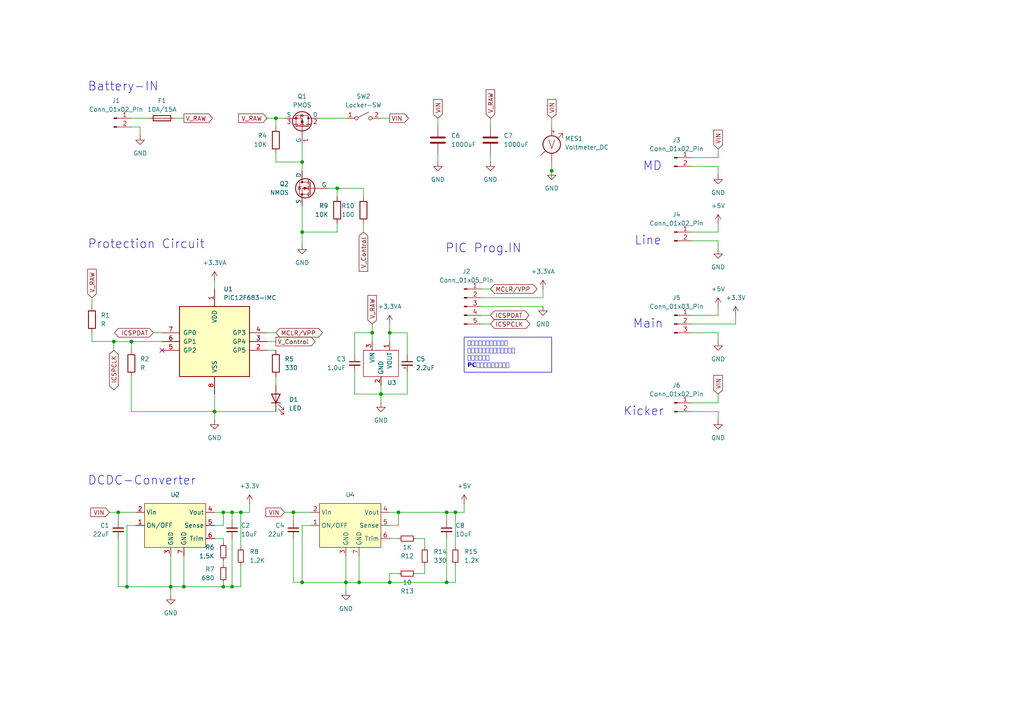
<source format=kicad_sch>
(kicad_sch
	(version 20231120)
	(generator "eeschema")
	(generator_version "8.0")
	(uuid "650be7cc-f935-443e-9e0c-9dc933fdca0b")
	(paper "A4")
	(lib_symbols
		(symbol "@2023_KickerAdjust:NMOS"
			(pin_numbers hide)
			(pin_names
				(offset 0)
			)
			(exclude_from_sim no)
			(in_bom yes)
			(on_board yes)
			(property "Reference" "Q"
				(at 5.08 1.27 0)
				(effects
					(font
						(size 1.27 1.27)
					)
					(justify left)
				)
			)
			(property "Value" "NMOS"
				(at 5.08 -1.27 0)
				(effects
					(font
						(size 1.27 1.27)
					)
					(justify left)
				)
			)
			(property "Footprint" ""
				(at 5.08 2.54 0)
				(effects
					(font
						(size 1.27 1.27)
					)
					(hide yes)
				)
			)
			(property "Datasheet" "https://ngspice.sourceforge.io/docs/ngspice-manual.pdf"
				(at 0 -12.7 0)
				(effects
					(font
						(size 1.27 1.27)
					)
					(hide yes)
				)
			)
			(property "Description" "N-MOSFET transistor, drain/source/gate"
				(at 0 0 0)
				(effects
					(font
						(size 1.27 1.27)
					)
					(hide yes)
				)
			)
			(property "Sim.Device" "NMOS"
				(at 0 -17.145 0)
				(effects
					(font
						(size 1.27 1.27)
					)
					(hide yes)
				)
			)
			(property "Sim.Type" "VDMOS"
				(at 0 -19.05 0)
				(effects
					(font
						(size 1.27 1.27)
					)
					(hide yes)
				)
			)
			(property "Sim.Pins" "1=G 2=D 3=S"
				(at 0 -15.24 0)
				(effects
					(font
						(size 1.27 1.27)
					)
					(hide yes)
				)
			)
			(property "ki_keywords" "transistor NMOS N-MOS N-MOSFET simulation"
				(at 0 0 0)
				(effects
					(font
						(size 1.27 1.27)
					)
					(hide yes)
				)
			)
			(symbol "NMOS_0_1"
				(polyline
					(pts
						(xy 0.254 0) (xy -2.54 0)
					)
					(stroke
						(width 0)
						(type default)
					)
					(fill
						(type none)
					)
				)
				(polyline
					(pts
						(xy 0.254 1.905) (xy 0.254 -1.905)
					)
					(stroke
						(width 0.254)
						(type default)
					)
					(fill
						(type none)
					)
				)
				(polyline
					(pts
						(xy 0.762 -1.27) (xy 0.762 -2.286)
					)
					(stroke
						(width 0.254)
						(type default)
					)
					(fill
						(type none)
					)
				)
				(polyline
					(pts
						(xy 0.762 0.508) (xy 0.762 -0.508)
					)
					(stroke
						(width 0.254)
						(type default)
					)
					(fill
						(type none)
					)
				)
				(polyline
					(pts
						(xy 0.762 2.286) (xy 0.762 1.27)
					)
					(stroke
						(width 0.254)
						(type default)
					)
					(fill
						(type none)
					)
				)
				(polyline
					(pts
						(xy 2.54 2.54) (xy 2.54 1.778)
					)
					(stroke
						(width 0)
						(type default)
					)
					(fill
						(type none)
					)
				)
				(polyline
					(pts
						(xy 2.54 -2.54) (xy 2.54 0) (xy 0.762 0)
					)
					(stroke
						(width 0)
						(type default)
					)
					(fill
						(type none)
					)
				)
				(polyline
					(pts
						(xy 0.762 -1.778) (xy 3.302 -1.778) (xy 3.302 1.778) (xy 0.762 1.778)
					)
					(stroke
						(width 0)
						(type default)
					)
					(fill
						(type none)
					)
				)
				(polyline
					(pts
						(xy 1.016 0) (xy 2.032 0.381) (xy 2.032 -0.381) (xy 1.016 0)
					)
					(stroke
						(width 0)
						(type default)
					)
					(fill
						(type outline)
					)
				)
				(polyline
					(pts
						(xy 2.794 0.508) (xy 2.921 0.381) (xy 3.683 0.381) (xy 3.81 0.254)
					)
					(stroke
						(width 0)
						(type default)
					)
					(fill
						(type none)
					)
				)
				(polyline
					(pts
						(xy 3.302 0.381) (xy 2.921 -0.254) (xy 3.683 -0.254) (xy 3.302 0.381)
					)
					(stroke
						(width 0)
						(type default)
					)
					(fill
						(type none)
					)
				)
				(circle
					(center 1.651 0)
					(radius 2.794)
					(stroke
						(width 0.254)
						(type default)
					)
					(fill
						(type none)
					)
				)
				(circle
					(center 2.54 -1.778)
					(radius 0.254)
					(stroke
						(width 0)
						(type default)
					)
					(fill
						(type outline)
					)
				)
				(circle
					(center 2.54 1.778)
					(radius 0.254)
					(stroke
						(width 0)
						(type default)
					)
					(fill
						(type outline)
					)
				)
			)
			(symbol "NMOS_1_1"
				(pin input line
					(at -5.08 0 0)
					(length 2.54)
					(name "G"
						(effects
							(font
								(size 1.27 1.27)
							)
						)
					)
					(number "1"
						(effects
							(font
								(size 1.27 1.27)
							)
						)
					)
				)
				(pin passive line
					(at 2.54 5.08 270)
					(length 2.54)
					(name "D"
						(effects
							(font
								(size 1.27 1.27)
							)
						)
					)
					(number "2"
						(effects
							(font
								(size 1.27 1.27)
							)
						)
					)
				)
				(pin passive line
					(at 2.54 -5.08 90)
					(length 2.54)
					(name "S"
						(effects
							(font
								(size 1.27 1.27)
							)
						)
					)
					(number "3"
						(effects
							(font
								(size 1.27 1.27)
							)
						)
					)
				)
			)
		)
		(symbol "@2024-Power:NJW4183U3"
			(exclude_from_sim no)
			(in_bom yes)
			(on_board yes)
			(property "Reference" "U"
				(at 6.858 -1.524 0)
				(effects
					(font
						(size 1.27 1.27)
					)
				)
			)
			(property "Value" ""
				(at 0 2.794 0)
				(effects
					(font
						(size 1.27 1.27)
					)
				)
			)
			(property "Footprint" "Package_TO_SOT_SMD:SOT-89-3"
				(at 0 2.794 0)
				(effects
					(font
						(size 1.27 1.27)
					)
					(hide yes)
				)
			)
			(property "Datasheet" "https://akizukidenshi.com/goodsaffix/njw4183_j.pdf"
				(at 0 2.794 0)
				(effects
					(font
						(size 1.27 1.27)
					)
					(hide yes)
				)
			)
			(property "Description" ""
				(at 0 2.794 0)
				(effects
					(font
						(size 1.27 1.27)
					)
					(hide yes)
				)
			)
			(symbol "NJW4183U3_0_1"
				(rectangle
					(start -5.08 0)
					(end 5.08 -7.62)
					(stroke
						(width 0)
						(type default)
					)
					(fill
						(type none)
					)
				)
			)
			(symbol "NJW4183U3_1_1"
				(pin passive line
					(at 2.54 2.54 270)
					(length 2.54)
					(name "VOUT"
						(effects
							(font
								(size 1.27 1.27)
							)
						)
					)
					(number "1"
						(effects
							(font
								(size 1.27 1.27)
							)
						)
					)
				)
				(pin passive line
					(at 0 -10.16 90)
					(length 2.54)
					(name "GND"
						(effects
							(font
								(size 1.27 1.27)
							)
						)
					)
					(number "2"
						(effects
							(font
								(size 1.27 1.27)
							)
						)
					)
				)
				(pin passive line
					(at -2.54 2.54 270)
					(length 2.54)
					(name "VIN"
						(effects
							(font
								(size 1.27 1.27)
							)
						)
					)
					(number "3"
						(effects
							(font
								(size 1.27 1.27)
							)
						)
					)
				)
			)
		)
		(symbol "@2024-Power:OKL-T/6-W12"
			(exclude_from_sim no)
			(in_bom yes)
			(on_board yes)
			(property "Reference" "U"
				(at 0 2.54 0)
				(effects
					(font
						(size 1.27 1.27)
					)
				)
			)
			(property "Value" ""
				(at 0 2.54 0)
				(effects
					(font
						(size 1.27 1.27)
					)
				)
			)
			(property "Footprint" "@2024-Power:OKL-T6-W12N-C"
				(at 0 2.54 0)
				(effects
					(font
						(size 1.27 1.27)
					)
					(hide yes)
				)
			)
			(property "Datasheet" ""
				(at 0 2.54 0)
				(effects
					(font
						(size 1.27 1.27)
					)
					(hide yes)
				)
			)
			(property "Description" ""
				(at 0 0 0)
				(effects
					(font
						(size 1.27 1.27)
					)
					(hide yes)
				)
			)
			(symbol "OKL-T/6-W12_1_1"
				(rectangle
					(start -8.89 0)
					(end 8.89 -12.7)
					(stroke
						(width 0)
						(type default)
					)
					(fill
						(type background)
					)
				)
				(pin passive line
					(at -11.43 -6.35 0)
					(length 2.54)
					(name "ON/OFF"
						(effects
							(font
								(size 1.27 1.27)
							)
						)
					)
					(number "1"
						(effects
							(font
								(size 1.27 1.27)
							)
						)
					)
				)
				(pin passive line
					(at -11.43 -2.54 0)
					(length 2.54)
					(name "Vin"
						(effects
							(font
								(size 1.27 1.27)
							)
						)
					)
					(number "2"
						(effects
							(font
								(size 1.27 1.27)
							)
						)
					)
				)
				(pin passive line
					(at -1.27 -15.24 90)
					(length 2.54)
					(name "GND"
						(effects
							(font
								(size 1.27 1.27)
							)
						)
					)
					(number "3"
						(effects
							(font
								(size 1.27 1.27)
							)
						)
					)
				)
				(pin passive line
					(at 11.43 -2.54 180)
					(length 2.54)
					(name "Vout"
						(effects
							(font
								(size 1.27 1.27)
							)
						)
					)
					(number "4"
						(effects
							(font
								(size 1.27 1.27)
							)
						)
					)
				)
				(pin passive line
					(at 11.43 -6.35 180)
					(length 2.54)
					(name "Sense"
						(effects
							(font
								(size 1.27 1.27)
							)
						)
					)
					(number "5"
						(effects
							(font
								(size 1.27 1.27)
							)
						)
					)
				)
				(pin passive line
					(at 11.43 -10.16 180)
					(length 2.54)
					(name "Trim"
						(effects
							(font
								(size 1.27 1.27)
							)
						)
					)
					(number "6"
						(effects
							(font
								(size 1.27 1.27)
							)
						)
					)
				)
				(pin passive line
					(at 2.54 -15.24 90)
					(length 2.54)
					(name "GND"
						(effects
							(font
								(size 1.27 1.27)
							)
						)
					)
					(number "7"
						(effects
							(font
								(size 1.27 1.27)
							)
						)
					)
				)
			)
		)
		(symbol "Connector:Conn_01x02_Pin"
			(pin_names
				(offset 1.016) hide)
			(exclude_from_sim no)
			(in_bom yes)
			(on_board yes)
			(property "Reference" "J"
				(at 0 2.54 0)
				(effects
					(font
						(size 1.27 1.27)
					)
				)
			)
			(property "Value" "Conn_01x02_Pin"
				(at 0 -5.08 0)
				(effects
					(font
						(size 1.27 1.27)
					)
				)
			)
			(property "Footprint" ""
				(at 0 0 0)
				(effects
					(font
						(size 1.27 1.27)
					)
					(hide yes)
				)
			)
			(property "Datasheet" "~"
				(at 0 0 0)
				(effects
					(font
						(size 1.27 1.27)
					)
					(hide yes)
				)
			)
			(property "Description" "Generic connector, single row, 01x02, script generated"
				(at 0 0 0)
				(effects
					(font
						(size 1.27 1.27)
					)
					(hide yes)
				)
			)
			(property "ki_locked" ""
				(at 0 0 0)
				(effects
					(font
						(size 1.27 1.27)
					)
				)
			)
			(property "ki_keywords" "connector"
				(at 0 0 0)
				(effects
					(font
						(size 1.27 1.27)
					)
					(hide yes)
				)
			)
			(property "ki_fp_filters" "Connector*:*_1x??_*"
				(at 0 0 0)
				(effects
					(font
						(size 1.27 1.27)
					)
					(hide yes)
				)
			)
			(symbol "Conn_01x02_Pin_1_1"
				(polyline
					(pts
						(xy 1.27 -2.54) (xy 0.8636 -2.54)
					)
					(stroke
						(width 0.1524)
						(type default)
					)
					(fill
						(type none)
					)
				)
				(polyline
					(pts
						(xy 1.27 0) (xy 0.8636 0)
					)
					(stroke
						(width 0.1524)
						(type default)
					)
					(fill
						(type none)
					)
				)
				(rectangle
					(start 0.8636 -2.413)
					(end 0 -2.667)
					(stroke
						(width 0.1524)
						(type default)
					)
					(fill
						(type outline)
					)
				)
				(rectangle
					(start 0.8636 0.127)
					(end 0 -0.127)
					(stroke
						(width 0.1524)
						(type default)
					)
					(fill
						(type outline)
					)
				)
				(pin passive line
					(at 5.08 0 180)
					(length 3.81)
					(name "Pin_1"
						(effects
							(font
								(size 1.27 1.27)
							)
						)
					)
					(number "1"
						(effects
							(font
								(size 1.27 1.27)
							)
						)
					)
				)
				(pin passive line
					(at 5.08 -2.54 180)
					(length 3.81)
					(name "Pin_2"
						(effects
							(font
								(size 1.27 1.27)
							)
						)
					)
					(number "2"
						(effects
							(font
								(size 1.27 1.27)
							)
						)
					)
				)
			)
		)
		(symbol "Connector:Conn_01x03_Pin"
			(pin_names
				(offset 1.016) hide)
			(exclude_from_sim no)
			(in_bom yes)
			(on_board yes)
			(property "Reference" "J"
				(at 0 5.08 0)
				(effects
					(font
						(size 1.27 1.27)
					)
				)
			)
			(property "Value" "Conn_01x03_Pin"
				(at 0 -5.08 0)
				(effects
					(font
						(size 1.27 1.27)
					)
				)
			)
			(property "Footprint" ""
				(at 0 0 0)
				(effects
					(font
						(size 1.27 1.27)
					)
					(hide yes)
				)
			)
			(property "Datasheet" "~"
				(at 0 0 0)
				(effects
					(font
						(size 1.27 1.27)
					)
					(hide yes)
				)
			)
			(property "Description" "Generic connector, single row, 01x03, script generated"
				(at 0 0 0)
				(effects
					(font
						(size 1.27 1.27)
					)
					(hide yes)
				)
			)
			(property "ki_locked" ""
				(at 0 0 0)
				(effects
					(font
						(size 1.27 1.27)
					)
				)
			)
			(property "ki_keywords" "connector"
				(at 0 0 0)
				(effects
					(font
						(size 1.27 1.27)
					)
					(hide yes)
				)
			)
			(property "ki_fp_filters" "Connector*:*_1x??_*"
				(at 0 0 0)
				(effects
					(font
						(size 1.27 1.27)
					)
					(hide yes)
				)
			)
			(symbol "Conn_01x03_Pin_1_1"
				(polyline
					(pts
						(xy 1.27 -2.54) (xy 0.8636 -2.54)
					)
					(stroke
						(width 0.1524)
						(type default)
					)
					(fill
						(type none)
					)
				)
				(polyline
					(pts
						(xy 1.27 0) (xy 0.8636 0)
					)
					(stroke
						(width 0.1524)
						(type default)
					)
					(fill
						(type none)
					)
				)
				(polyline
					(pts
						(xy 1.27 2.54) (xy 0.8636 2.54)
					)
					(stroke
						(width 0.1524)
						(type default)
					)
					(fill
						(type none)
					)
				)
				(rectangle
					(start 0.8636 -2.413)
					(end 0 -2.667)
					(stroke
						(width 0.1524)
						(type default)
					)
					(fill
						(type outline)
					)
				)
				(rectangle
					(start 0.8636 0.127)
					(end 0 -0.127)
					(stroke
						(width 0.1524)
						(type default)
					)
					(fill
						(type outline)
					)
				)
				(rectangle
					(start 0.8636 2.667)
					(end 0 2.413)
					(stroke
						(width 0.1524)
						(type default)
					)
					(fill
						(type outline)
					)
				)
				(pin passive line
					(at 5.08 2.54 180)
					(length 3.81)
					(name "Pin_1"
						(effects
							(font
								(size 1.27 1.27)
							)
						)
					)
					(number "1"
						(effects
							(font
								(size 1.27 1.27)
							)
						)
					)
				)
				(pin passive line
					(at 5.08 0 180)
					(length 3.81)
					(name "Pin_2"
						(effects
							(font
								(size 1.27 1.27)
							)
						)
					)
					(number "2"
						(effects
							(font
								(size 1.27 1.27)
							)
						)
					)
				)
				(pin passive line
					(at 5.08 -2.54 180)
					(length 3.81)
					(name "Pin_3"
						(effects
							(font
								(size 1.27 1.27)
							)
						)
					)
					(number "3"
						(effects
							(font
								(size 1.27 1.27)
							)
						)
					)
				)
			)
		)
		(symbol "Connector:Conn_01x05_Pin"
			(pin_names
				(offset 1.016) hide)
			(exclude_from_sim no)
			(in_bom yes)
			(on_board yes)
			(property "Reference" "J"
				(at 0 7.62 0)
				(effects
					(font
						(size 1.27 1.27)
					)
				)
			)
			(property "Value" "Conn_01x05_Pin"
				(at 0 -7.62 0)
				(effects
					(font
						(size 1.27 1.27)
					)
				)
			)
			(property "Footprint" ""
				(at 0 0 0)
				(effects
					(font
						(size 1.27 1.27)
					)
					(hide yes)
				)
			)
			(property "Datasheet" "~"
				(at 0 0 0)
				(effects
					(font
						(size 1.27 1.27)
					)
					(hide yes)
				)
			)
			(property "Description" "Generic connector, single row, 01x05, script generated"
				(at 0 0 0)
				(effects
					(font
						(size 1.27 1.27)
					)
					(hide yes)
				)
			)
			(property "ki_locked" ""
				(at 0 0 0)
				(effects
					(font
						(size 1.27 1.27)
					)
				)
			)
			(property "ki_keywords" "connector"
				(at 0 0 0)
				(effects
					(font
						(size 1.27 1.27)
					)
					(hide yes)
				)
			)
			(property "ki_fp_filters" "Connector*:*_1x??_*"
				(at 0 0 0)
				(effects
					(font
						(size 1.27 1.27)
					)
					(hide yes)
				)
			)
			(symbol "Conn_01x05_Pin_1_1"
				(polyline
					(pts
						(xy 1.27 -5.08) (xy 0.8636 -5.08)
					)
					(stroke
						(width 0.1524)
						(type default)
					)
					(fill
						(type none)
					)
				)
				(polyline
					(pts
						(xy 1.27 -2.54) (xy 0.8636 -2.54)
					)
					(stroke
						(width 0.1524)
						(type default)
					)
					(fill
						(type none)
					)
				)
				(polyline
					(pts
						(xy 1.27 0) (xy 0.8636 0)
					)
					(stroke
						(width 0.1524)
						(type default)
					)
					(fill
						(type none)
					)
				)
				(polyline
					(pts
						(xy 1.27 2.54) (xy 0.8636 2.54)
					)
					(stroke
						(width 0.1524)
						(type default)
					)
					(fill
						(type none)
					)
				)
				(polyline
					(pts
						(xy 1.27 5.08) (xy 0.8636 5.08)
					)
					(stroke
						(width 0.1524)
						(type default)
					)
					(fill
						(type none)
					)
				)
				(rectangle
					(start 0.8636 -4.953)
					(end 0 -5.207)
					(stroke
						(width 0.1524)
						(type default)
					)
					(fill
						(type outline)
					)
				)
				(rectangle
					(start 0.8636 -2.413)
					(end 0 -2.667)
					(stroke
						(width 0.1524)
						(type default)
					)
					(fill
						(type outline)
					)
				)
				(rectangle
					(start 0.8636 0.127)
					(end 0 -0.127)
					(stroke
						(width 0.1524)
						(type default)
					)
					(fill
						(type outline)
					)
				)
				(rectangle
					(start 0.8636 2.667)
					(end 0 2.413)
					(stroke
						(width 0.1524)
						(type default)
					)
					(fill
						(type outline)
					)
				)
				(rectangle
					(start 0.8636 5.207)
					(end 0 4.953)
					(stroke
						(width 0.1524)
						(type default)
					)
					(fill
						(type outline)
					)
				)
				(pin passive line
					(at 5.08 5.08 180)
					(length 3.81)
					(name "Pin_1"
						(effects
							(font
								(size 1.27 1.27)
							)
						)
					)
					(number "1"
						(effects
							(font
								(size 1.27 1.27)
							)
						)
					)
				)
				(pin passive line
					(at 5.08 2.54 180)
					(length 3.81)
					(name "Pin_2"
						(effects
							(font
								(size 1.27 1.27)
							)
						)
					)
					(number "2"
						(effects
							(font
								(size 1.27 1.27)
							)
						)
					)
				)
				(pin passive line
					(at 5.08 0 180)
					(length 3.81)
					(name "Pin_3"
						(effects
							(font
								(size 1.27 1.27)
							)
						)
					)
					(number "3"
						(effects
							(font
								(size 1.27 1.27)
							)
						)
					)
				)
				(pin passive line
					(at 5.08 -2.54 180)
					(length 3.81)
					(name "Pin_4"
						(effects
							(font
								(size 1.27 1.27)
							)
						)
					)
					(number "4"
						(effects
							(font
								(size 1.27 1.27)
							)
						)
					)
				)
				(pin passive line
					(at 5.08 -5.08 180)
					(length 3.81)
					(name "Pin_5"
						(effects
							(font
								(size 1.27 1.27)
							)
						)
					)
					(number "5"
						(effects
							(font
								(size 1.27 1.27)
							)
						)
					)
				)
			)
		)
		(symbol "Device:C"
			(pin_numbers hide)
			(pin_names
				(offset 0.254)
			)
			(exclude_from_sim no)
			(in_bom yes)
			(on_board yes)
			(property "Reference" "C"
				(at 0.635 2.54 0)
				(effects
					(font
						(size 1.27 1.27)
					)
					(justify left)
				)
			)
			(property "Value" "C"
				(at 0.635 -2.54 0)
				(effects
					(font
						(size 1.27 1.27)
					)
					(justify left)
				)
			)
			(property "Footprint" ""
				(at 0.9652 -3.81 0)
				(effects
					(font
						(size 1.27 1.27)
					)
					(hide yes)
				)
			)
			(property "Datasheet" "~"
				(at 0 0 0)
				(effects
					(font
						(size 1.27 1.27)
					)
					(hide yes)
				)
			)
			(property "Description" "Unpolarized capacitor"
				(at 0 0 0)
				(effects
					(font
						(size 1.27 1.27)
					)
					(hide yes)
				)
			)
			(property "ki_keywords" "cap capacitor"
				(at 0 0 0)
				(effects
					(font
						(size 1.27 1.27)
					)
					(hide yes)
				)
			)
			(property "ki_fp_filters" "C_*"
				(at 0 0 0)
				(effects
					(font
						(size 1.27 1.27)
					)
					(hide yes)
				)
			)
			(symbol "C_0_1"
				(polyline
					(pts
						(xy -2.032 -0.762) (xy 2.032 -0.762)
					)
					(stroke
						(width 0.508)
						(type default)
					)
					(fill
						(type none)
					)
				)
				(polyline
					(pts
						(xy -2.032 0.762) (xy 2.032 0.762)
					)
					(stroke
						(width 0.508)
						(type default)
					)
					(fill
						(type none)
					)
				)
			)
			(symbol "C_1_1"
				(pin passive line
					(at 0 3.81 270)
					(length 2.794)
					(name "~"
						(effects
							(font
								(size 1.27 1.27)
							)
						)
					)
					(number "1"
						(effects
							(font
								(size 1.27 1.27)
							)
						)
					)
				)
				(pin passive line
					(at 0 -3.81 90)
					(length 2.794)
					(name "~"
						(effects
							(font
								(size 1.27 1.27)
							)
						)
					)
					(number "2"
						(effects
							(font
								(size 1.27 1.27)
							)
						)
					)
				)
			)
		)
		(symbol "Device:C_Small"
			(pin_numbers hide)
			(pin_names
				(offset 0.254) hide)
			(exclude_from_sim no)
			(in_bom yes)
			(on_board yes)
			(property "Reference" "C"
				(at 0.254 1.778 0)
				(effects
					(font
						(size 1.27 1.27)
					)
					(justify left)
				)
			)
			(property "Value" "C_Small"
				(at 0.254 -2.032 0)
				(effects
					(font
						(size 1.27 1.27)
					)
					(justify left)
				)
			)
			(property "Footprint" ""
				(at 0 0 0)
				(effects
					(font
						(size 1.27 1.27)
					)
					(hide yes)
				)
			)
			(property "Datasheet" "~"
				(at 0 0 0)
				(effects
					(font
						(size 1.27 1.27)
					)
					(hide yes)
				)
			)
			(property "Description" "Unpolarized capacitor, small symbol"
				(at 0 0 0)
				(effects
					(font
						(size 1.27 1.27)
					)
					(hide yes)
				)
			)
			(property "ki_keywords" "capacitor cap"
				(at 0 0 0)
				(effects
					(font
						(size 1.27 1.27)
					)
					(hide yes)
				)
			)
			(property "ki_fp_filters" "C_*"
				(at 0 0 0)
				(effects
					(font
						(size 1.27 1.27)
					)
					(hide yes)
				)
			)
			(symbol "C_Small_0_1"
				(polyline
					(pts
						(xy -1.524 -0.508) (xy 1.524 -0.508)
					)
					(stroke
						(width 0.3302)
						(type default)
					)
					(fill
						(type none)
					)
				)
				(polyline
					(pts
						(xy -1.524 0.508) (xy 1.524 0.508)
					)
					(stroke
						(width 0.3048)
						(type default)
					)
					(fill
						(type none)
					)
				)
			)
			(symbol "C_Small_1_1"
				(pin passive line
					(at 0 2.54 270)
					(length 2.032)
					(name "~"
						(effects
							(font
								(size 1.27 1.27)
							)
						)
					)
					(number "1"
						(effects
							(font
								(size 1.27 1.27)
							)
						)
					)
				)
				(pin passive line
					(at 0 -2.54 90)
					(length 2.032)
					(name "~"
						(effects
							(font
								(size 1.27 1.27)
							)
						)
					)
					(number "2"
						(effects
							(font
								(size 1.27 1.27)
							)
						)
					)
				)
			)
		)
		(symbol "Device:Fuse"
			(pin_numbers hide)
			(pin_names
				(offset 0)
			)
			(exclude_from_sim no)
			(in_bom yes)
			(on_board yes)
			(property "Reference" "F"
				(at 2.032 0 90)
				(effects
					(font
						(size 1.27 1.27)
					)
				)
			)
			(property "Value" "Fuse"
				(at -1.905 0 90)
				(effects
					(font
						(size 1.27 1.27)
					)
				)
			)
			(property "Footprint" ""
				(at -1.778 0 90)
				(effects
					(font
						(size 1.27 1.27)
					)
					(hide yes)
				)
			)
			(property "Datasheet" "~"
				(at 0 0 0)
				(effects
					(font
						(size 1.27 1.27)
					)
					(hide yes)
				)
			)
			(property "Description" "Fuse"
				(at 0 0 0)
				(effects
					(font
						(size 1.27 1.27)
					)
					(hide yes)
				)
			)
			(property "ki_keywords" "fuse"
				(at 0 0 0)
				(effects
					(font
						(size 1.27 1.27)
					)
					(hide yes)
				)
			)
			(property "ki_fp_filters" "*Fuse*"
				(at 0 0 0)
				(effects
					(font
						(size 1.27 1.27)
					)
					(hide yes)
				)
			)
			(symbol "Fuse_0_1"
				(rectangle
					(start -0.762 -2.54)
					(end 0.762 2.54)
					(stroke
						(width 0.254)
						(type default)
					)
					(fill
						(type none)
					)
				)
				(polyline
					(pts
						(xy 0 2.54) (xy 0 -2.54)
					)
					(stroke
						(width 0)
						(type default)
					)
					(fill
						(type none)
					)
				)
			)
			(symbol "Fuse_1_1"
				(pin passive line
					(at 0 3.81 270)
					(length 1.27)
					(name "~"
						(effects
							(font
								(size 1.27 1.27)
							)
						)
					)
					(number "1"
						(effects
							(font
								(size 1.27 1.27)
							)
						)
					)
				)
				(pin passive line
					(at 0 -3.81 90)
					(length 1.27)
					(name "~"
						(effects
							(font
								(size 1.27 1.27)
							)
						)
					)
					(number "2"
						(effects
							(font
								(size 1.27 1.27)
							)
						)
					)
				)
			)
		)
		(symbol "Device:LED"
			(pin_numbers hide)
			(pin_names
				(offset 1.016) hide)
			(exclude_from_sim no)
			(in_bom yes)
			(on_board yes)
			(property "Reference" "D"
				(at 0 2.54 0)
				(effects
					(font
						(size 1.27 1.27)
					)
				)
			)
			(property "Value" "LED"
				(at 0 -2.54 0)
				(effects
					(font
						(size 1.27 1.27)
					)
				)
			)
			(property "Footprint" ""
				(at 0 0 0)
				(effects
					(font
						(size 1.27 1.27)
					)
					(hide yes)
				)
			)
			(property "Datasheet" "~"
				(at 0 0 0)
				(effects
					(font
						(size 1.27 1.27)
					)
					(hide yes)
				)
			)
			(property "Description" "Light emitting diode"
				(at 0 0 0)
				(effects
					(font
						(size 1.27 1.27)
					)
					(hide yes)
				)
			)
			(property "ki_keywords" "LED diode"
				(at 0 0 0)
				(effects
					(font
						(size 1.27 1.27)
					)
					(hide yes)
				)
			)
			(property "ki_fp_filters" "LED* LED_SMD:* LED_THT:*"
				(at 0 0 0)
				(effects
					(font
						(size 1.27 1.27)
					)
					(hide yes)
				)
			)
			(symbol "LED_0_1"
				(polyline
					(pts
						(xy -1.27 -1.27) (xy -1.27 1.27)
					)
					(stroke
						(width 0.254)
						(type default)
					)
					(fill
						(type none)
					)
				)
				(polyline
					(pts
						(xy -1.27 0) (xy 1.27 0)
					)
					(stroke
						(width 0)
						(type default)
					)
					(fill
						(type none)
					)
				)
				(polyline
					(pts
						(xy 1.27 -1.27) (xy 1.27 1.27) (xy -1.27 0) (xy 1.27 -1.27)
					)
					(stroke
						(width 0.254)
						(type default)
					)
					(fill
						(type none)
					)
				)
				(polyline
					(pts
						(xy -3.048 -0.762) (xy -4.572 -2.286) (xy -3.81 -2.286) (xy -4.572 -2.286) (xy -4.572 -1.524)
					)
					(stroke
						(width 0)
						(type default)
					)
					(fill
						(type none)
					)
				)
				(polyline
					(pts
						(xy -1.778 -0.762) (xy -3.302 -2.286) (xy -2.54 -2.286) (xy -3.302 -2.286) (xy -3.302 -1.524)
					)
					(stroke
						(width 0)
						(type default)
					)
					(fill
						(type none)
					)
				)
			)
			(symbol "LED_1_1"
				(pin passive line
					(at -3.81 0 0)
					(length 2.54)
					(name "K"
						(effects
							(font
								(size 1.27 1.27)
							)
						)
					)
					(number "1"
						(effects
							(font
								(size 1.27 1.27)
							)
						)
					)
				)
				(pin passive line
					(at 3.81 0 180)
					(length 2.54)
					(name "A"
						(effects
							(font
								(size 1.27 1.27)
							)
						)
					)
					(number "2"
						(effects
							(font
								(size 1.27 1.27)
							)
						)
					)
				)
			)
		)
		(symbol "Device:R"
			(pin_numbers hide)
			(pin_names
				(offset 0)
			)
			(exclude_from_sim no)
			(in_bom yes)
			(on_board yes)
			(property "Reference" "R"
				(at 2.032 0 90)
				(effects
					(font
						(size 1.27 1.27)
					)
				)
			)
			(property "Value" "R"
				(at 0 0 90)
				(effects
					(font
						(size 1.27 1.27)
					)
				)
			)
			(property "Footprint" ""
				(at -1.778 0 90)
				(effects
					(font
						(size 1.27 1.27)
					)
					(hide yes)
				)
			)
			(property "Datasheet" "~"
				(at 0 0 0)
				(effects
					(font
						(size 1.27 1.27)
					)
					(hide yes)
				)
			)
			(property "Description" "Resistor"
				(at 0 0 0)
				(effects
					(font
						(size 1.27 1.27)
					)
					(hide yes)
				)
			)
			(property "ki_keywords" "R res resistor"
				(at 0 0 0)
				(effects
					(font
						(size 1.27 1.27)
					)
					(hide yes)
				)
			)
			(property "ki_fp_filters" "R_*"
				(at 0 0 0)
				(effects
					(font
						(size 1.27 1.27)
					)
					(hide yes)
				)
			)
			(symbol "R_0_1"
				(rectangle
					(start -1.016 -2.54)
					(end 1.016 2.54)
					(stroke
						(width 0.254)
						(type default)
					)
					(fill
						(type none)
					)
				)
			)
			(symbol "R_1_1"
				(pin passive line
					(at 0 3.81 270)
					(length 1.27)
					(name "~"
						(effects
							(font
								(size 1.27 1.27)
							)
						)
					)
					(number "1"
						(effects
							(font
								(size 1.27 1.27)
							)
						)
					)
				)
				(pin passive line
					(at 0 -3.81 90)
					(length 1.27)
					(name "~"
						(effects
							(font
								(size 1.27 1.27)
							)
						)
					)
					(number "2"
						(effects
							(font
								(size 1.27 1.27)
							)
						)
					)
				)
			)
		)
		(symbol "Device:R_Small"
			(pin_numbers hide)
			(pin_names
				(offset 0.254) hide)
			(exclude_from_sim no)
			(in_bom yes)
			(on_board yes)
			(property "Reference" "R"
				(at 0.762 0.508 0)
				(effects
					(font
						(size 1.27 1.27)
					)
					(justify left)
				)
			)
			(property "Value" "R_Small"
				(at 0.762 -1.016 0)
				(effects
					(font
						(size 1.27 1.27)
					)
					(justify left)
				)
			)
			(property "Footprint" ""
				(at 0 0 0)
				(effects
					(font
						(size 1.27 1.27)
					)
					(hide yes)
				)
			)
			(property "Datasheet" "~"
				(at 0 0 0)
				(effects
					(font
						(size 1.27 1.27)
					)
					(hide yes)
				)
			)
			(property "Description" "Resistor, small symbol"
				(at 0 0 0)
				(effects
					(font
						(size 1.27 1.27)
					)
					(hide yes)
				)
			)
			(property "ki_keywords" "R resistor"
				(at 0 0 0)
				(effects
					(font
						(size 1.27 1.27)
					)
					(hide yes)
				)
			)
			(property "ki_fp_filters" "R_*"
				(at 0 0 0)
				(effects
					(font
						(size 1.27 1.27)
					)
					(hide yes)
				)
			)
			(symbol "R_Small_0_1"
				(rectangle
					(start -0.762 1.778)
					(end 0.762 -1.778)
					(stroke
						(width 0.2032)
						(type default)
					)
					(fill
						(type none)
					)
				)
			)
			(symbol "R_Small_1_1"
				(pin passive line
					(at 0 2.54 270)
					(length 0.762)
					(name "~"
						(effects
							(font
								(size 1.27 1.27)
							)
						)
					)
					(number "1"
						(effects
							(font
								(size 1.27 1.27)
							)
						)
					)
				)
				(pin passive line
					(at 0 -2.54 90)
					(length 0.762)
					(name "~"
						(effects
							(font
								(size 1.27 1.27)
							)
						)
					)
					(number "2"
						(effects
							(font
								(size 1.27 1.27)
							)
						)
					)
				)
			)
		)
		(symbol "Device:Voltmeter_DC"
			(pin_numbers hide)
			(pin_names
				(offset 0.0254) hide)
			(exclude_from_sim no)
			(in_bom yes)
			(on_board yes)
			(property "Reference" "MES"
				(at -3.302 1.016 0)
				(effects
					(font
						(size 1.27 1.27)
					)
					(justify right)
				)
			)
			(property "Value" "Voltmeter_DC"
				(at -3.302 -0.762 0)
				(effects
					(font
						(size 1.27 1.27)
					)
					(justify right)
				)
			)
			(property "Footprint" ""
				(at 0 2.54 90)
				(effects
					(font
						(size 1.27 1.27)
					)
					(hide yes)
				)
			)
			(property "Datasheet" "~"
				(at 0 2.54 90)
				(effects
					(font
						(size 1.27 1.27)
					)
					(hide yes)
				)
			)
			(property "Description" "DC voltmeter"
				(at 0 0 0)
				(effects
					(font
						(size 1.27 1.27)
					)
					(hide yes)
				)
			)
			(property "ki_keywords" "voltmeter DC"
				(at 0 0 0)
				(effects
					(font
						(size 1.27 1.27)
					)
					(hide yes)
				)
			)
			(symbol "Voltmeter_DC_0_0"
				(polyline
					(pts
						(xy -3.175 -3.175) (xy -1.905 -1.905)
					)
					(stroke
						(width 0)
						(type default)
					)
					(fill
						(type none)
					)
				)
				(polyline
					(pts
						(xy 1.905 1.905) (xy 3.175 3.175)
					)
					(stroke
						(width 0)
						(type default)
					)
					(fill
						(type none)
					)
				)
				(polyline
					(pts
						(xy 1.905 3.175) (xy 3.175 3.175) (xy 3.175 1.905)
					)
					(stroke
						(width 0)
						(type default)
					)
					(fill
						(type none)
					)
				)
				(text "V"
					(at 0 0 0)
					(effects
						(font
							(size 2.54 2.54)
						)
					)
				)
			)
			(symbol "Voltmeter_DC_0_1"
				(polyline
					(pts
						(xy 0.254 3.81) (xy 0.762 3.81)
					)
					(stroke
						(width 0)
						(type default)
					)
					(fill
						(type none)
					)
				)
				(polyline
					(pts
						(xy 0.508 4.064) (xy 0.508 3.556)
					)
					(stroke
						(width 0)
						(type default)
					)
					(fill
						(type none)
					)
				)
				(circle
					(center 0 0)
					(radius 2.54)
					(stroke
						(width 0.254)
						(type default)
					)
					(fill
						(type none)
					)
				)
			)
			(symbol "Voltmeter_DC_1_1"
				(pin passive line
					(at 0 -5.08 90)
					(length 2.54)
					(name "-"
						(effects
							(font
								(size 1.27 1.27)
							)
						)
					)
					(number "1"
						(effects
							(font
								(size 1.27 1.27)
							)
						)
					)
				)
				(pin passive line
					(at 0 5.08 270)
					(length 2.54)
					(name "+"
						(effects
							(font
								(size 1.27 1.27)
							)
						)
					)
					(number "2"
						(effects
							(font
								(size 1.27 1.27)
							)
						)
					)
				)
			)
		)
		(symbol "MCU_Microchip_PIC12:PIC12F683-IMC"
			(pin_names
				(offset 1.016)
			)
			(exclude_from_sim no)
			(in_bom yes)
			(on_board yes)
			(property "Reference" "U"
				(at 1.27 13.97 0)
				(effects
					(font
						(size 1.27 1.27)
					)
					(justify left)
				)
			)
			(property "Value" "PIC12F683-IMC"
				(at 1.27 11.43 0)
				(effects
					(font
						(size 1.27 1.27)
					)
					(justify left)
				)
			)
			(property "Footprint" "Package_DIP:DIP-8_W7.62mm"
				(at 15.24 16.51 0)
				(effects
					(font
						(size 1.27 1.27)
					)
					(hide yes)
				)
			)
			(property "Datasheet" "http://ww1.microchip.com/downloads/en/DeviceDoc/41211D_.pdf"
				(at 0 0 0)
				(effects
					(font
						(size 1.27 1.27)
					)
					(hide yes)
				)
			)
			(property "Description" "PIC12F683, 2048W Flash, 128B SRAM, 256B EEPROM, DFN8"
				(at 0 0 0)
				(effects
					(font
						(size 1.27 1.27)
					)
					(hide yes)
				)
			)
			(property "ki_keywords" "FLASH-Based 8-Bit CMOS Microcontroller"
				(at 0 0 0)
				(effects
					(font
						(size 1.27 1.27)
					)
					(hide yes)
				)
			)
			(property "ki_fp_filters" "DIP*W7.62mm*"
				(at 0 0 0)
				(effects
					(font
						(size 1.27 1.27)
					)
					(hide yes)
				)
			)
			(symbol "PIC12F683-IMC_0_1"
				(rectangle
					(start 10.16 -10.16)
					(end -10.16 10.16)
					(stroke
						(width 0.254)
						(type default)
					)
					(fill
						(type background)
					)
				)
			)
			(symbol "PIC12F683-IMC_1_1"
				(pin power_in line
					(at 0 15.24 270)
					(length 5.08)
					(name "VDD"
						(effects
							(font
								(size 1.27 1.27)
							)
						)
					)
					(number "1"
						(effects
							(font
								(size 1.27 1.27)
							)
						)
					)
				)
				(pin bidirectional line
					(at 15.24 -2.54 180)
					(length 5.08)
					(name "GP5"
						(effects
							(font
								(size 1.27 1.27)
							)
						)
					)
					(number "2"
						(effects
							(font
								(size 1.27 1.27)
							)
						)
					)
				)
				(pin bidirectional line
					(at 15.24 0 180)
					(length 5.08)
					(name "GP4"
						(effects
							(font
								(size 1.27 1.27)
							)
						)
					)
					(number "3"
						(effects
							(font
								(size 1.27 1.27)
							)
						)
					)
				)
				(pin input line
					(at 15.24 2.54 180)
					(length 5.08)
					(name "GP3"
						(effects
							(font
								(size 1.27 1.27)
							)
						)
					)
					(number "4"
						(effects
							(font
								(size 1.27 1.27)
							)
						)
					)
				)
				(pin bidirectional line
					(at -15.24 -2.54 0)
					(length 5.08)
					(name "GP2"
						(effects
							(font
								(size 1.27 1.27)
							)
						)
					)
					(number "5"
						(effects
							(font
								(size 1.27 1.27)
							)
						)
					)
				)
				(pin bidirectional line
					(at -15.24 0 0)
					(length 5.08)
					(name "GP1"
						(effects
							(font
								(size 1.27 1.27)
							)
						)
					)
					(number "6"
						(effects
							(font
								(size 1.27 1.27)
							)
						)
					)
				)
				(pin bidirectional line
					(at -15.24 2.54 0)
					(length 5.08)
					(name "GP0"
						(effects
							(font
								(size 1.27 1.27)
							)
						)
					)
					(number "7"
						(effects
							(font
								(size 1.27 1.27)
							)
						)
					)
				)
				(pin power_in line
					(at 0 -15.24 90)
					(length 5.08)
					(name "VSS"
						(effects
							(font
								(size 1.27 1.27)
							)
						)
					)
					(number "8"
						(effects
							(font
								(size 1.27 1.27)
							)
						)
					)
				)
			)
		)
		(symbol "Simulation_SPICE:PMOS"
			(pin_names
				(offset 0)
			)
			(exclude_from_sim no)
			(in_bom yes)
			(on_board yes)
			(property "Reference" "Q1"
				(at 8.89 0 90)
				(effects
					(font
						(size 1.27 1.27)
					)
				)
			)
			(property "Value" "PMOS"
				(at 6.35 0 90)
				(effects
					(font
						(size 1.27 1.27)
					)
				)
			)
			(property "Footprint" ""
				(at 5.08 2.54 0)
				(effects
					(font
						(size 1.27 1.27)
					)
					(hide yes)
				)
			)
			(property "Datasheet" "https://ngspice.sourceforge.io/docs/ngspice-html-manual/manual.xhtml#cha_MOSFETs"
				(at 0 -12.7 0)
				(effects
					(font
						(size 1.27 1.27)
					)
					(hide yes)
				)
			)
			(property "Description" "P-MOSFET transistor, drain/source/gate"
				(at 0 0 0)
				(effects
					(font
						(size 1.27 1.27)
					)
					(hide yes)
				)
			)
			(property "Sim.Device" "PMOS"
				(at 0 -17.145 0)
				(effects
					(font
						(size 1.27 1.27)
					)
					(hide yes)
				)
			)
			(property "Sim.Type" "VDMOS"
				(at 0 -19.05 0)
				(effects
					(font
						(size 1.27 1.27)
					)
					(hide yes)
				)
			)
			(property "Sim.Pins" "1=D 2=G 3=S"
				(at 0 -15.24 0)
				(effects
					(font
						(size 1.27 1.27)
					)
					(hide yes)
				)
			)
			(property "ki_keywords" "transistor PMOS P-MOS P-MOSFET simulation"
				(at 0 0 0)
				(effects
					(font
						(size 1.27 1.27)
					)
					(hide yes)
				)
			)
			(symbol "PMOS_0_1"
				(polyline
					(pts
						(xy 0.254 0) (xy -2.54 0)
					)
					(stroke
						(width 0)
						(type default)
					)
					(fill
						(type none)
					)
				)
				(polyline
					(pts
						(xy 0.254 1.905) (xy 0.254 -1.905)
					)
					(stroke
						(width 0.254)
						(type default)
					)
					(fill
						(type none)
					)
				)
				(polyline
					(pts
						(xy 0.762 -1.27) (xy 0.762 -2.286)
					)
					(stroke
						(width 0.254)
						(type default)
					)
					(fill
						(type none)
					)
				)
				(polyline
					(pts
						(xy 0.762 0.508) (xy 0.762 -0.508)
					)
					(stroke
						(width 0.254)
						(type default)
					)
					(fill
						(type none)
					)
				)
				(polyline
					(pts
						(xy 0.762 2.286) (xy 0.762 1.27)
					)
					(stroke
						(width 0.254)
						(type default)
					)
					(fill
						(type none)
					)
				)
				(polyline
					(pts
						(xy 2.54 2.54) (xy 2.54 1.778)
					)
					(stroke
						(width 0)
						(type default)
					)
					(fill
						(type none)
					)
				)
				(polyline
					(pts
						(xy 2.54 -2.54) (xy 2.54 0) (xy 0.762 0)
					)
					(stroke
						(width 0)
						(type default)
					)
					(fill
						(type none)
					)
				)
				(polyline
					(pts
						(xy 0.762 1.778) (xy 3.302 1.778) (xy 3.302 -1.778) (xy 0.762 -1.778)
					)
					(stroke
						(width 0)
						(type default)
					)
					(fill
						(type none)
					)
				)
				(polyline
					(pts
						(xy 2.286 0) (xy 1.27 0.381) (xy 1.27 -0.381) (xy 2.286 0)
					)
					(stroke
						(width 0)
						(type default)
					)
					(fill
						(type outline)
					)
				)
				(polyline
					(pts
						(xy 2.794 -0.508) (xy 2.921 -0.381) (xy 3.683 -0.381) (xy 3.81 -0.254)
					)
					(stroke
						(width 0)
						(type default)
					)
					(fill
						(type none)
					)
				)
				(polyline
					(pts
						(xy 3.302 -0.381) (xy 2.921 0.254) (xy 3.683 0.254) (xy 3.302 -0.381)
					)
					(stroke
						(width 0)
						(type default)
					)
					(fill
						(type none)
					)
				)
				(circle
					(center 1.651 0)
					(radius 2.794)
					(stroke
						(width 0.254)
						(type default)
					)
					(fill
						(type none)
					)
				)
				(circle
					(center 2.54 -1.778)
					(radius 0.254)
					(stroke
						(width 0)
						(type default)
					)
					(fill
						(type outline)
					)
				)
				(circle
					(center 2.54 1.778)
					(radius 0.254)
					(stroke
						(width 0)
						(type default)
					)
					(fill
						(type outline)
					)
				)
			)
			(symbol "PMOS_1_1"
				(pin input line
					(at -5.08 0 0)
					(length 2.54)
					(name "G"
						(effects
							(font
								(size 1.27 1.27)
							)
						)
					)
					(number "1"
						(effects
							(font
								(size 1.27 1.27)
							)
						)
					)
				)
				(pin passive line
					(at 2.54 5.08 270)
					(length 2.54)
					(name "D"
						(effects
							(font
								(size 1.27 1.27)
							)
						)
					)
					(number "2"
						(effects
							(font
								(size 1.27 1.27)
							)
						)
					)
				)
				(pin passive line
					(at 2.54 -5.08 90)
					(length 2.54)
					(name "S"
						(effects
							(font
								(size 1.27 1.27)
							)
						)
					)
					(number "3"
						(effects
							(font
								(size 1.27 1.27)
							)
						)
					)
				)
			)
		)
		(symbol "Switch:SW_SPST"
			(pin_names
				(offset 0) hide)
			(exclude_from_sim no)
			(in_bom yes)
			(on_board yes)
			(property "Reference" "SW"
				(at 0 3.175 0)
				(effects
					(font
						(size 1.27 1.27)
					)
				)
			)
			(property "Value" "SW_SPST"
				(at 0 -2.54 0)
				(effects
					(font
						(size 1.27 1.27)
					)
				)
			)
			(property "Footprint" ""
				(at 0 0 0)
				(effects
					(font
						(size 1.27 1.27)
					)
					(hide yes)
				)
			)
			(property "Datasheet" "~"
				(at 0 0 0)
				(effects
					(font
						(size 1.27 1.27)
					)
					(hide yes)
				)
			)
			(property "Description" "Single Pole Single Throw (SPST) switch"
				(at 0 0 0)
				(effects
					(font
						(size 1.27 1.27)
					)
					(hide yes)
				)
			)
			(property "ki_keywords" "switch lever"
				(at 0 0 0)
				(effects
					(font
						(size 1.27 1.27)
					)
					(hide yes)
				)
			)
			(symbol "SW_SPST_0_0"
				(circle
					(center -2.032 0)
					(radius 0.508)
					(stroke
						(width 0)
						(type default)
					)
					(fill
						(type none)
					)
				)
				(polyline
					(pts
						(xy -1.524 0.254) (xy 1.524 1.778)
					)
					(stroke
						(width 0)
						(type default)
					)
					(fill
						(type none)
					)
				)
				(circle
					(center 2.032 0)
					(radius 0.508)
					(stroke
						(width 0)
						(type default)
					)
					(fill
						(type none)
					)
				)
			)
			(symbol "SW_SPST_1_1"
				(pin passive line
					(at -5.08 0 0)
					(length 2.54)
					(name "A"
						(effects
							(font
								(size 1.27 1.27)
							)
						)
					)
					(number "1"
						(effects
							(font
								(size 1.27 1.27)
							)
						)
					)
				)
				(pin passive line
					(at 5.08 0 180)
					(length 2.54)
					(name "B"
						(effects
							(font
								(size 1.27 1.27)
							)
						)
					)
					(number "2"
						(effects
							(font
								(size 1.27 1.27)
							)
						)
					)
				)
			)
		)
		(symbol "power:+3.3V"
			(power)
			(pin_numbers hide)
			(pin_names
				(offset 0) hide)
			(exclude_from_sim no)
			(in_bom yes)
			(on_board yes)
			(property "Reference" "#PWR"
				(at 0 -3.81 0)
				(effects
					(font
						(size 1.27 1.27)
					)
					(hide yes)
				)
			)
			(property "Value" "+3.3V"
				(at 0 3.556 0)
				(effects
					(font
						(size 1.27 1.27)
					)
				)
			)
			(property "Footprint" ""
				(at 0 0 0)
				(effects
					(font
						(size 1.27 1.27)
					)
					(hide yes)
				)
			)
			(property "Datasheet" ""
				(at 0 0 0)
				(effects
					(font
						(size 1.27 1.27)
					)
					(hide yes)
				)
			)
			(property "Description" "Power symbol creates a global label with name \"+3.3V\""
				(at 0 0 0)
				(effects
					(font
						(size 1.27 1.27)
					)
					(hide yes)
				)
			)
			(property "ki_keywords" "global power"
				(at 0 0 0)
				(effects
					(font
						(size 1.27 1.27)
					)
					(hide yes)
				)
			)
			(symbol "+3.3V_0_1"
				(polyline
					(pts
						(xy -0.762 1.27) (xy 0 2.54)
					)
					(stroke
						(width 0)
						(type default)
					)
					(fill
						(type none)
					)
				)
				(polyline
					(pts
						(xy 0 0) (xy 0 2.54)
					)
					(stroke
						(width 0)
						(type default)
					)
					(fill
						(type none)
					)
				)
				(polyline
					(pts
						(xy 0 2.54) (xy 0.762 1.27)
					)
					(stroke
						(width 0)
						(type default)
					)
					(fill
						(type none)
					)
				)
			)
			(symbol "+3.3V_1_1"
				(pin power_in line
					(at 0 0 90)
					(length 0)
					(name "~"
						(effects
							(font
								(size 1.27 1.27)
							)
						)
					)
					(number "1"
						(effects
							(font
								(size 1.27 1.27)
							)
						)
					)
				)
			)
		)
		(symbol "power:+3.3VA"
			(power)
			(pin_numbers hide)
			(pin_names
				(offset 0) hide)
			(exclude_from_sim no)
			(in_bom yes)
			(on_board yes)
			(property "Reference" "#PWR"
				(at 0 -3.81 0)
				(effects
					(font
						(size 1.27 1.27)
					)
					(hide yes)
				)
			)
			(property "Value" "+3.3VA"
				(at 0 3.556 0)
				(effects
					(font
						(size 1.27 1.27)
					)
				)
			)
			(property "Footprint" ""
				(at 0 0 0)
				(effects
					(font
						(size 1.27 1.27)
					)
					(hide yes)
				)
			)
			(property "Datasheet" ""
				(at 0 0 0)
				(effects
					(font
						(size 1.27 1.27)
					)
					(hide yes)
				)
			)
			(property "Description" "Power symbol creates a global label with name \"+3.3VA\""
				(at 0 0 0)
				(effects
					(font
						(size 1.27 1.27)
					)
					(hide yes)
				)
			)
			(property "ki_keywords" "global power"
				(at 0 0 0)
				(effects
					(font
						(size 1.27 1.27)
					)
					(hide yes)
				)
			)
			(symbol "+3.3VA_0_1"
				(polyline
					(pts
						(xy -0.762 1.27) (xy 0 2.54)
					)
					(stroke
						(width 0)
						(type default)
					)
					(fill
						(type none)
					)
				)
				(polyline
					(pts
						(xy 0 0) (xy 0 2.54)
					)
					(stroke
						(width 0)
						(type default)
					)
					(fill
						(type none)
					)
				)
				(polyline
					(pts
						(xy 0 2.54) (xy 0.762 1.27)
					)
					(stroke
						(width 0)
						(type default)
					)
					(fill
						(type none)
					)
				)
			)
			(symbol "+3.3VA_1_1"
				(pin power_in line
					(at 0 0 90)
					(length 0)
					(name "~"
						(effects
							(font
								(size 1.27 1.27)
							)
						)
					)
					(number "1"
						(effects
							(font
								(size 1.27 1.27)
							)
						)
					)
				)
			)
		)
		(symbol "power:+5V"
			(power)
			(pin_numbers hide)
			(pin_names
				(offset 0) hide)
			(exclude_from_sim no)
			(in_bom yes)
			(on_board yes)
			(property "Reference" "#PWR"
				(at 0 -3.81 0)
				(effects
					(font
						(size 1.27 1.27)
					)
					(hide yes)
				)
			)
			(property "Value" "+5V"
				(at 0 3.556 0)
				(effects
					(font
						(size 1.27 1.27)
					)
				)
			)
			(property "Footprint" ""
				(at 0 0 0)
				(effects
					(font
						(size 1.27 1.27)
					)
					(hide yes)
				)
			)
			(property "Datasheet" ""
				(at 0 0 0)
				(effects
					(font
						(size 1.27 1.27)
					)
					(hide yes)
				)
			)
			(property "Description" "Power symbol creates a global label with name \"+5V\""
				(at 0 0 0)
				(effects
					(font
						(size 1.27 1.27)
					)
					(hide yes)
				)
			)
			(property "ki_keywords" "global power"
				(at 0 0 0)
				(effects
					(font
						(size 1.27 1.27)
					)
					(hide yes)
				)
			)
			(symbol "+5V_0_1"
				(polyline
					(pts
						(xy -0.762 1.27) (xy 0 2.54)
					)
					(stroke
						(width 0)
						(type default)
					)
					(fill
						(type none)
					)
				)
				(polyline
					(pts
						(xy 0 0) (xy 0 2.54)
					)
					(stroke
						(width 0)
						(type default)
					)
					(fill
						(type none)
					)
				)
				(polyline
					(pts
						(xy 0 2.54) (xy 0.762 1.27)
					)
					(stroke
						(width 0)
						(type default)
					)
					(fill
						(type none)
					)
				)
			)
			(symbol "+5V_1_1"
				(pin power_in line
					(at 0 0 90)
					(length 0)
					(name "~"
						(effects
							(font
								(size 1.27 1.27)
							)
						)
					)
					(number "1"
						(effects
							(font
								(size 1.27 1.27)
							)
						)
					)
				)
			)
		)
		(symbol "power:GND"
			(power)
			(pin_numbers hide)
			(pin_names
				(offset 0) hide)
			(exclude_from_sim no)
			(in_bom yes)
			(on_board yes)
			(property "Reference" "#PWR"
				(at 0 -6.35 0)
				(effects
					(font
						(size 1.27 1.27)
					)
					(hide yes)
				)
			)
			(property "Value" "GND"
				(at 0 -3.81 0)
				(effects
					(font
						(size 1.27 1.27)
					)
				)
			)
			(property "Footprint" ""
				(at 0 0 0)
				(effects
					(font
						(size 1.27 1.27)
					)
					(hide yes)
				)
			)
			(property "Datasheet" ""
				(at 0 0 0)
				(effects
					(font
						(size 1.27 1.27)
					)
					(hide yes)
				)
			)
			(property "Description" "Power symbol creates a global label with name \"GND\" , ground"
				(at 0 0 0)
				(effects
					(font
						(size 1.27 1.27)
					)
					(hide yes)
				)
			)
			(property "ki_keywords" "global power"
				(at 0 0 0)
				(effects
					(font
						(size 1.27 1.27)
					)
					(hide yes)
				)
			)
			(symbol "GND_0_1"
				(polyline
					(pts
						(xy 0 0) (xy 0 -1.27) (xy 1.27 -1.27) (xy 0 -2.54) (xy -1.27 -1.27) (xy 0 -1.27)
					)
					(stroke
						(width 0)
						(type default)
					)
					(fill
						(type none)
					)
				)
			)
			(symbol "GND_1_1"
				(pin power_in line
					(at 0 0 270)
					(length 0)
					(name "~"
						(effects
							(font
								(size 1.27 1.27)
							)
						)
					)
					(number "1"
						(effects
							(font
								(size 1.27 1.27)
							)
						)
					)
				)
			)
		)
	)
	(junction
		(at 115.57 148.59)
		(diameter 0)
		(color 0 0 0 0)
		(uuid "2dcae8e7-709e-4413-bb34-f687719259ef")
	)
	(junction
		(at 113.03 168.91)
		(diameter 0)
		(color 0 0 0 0)
		(uuid "3bca8d0c-ab26-4f4f-97b3-45ef16c66649")
	)
	(junction
		(at 107.95 96.52)
		(diameter 0)
		(color 0 0 0 0)
		(uuid "3f4af2c7-3543-4bcf-b862-8b8e4217be23")
	)
	(junction
		(at 67.31 170.18)
		(diameter 0)
		(color 0 0 0 0)
		(uuid "6a57e798-59aa-4cd4-9f85-d18271a53e7b")
	)
	(junction
		(at 85.09 148.59)
		(diameter 0)
		(color 0 0 0 0)
		(uuid "6c7ff437-e496-47f6-9d18-d42b83684e33")
	)
	(junction
		(at 64.77 148.59)
		(diameter 0)
		(color 0 0 0 0)
		(uuid "7d2b17fb-561c-47b9-add8-31a34208881a")
	)
	(junction
		(at 64.77 170.18)
		(diameter 0)
		(color 0 0 0 0)
		(uuid "9256f4ae-b229-4f9e-8d22-0f9f9949a845")
	)
	(junction
		(at 67.31 148.59)
		(diameter 0)
		(color 0 0 0 0)
		(uuid "94264e54-0cc1-4062-9f3b-c3546bd12d6a")
	)
	(junction
		(at 62.23 119.38)
		(diameter 0)
		(color 0 0 0 0)
		(uuid "94b10183-a785-4b7b-99f3-00a8fe6f7139")
	)
	(junction
		(at 132.08 148.59)
		(diameter 0)
		(color 0 0 0 0)
		(uuid "97ef1990-ca22-44c9-87b4-48b4b68d2e5c")
	)
	(junction
		(at 129.54 168.91)
		(diameter 0)
		(color 0 0 0 0)
		(uuid "9954d3ea-eecf-4e44-aa61-b8bb985d8b24")
	)
	(junction
		(at 80.01 34.29)
		(diameter 0)
		(color 0 0 0 0)
		(uuid "99ad5c6d-791a-4053-a593-6a0931daf0f4")
	)
	(junction
		(at 87.63 168.91)
		(diameter 0)
		(color 0 0 0 0)
		(uuid "9ac43e01-ec81-4e51-a352-e760984765f6")
	)
	(junction
		(at 34.29 148.59)
		(diameter 0)
		(color 0 0 0 0)
		(uuid "a09d30f7-f499-4286-85eb-caf2cf70b4b1")
	)
	(junction
		(at 160.02 49.53)
		(diameter 0)
		(color 0 0 0 0)
		(uuid "a1073418-5f19-4451-80a9-69b51d6b7563")
	)
	(junction
		(at 49.53 170.18)
		(diameter 0)
		(color 0 0 0 0)
		(uuid "a10a8f20-f550-422f-ae41-04412c1e1786")
	)
	(junction
		(at 69.85 148.59)
		(diameter 0)
		(color 0 0 0 0)
		(uuid "a1aa6d2d-39f6-4f72-be2e-b4a16c789c8e")
	)
	(junction
		(at 53.34 170.18)
		(diameter 0)
		(color 0 0 0 0)
		(uuid "b04331b9-ff1c-4b79-882c-bb4c1c6adf90")
	)
	(junction
		(at 97.79 54.61)
		(diameter 0)
		(color 0 0 0 0)
		(uuid "b04ebeed-6aaa-4772-81fb-f927f828b43c")
	)
	(junction
		(at 87.63 46.99)
		(diameter 0)
		(color 0 0 0 0)
		(uuid "c33df3da-d5d1-40d4-966d-10893dbb32cf")
	)
	(junction
		(at 36.83 170.18)
		(diameter 0)
		(color 0 0 0 0)
		(uuid "cebad9df-fd9d-4583-9190-c8b016815968")
	)
	(junction
		(at 100.33 168.91)
		(diameter 0)
		(color 0 0 0 0)
		(uuid "d368292d-f95e-4d84-a893-2d45c0acc23e")
	)
	(junction
		(at 129.54 148.59)
		(diameter 0)
		(color 0 0 0 0)
		(uuid "d6a3ffff-f983-4e45-a41f-fe84cd4bb2ba")
	)
	(junction
		(at 33.02 99.06)
		(diameter 0)
		(color 0 0 0 0)
		(uuid "e56a6610-ec30-4884-b1ba-054012b2a9b3")
	)
	(junction
		(at 110.49 114.3)
		(diameter 0)
		(color 0 0 0 0)
		(uuid "e62574d4-5639-4fa2-bf8c-9228cc857fc5")
	)
	(junction
		(at 104.14 168.91)
		(diameter 0)
		(color 0 0 0 0)
		(uuid "e84db6ab-a458-4a7b-8923-d5131b46341d")
	)
	(junction
		(at 87.63 67.31)
		(diameter 0)
		(color 0 0 0 0)
		(uuid "f59dbff1-09e6-414e-abca-5824c3ebf39e")
	)
	(junction
		(at 38.1 99.06)
		(diameter 0)
		(color 0 0 0 0)
		(uuid "f8ad5177-8b8e-450e-a6b9-f80b35e45ec5")
	)
	(junction
		(at 113.03 96.52)
		(diameter 0)
		(color 0 0 0 0)
		(uuid "fc869787-f06c-46c5-8f1a-be0c49d881e6")
	)
	(no_connect
		(at 46.99 101.6)
		(uuid "9ef32a02-0006-4c7e-b410-d3adebe8b86d")
	)
	(wire
		(pts
			(xy 200.66 116.84) (xy 208.28 116.84)
		)
		(stroke
			(width 0)
			(type default)
		)
		(uuid "00c2a8d9-1fa7-4a84-af8f-690d7b7ff4f4")
	)
	(wire
		(pts
			(xy 200.66 119.38) (xy 208.28 119.38)
		)
		(stroke
			(width 0)
			(type default)
		)
		(uuid "04d0a6b5-919c-4494-8590-17c63feb5eb9")
	)
	(wire
		(pts
			(xy 38.1 36.83) (xy 40.64 36.83)
		)
		(stroke
			(width 0)
			(type default)
		)
		(uuid "04dab51f-336e-464f-b6a0-50e89deab709")
	)
	(wire
		(pts
			(xy 53.34 161.29) (xy 53.34 170.18)
		)
		(stroke
			(width 0)
			(type default)
		)
		(uuid "067a22bf-8e66-47a2-ac33-4e6fa3cfd001")
	)
	(wire
		(pts
			(xy 102.87 107.95) (xy 102.87 114.3)
		)
		(stroke
			(width 0)
			(type default)
		)
		(uuid "06df5df6-776f-44f6-af52-715830cec177")
	)
	(wire
		(pts
			(xy 80.01 109.22) (xy 80.01 111.76)
		)
		(stroke
			(width 0)
			(type default)
		)
		(uuid "0b9257b5-261c-4216-bca0-24f816949440")
	)
	(wire
		(pts
			(xy 62.23 114.3) (xy 62.23 119.38)
		)
		(stroke
			(width 0)
			(type default)
		)
		(uuid "0de29c5b-0da1-4bbb-ac5a-e7ac7aaa388e")
	)
	(wire
		(pts
			(xy 87.63 59.69) (xy 87.63 67.31)
		)
		(stroke
			(width 0)
			(type default)
		)
		(uuid "0e1d79cf-f7d0-4097-837a-7972d82a3ab0")
	)
	(wire
		(pts
			(xy 44.45 96.52) (xy 46.99 96.52)
		)
		(stroke
			(width 0)
			(type default)
		)
		(uuid "10228eeb-694b-4071-b39c-962cfad9d609")
	)
	(wire
		(pts
			(xy 132.08 163.83) (xy 132.08 168.91)
		)
		(stroke
			(width 0)
			(type default)
		)
		(uuid "1134f22b-3eb0-4657-80a2-92c040d5e507")
	)
	(wire
		(pts
			(xy 110.49 116.84) (xy 110.49 114.3)
		)
		(stroke
			(width 0)
			(type default)
		)
		(uuid "11c3461a-bd99-469e-8101-22891ded4d90")
	)
	(wire
		(pts
			(xy 132.08 148.59) (xy 132.08 158.75)
		)
		(stroke
			(width 0)
			(type default)
		)
		(uuid "14ed4bc9-93f8-436e-aa95-e9d3627bbbc1")
	)
	(wire
		(pts
			(xy 113.03 93.98) (xy 113.03 96.52)
		)
		(stroke
			(width 0)
			(type default)
		)
		(uuid "15f7e1a8-8f31-45d2-b5b6-0a7d49643de1")
	)
	(wire
		(pts
			(xy 69.85 148.59) (xy 72.39 148.59)
		)
		(stroke
			(width 0)
			(type default)
		)
		(uuid "19509f1b-34a0-49b7-a6e3-0d08b1b6e669")
	)
	(wire
		(pts
			(xy 36.83 152.4) (xy 36.83 170.18)
		)
		(stroke
			(width 0)
			(type default)
		)
		(uuid "19d5fbff-acb1-4d5d-87de-e18fbd133871")
	)
	(wire
		(pts
			(xy 67.31 156.21) (xy 67.31 170.18)
		)
		(stroke
			(width 0)
			(type default)
		)
		(uuid "1a22fdd3-aa38-4a41-83b8-6e8b7ea7830b")
	)
	(wire
		(pts
			(xy 31.75 148.59) (xy 34.29 148.59)
		)
		(stroke
			(width 0)
			(type default)
		)
		(uuid "1c27eea9-cdf6-4216-a9ee-29255d41563c")
	)
	(wire
		(pts
			(xy 213.36 91.44) (xy 213.36 93.98)
		)
		(stroke
			(width 0)
			(type default)
		)
		(uuid "1d5065c5-4457-4301-b251-e4afe07c53ac")
	)
	(wire
		(pts
			(xy 200.66 96.52) (xy 208.28 96.52)
		)
		(stroke
			(width 0)
			(type default)
		)
		(uuid "1de6073e-4346-49b8-80b2-bb146102f0b0")
	)
	(wire
		(pts
			(xy 123.19 156.21) (xy 123.19 158.75)
		)
		(stroke
			(width 0)
			(type default)
		)
		(uuid "1e8d41c2-10ba-4ce3-91bd-44d9a109be4b")
	)
	(wire
		(pts
			(xy 92.71 34.29) (xy 100.33 34.29)
		)
		(stroke
			(width 0)
			(type default)
		)
		(uuid "208584e2-254a-47ed-a969-bd9e33cc6abd")
	)
	(wire
		(pts
			(xy 200.66 48.26) (xy 208.28 48.26)
		)
		(stroke
			(width 0)
			(type default)
		)
		(uuid "208d1dab-5751-4b86-8dd3-c5dca48185d9")
	)
	(wire
		(pts
			(xy 110.49 114.3) (xy 118.11 114.3)
		)
		(stroke
			(width 0)
			(type default)
		)
		(uuid "209b969a-f0b7-448a-9a95-c08df00ffef6")
	)
	(wire
		(pts
			(xy 95.25 54.61) (xy 97.79 54.61)
		)
		(stroke
			(width 0)
			(type default)
		)
		(uuid "21365a7a-5c8b-4173-9694-d09fdd785d58")
	)
	(wire
		(pts
			(xy 113.03 152.4) (xy 115.57 152.4)
		)
		(stroke
			(width 0)
			(type default)
		)
		(uuid "221db9b7-c62a-48dc-9f0f-bb4ea4d27af4")
	)
	(wire
		(pts
			(xy 113.03 96.52) (xy 113.03 99.06)
		)
		(stroke
			(width 0)
			(type default)
		)
		(uuid "22523c5a-04ad-47d1-922f-498467f38f37")
	)
	(wire
		(pts
			(xy 38.1 99.06) (xy 46.99 99.06)
		)
		(stroke
			(width 0)
			(type default)
		)
		(uuid "26417dfb-5399-4cab-a19a-e4a8cf0a323e")
	)
	(wire
		(pts
			(xy 107.95 96.52) (xy 102.87 96.52)
		)
		(stroke
			(width 0)
			(type default)
		)
		(uuid "29a0b2db-d471-4a7d-8a57-a31502594191")
	)
	(wire
		(pts
			(xy 62.23 156.21) (xy 64.77 156.21)
		)
		(stroke
			(width 0)
			(type default)
		)
		(uuid "2bc4e395-ada6-44b4-97d6-0a9f2c8696f5")
	)
	(wire
		(pts
			(xy 115.57 148.59) (xy 129.54 148.59)
		)
		(stroke
			(width 0)
			(type default)
		)
		(uuid "2c8c7a60-1540-4f90-876e-88462039e299")
	)
	(wire
		(pts
			(xy 157.48 83.82) (xy 157.48 86.36)
		)
		(stroke
			(width 0)
			(type default)
		)
		(uuid "2d3a0120-8c0b-4efc-962c-b8c32bab3ecb")
	)
	(wire
		(pts
			(xy 72.39 146.05) (xy 72.39 148.59)
		)
		(stroke
			(width 0)
			(type default)
		)
		(uuid "2f631c85-0502-4b75-897c-37016cdf72b2")
	)
	(wire
		(pts
			(xy 82.55 148.59) (xy 85.09 148.59)
		)
		(stroke
			(width 0)
			(type default)
		)
		(uuid "31e58b59-5a9d-40c0-9845-46e4f2de27fc")
	)
	(wire
		(pts
			(xy 34.29 156.21) (xy 34.29 170.18)
		)
		(stroke
			(width 0)
			(type default)
		)
		(uuid "338f434c-f87f-4f18-9c73-21316871ba1f")
	)
	(wire
		(pts
			(xy 139.7 83.82) (xy 142.24 83.82)
		)
		(stroke
			(width 0)
			(type default)
		)
		(uuid "3442fc87-15c5-459b-a465-472db8a59714")
	)
	(wire
		(pts
			(xy 110.49 34.29) (xy 113.03 34.29)
		)
		(stroke
			(width 0)
			(type default)
		)
		(uuid "346fe608-b4fd-48f6-ba4c-2cfd2661080b")
	)
	(wire
		(pts
			(xy 85.09 148.59) (xy 85.09 151.13)
		)
		(stroke
			(width 0)
			(type default)
		)
		(uuid "353e45f7-b688-4684-96b3-1ec70bbd3e11")
	)
	(wire
		(pts
			(xy 62.23 152.4) (xy 64.77 152.4)
		)
		(stroke
			(width 0)
			(type default)
		)
		(uuid "37fedb1f-92f7-4d3c-8508-5ca6bde28179")
	)
	(wire
		(pts
			(xy 38.1 119.38) (xy 62.23 119.38)
		)
		(stroke
			(width 0)
			(type default)
		)
		(uuid "38f54b22-32ec-4001-98e3-160b2a7ea8a5")
	)
	(wire
		(pts
			(xy 34.29 148.59) (xy 39.37 148.59)
		)
		(stroke
			(width 0)
			(type default)
		)
		(uuid "39a147d0-4a00-4314-85c6-96b20ae64657")
	)
	(wire
		(pts
			(xy 64.77 162.56) (xy 64.77 163.83)
		)
		(stroke
			(width 0)
			(type default)
		)
		(uuid "3b8527a5-2536-4184-b5f6-b2540a80ba0b")
	)
	(wire
		(pts
			(xy 100.33 161.29) (xy 100.33 168.91)
		)
		(stroke
			(width 0)
			(type default)
		)
		(uuid "3fd98df3-4dc1-4a5e-a8bc-c6bda07cb969")
	)
	(wire
		(pts
			(xy 50.8 34.29) (xy 53.34 34.29)
		)
		(stroke
			(width 0)
			(type default)
		)
		(uuid "4026bff3-1471-4b19-824e-7c9748802728")
	)
	(wire
		(pts
			(xy 38.1 109.22) (xy 38.1 119.38)
		)
		(stroke
			(width 0)
			(type default)
		)
		(uuid "42530401-1068-4dcb-abb7-ce26765dba9c")
	)
	(wire
		(pts
			(xy 64.77 156.21) (xy 64.77 157.48)
		)
		(stroke
			(width 0)
			(type default)
		)
		(uuid "45016b98-6889-4788-89f0-9c331d1e2527")
	)
	(wire
		(pts
			(xy 26.67 96.52) (xy 26.67 99.06)
		)
		(stroke
			(width 0)
			(type default)
		)
		(uuid "494ab35b-6b62-4ddd-89a5-6af00de014ec")
	)
	(wire
		(pts
			(xy 64.77 148.59) (xy 64.77 152.4)
		)
		(stroke
			(width 0)
			(type default)
		)
		(uuid "4d6fb2dd-2a01-403b-95ed-14809d18d941")
	)
	(wire
		(pts
			(xy 160.02 34.29) (xy 160.02 36.83)
		)
		(stroke
			(width 0)
			(type default)
		)
		(uuid "51b4977f-a3ae-4d52-ad5a-bd32a151701c")
	)
	(wire
		(pts
			(xy 120.65 156.21) (xy 123.19 156.21)
		)
		(stroke
			(width 0)
			(type default)
		)
		(uuid "51c23f71-1bdd-4eb1-9f76-7c52cab7e796")
	)
	(wire
		(pts
			(xy 97.79 54.61) (xy 105.41 54.61)
		)
		(stroke
			(width 0)
			(type default)
		)
		(uuid "56583a3e-fb56-4e4e-a55a-2ce0a3b94d46")
	)
	(wire
		(pts
			(xy 139.7 93.98) (xy 142.24 93.98)
		)
		(stroke
			(width 0)
			(type default)
		)
		(uuid "5a2abde9-d97b-42f7-882e-f24f15eec634")
	)
	(wire
		(pts
			(xy 53.34 170.18) (xy 49.53 170.18)
		)
		(stroke
			(width 0)
			(type default)
		)
		(uuid "5a3f2ae8-d4e6-43bd-9cc2-72feef7a8f6d")
	)
	(wire
		(pts
			(xy 139.7 86.36) (xy 157.48 86.36)
		)
		(stroke
			(width 0)
			(type default)
		)
		(uuid "5b2740bf-c28a-42fc-bfec-1438c49bd1f0")
	)
	(wire
		(pts
			(xy 105.41 54.61) (xy 105.41 57.15)
		)
		(stroke
			(width 0)
			(type default)
		)
		(uuid "5bfffdc6-5583-484a-acd6-e74268f49789")
	)
	(wire
		(pts
			(xy 200.66 67.31) (xy 208.28 67.31)
		)
		(stroke
			(width 0)
			(type default)
		)
		(uuid "5cb916a7-1286-4646-903c-223459f5deb5")
	)
	(wire
		(pts
			(xy 62.23 119.38) (xy 62.23 121.92)
		)
		(stroke
			(width 0)
			(type default)
		)
		(uuid "5e37c5a4-96e7-4c45-ae10-f3e13cfe4923")
	)
	(wire
		(pts
			(xy 85.09 148.59) (xy 90.17 148.59)
		)
		(stroke
			(width 0)
			(type default)
		)
		(uuid "5ea3c520-585b-4cc2-ac16-07ec94d72045")
	)
	(wire
		(pts
			(xy 208.28 48.26) (xy 208.28 50.8)
		)
		(stroke
			(width 0)
			(type default)
		)
		(uuid "602a3e17-35fa-4cd2-85d8-af52bb6ea208")
	)
	(wire
		(pts
			(xy 129.54 156.21) (xy 129.54 168.91)
		)
		(stroke
			(width 0)
			(type default)
		)
		(uuid "60382f84-61e4-403f-bbc3-1ca46ac636ee")
	)
	(wire
		(pts
			(xy 105.41 64.77) (xy 105.41 67.31)
		)
		(stroke
			(width 0)
			(type default)
		)
		(uuid "61a2e9ba-ee69-4fee-add0-7896d7e98a99")
	)
	(wire
		(pts
			(xy 40.64 36.83) (xy 40.64 39.37)
		)
		(stroke
			(width 0)
			(type default)
		)
		(uuid "61daef3c-65ed-4cbe-b6e0-cb0e5c64c57d")
	)
	(wire
		(pts
			(xy 67.31 148.59) (xy 69.85 148.59)
		)
		(stroke
			(width 0)
			(type default)
		)
		(uuid "62033b06-9396-4ea5-bfea-273275af54a8")
	)
	(wire
		(pts
			(xy 49.53 161.29) (xy 49.53 170.18)
		)
		(stroke
			(width 0)
			(type default)
		)
		(uuid "624e1ce6-92c3-4d45-b256-20deddb3d712")
	)
	(wire
		(pts
			(xy 26.67 99.06) (xy 33.02 99.06)
		)
		(stroke
			(width 0)
			(type default)
		)
		(uuid "62cddfa8-9526-486d-9890-e790a11943a4")
	)
	(wire
		(pts
			(xy 34.29 170.18) (xy 36.83 170.18)
		)
		(stroke
			(width 0)
			(type default)
		)
		(uuid "6948ae37-6fef-4f39-bca5-5899a44aad2f")
	)
	(wire
		(pts
			(xy 80.01 46.99) (xy 80.01 44.45)
		)
		(stroke
			(width 0)
			(type default)
		)
		(uuid "6d20ba81-8170-4e96-9594-952301ab16ec")
	)
	(wire
		(pts
			(xy 87.63 67.31) (xy 87.63 71.12)
		)
		(stroke
			(width 0)
			(type default)
		)
		(uuid "6d97dca6-d6e9-4bbf-acfb-30e53aa2a187")
	)
	(wire
		(pts
			(xy 69.85 148.59) (xy 69.85 158.75)
		)
		(stroke
			(width 0)
			(type default)
		)
		(uuid "6e587569-c955-4de6-aa0a-09be5408d215")
	)
	(wire
		(pts
			(xy 38.1 34.29) (xy 43.18 34.29)
		)
		(stroke
			(width 0)
			(type default)
		)
		(uuid "7003bcb3-783b-4c8c-ad28-e89d0d3d867d")
	)
	(wire
		(pts
			(xy 127 34.29) (xy 127 36.83)
		)
		(stroke
			(width 0)
			(type default)
		)
		(uuid "701b3a87-5c71-4a33-a14b-cb695aabadfe")
	)
	(wire
		(pts
			(xy 107.95 96.52) (xy 107.95 99.06)
		)
		(stroke
			(width 0)
			(type default)
		)
		(uuid "7303851a-f15d-48b1-ae8f-847c91b3cbae")
	)
	(wire
		(pts
			(xy 62.23 148.59) (xy 64.77 148.59)
		)
		(stroke
			(width 0)
			(type default)
		)
		(uuid "75800f09-cf43-4e63-bf9a-827b1605a657")
	)
	(wire
		(pts
			(xy 80.01 119.38) (xy 62.23 119.38)
		)
		(stroke
			(width 0)
			(type default)
		)
		(uuid "7585c555-b778-4eac-8073-bf037ba5add3")
	)
	(wire
		(pts
			(xy 87.63 152.4) (xy 87.63 168.91)
		)
		(stroke
			(width 0)
			(type default)
		)
		(uuid "759171ea-054c-4673-98d8-a1b6af7bcced")
	)
	(wire
		(pts
			(xy 64.77 168.91) (xy 64.77 170.18)
		)
		(stroke
			(width 0)
			(type default)
		)
		(uuid "767dd0c3-4f9f-43f4-b7e7-9c80c825832c")
	)
	(wire
		(pts
			(xy 200.66 69.85) (xy 208.28 69.85)
		)
		(stroke
			(width 0)
			(type default)
		)
		(uuid "78ba6bf4-1d0b-49ce-887e-6bb6a915378c")
	)
	(wire
		(pts
			(xy 100.33 168.91) (xy 104.14 168.91)
		)
		(stroke
			(width 0)
			(type default)
		)
		(uuid "78f58ae4-3de1-4d29-b9dd-00e883348caf")
	)
	(wire
		(pts
			(xy 134.62 146.05) (xy 134.62 148.59)
		)
		(stroke
			(width 0)
			(type default)
		)
		(uuid "7acb53ae-7ca5-4d51-b2db-2cfc32cb79e2")
	)
	(wire
		(pts
			(xy 38.1 99.06) (xy 38.1 101.6)
		)
		(stroke
			(width 0)
			(type default)
		)
		(uuid "7c35d5ee-d5b0-4412-92ca-ffda3716ff58")
	)
	(wire
		(pts
			(xy 200.66 91.44) (xy 208.28 91.44)
		)
		(stroke
			(width 0)
			(type default)
		)
		(uuid "7c7d036d-af20-4c6a-977d-03538a2527c6")
	)
	(wire
		(pts
			(xy 100.33 168.91) (xy 100.33 171.45)
		)
		(stroke
			(width 0)
			(type default)
		)
		(uuid "7d4fb813-cf4e-4cc0-8a84-6cad3f50a954")
	)
	(wire
		(pts
			(xy 132.08 148.59) (xy 134.62 148.59)
		)
		(stroke
			(width 0)
			(type default)
		)
		(uuid "81f4b471-7701-4b7f-935b-ef3a44a40d1d")
	)
	(wire
		(pts
			(xy 208.28 96.52) (xy 208.28 99.06)
		)
		(stroke
			(width 0)
			(type default)
		)
		(uuid "8257e57a-fb2a-4d4b-b5cd-cd1ac56b7014")
	)
	(wire
		(pts
			(xy 113.03 168.91) (xy 129.54 168.91)
		)
		(stroke
			(width 0)
			(type default)
		)
		(uuid "84d8207d-8bf9-4652-afae-0685c2019c95")
	)
	(wire
		(pts
			(xy 36.83 152.4) (xy 39.37 152.4)
		)
		(stroke
			(width 0)
			(type default)
		)
		(uuid "852dc246-4094-46aa-8360-393f715f4508")
	)
	(wire
		(pts
			(xy 64.77 170.18) (xy 67.31 170.18)
		)
		(stroke
			(width 0)
			(type default)
		)
		(uuid "85c7d1af-5b26-40ae-b6d8-234d637efb7b")
	)
	(wire
		(pts
			(xy 87.63 41.91) (xy 87.63 46.99)
		)
		(stroke
			(width 0)
			(type default)
		)
		(uuid "86cffd18-fcce-4370-b2d5-7f55cc992d49")
	)
	(wire
		(pts
			(xy 69.85 163.83) (xy 69.85 170.18)
		)
		(stroke
			(width 0)
			(type default)
		)
		(uuid "8943c0aa-64a8-4ce6-8c32-e987440897bc")
	)
	(wire
		(pts
			(xy 139.7 91.44) (xy 142.24 91.44)
		)
		(stroke
			(width 0)
			(type default)
		)
		(uuid "8ab6f3a9-a5cb-4ec5-b0eb-cf32ffe33ca8")
	)
	(wire
		(pts
			(xy 80.01 46.99) (xy 87.63 46.99)
		)
		(stroke
			(width 0)
			(type default)
		)
		(uuid "8c25784c-da5f-49fc-9a46-3e841e91c81f")
	)
	(wire
		(pts
			(xy 62.23 81.28) (xy 62.23 83.82)
		)
		(stroke
			(width 0)
			(type default)
		)
		(uuid "8cdd1de9-87c6-4f57-af2b-481120680b9a")
	)
	(wire
		(pts
			(xy 129.54 168.91) (xy 132.08 168.91)
		)
		(stroke
			(width 0)
			(type default)
		)
		(uuid "8e95806e-04af-41e8-89c2-7262a7a8f209")
	)
	(wire
		(pts
			(xy 77.47 34.29) (xy 80.01 34.29)
		)
		(stroke
			(width 0)
			(type default)
		)
		(uuid "8f2d09ff-7306-4459-af93-2720dd9d5007")
	)
	(wire
		(pts
			(xy 113.03 96.52) (xy 118.11 96.52)
		)
		(stroke
			(width 0)
			(type default)
		)
		(uuid "93220660-359b-4e46-8248-b4cbca43b68b")
	)
	(wire
		(pts
			(xy 87.63 67.31) (xy 97.79 67.31)
		)
		(stroke
			(width 0)
			(type default)
		)
		(uuid "935ca07b-8550-429b-b36a-5d22db9500e4")
	)
	(wire
		(pts
			(xy 127 44.45) (xy 127 46.99)
		)
		(stroke
			(width 0)
			(type default)
		)
		(uuid "93dd5649-eed2-491d-8cfc-22e46821a7c5")
	)
	(wire
		(pts
			(xy 118.11 102.87) (xy 118.11 96.52)
		)
		(stroke
			(width 0)
			(type default)
		)
		(uuid "94359e0b-67fc-4a9d-8a7b-4e3f5cebbce9")
	)
	(wire
		(pts
			(xy 160.02 46.99) (xy 160.02 49.53)
		)
		(stroke
			(width 0)
			(type default)
		)
		(uuid "950c85ae-5c48-4d97-8ad5-585e30358fda")
	)
	(wire
		(pts
			(xy 33.02 99.06) (xy 38.1 99.06)
		)
		(stroke
			(width 0)
			(type default)
		)
		(uuid "97f831ae-f10e-459e-9ed1-0f286f9922db")
	)
	(wire
		(pts
			(xy 208.28 114.3) (xy 208.28 116.84)
		)
		(stroke
			(width 0)
			(type default)
		)
		(uuid "9a6470c3-e2d9-43ef-8bb9-949d0d5ed2a5")
	)
	(wire
		(pts
			(xy 67.31 148.59) (xy 67.31 151.13)
		)
		(stroke
			(width 0)
			(type default)
		)
		(uuid "9dc4abc9-ff18-4281-ade2-588e6f52543f")
	)
	(wire
		(pts
			(xy 64.77 148.59) (xy 67.31 148.59)
		)
		(stroke
			(width 0)
			(type default)
		)
		(uuid "a0b33769-9ec4-48fc-b1b7-30574abdf348")
	)
	(wire
		(pts
			(xy 77.47 96.52) (xy 80.01 96.52)
		)
		(stroke
			(width 0)
			(type default)
		)
		(uuid "a1b4bb8a-b268-4383-b293-118ee28a7574")
	)
	(wire
		(pts
			(xy 69.85 170.18) (xy 67.31 170.18)
		)
		(stroke
			(width 0)
			(type default)
		)
		(uuid "a6a6fb1f-abdc-4679-9da5-dcd729b2c7f3")
	)
	(wire
		(pts
			(xy 110.49 111.76) (xy 110.49 114.3)
		)
		(stroke
			(width 0)
			(type default)
		)
		(uuid "a727f9df-ac5f-4270-bffa-4509dcdefb02")
	)
	(wire
		(pts
			(xy 87.63 168.91) (xy 100.33 168.91)
		)
		(stroke
			(width 0)
			(type default)
		)
		(uuid "ab77e1bd-3d75-40fb-9e31-eeb653e9759e")
	)
	(wire
		(pts
			(xy 200.66 93.98) (xy 213.36 93.98)
		)
		(stroke
			(width 0)
			(type default)
		)
		(uuid "afbacc0e-b2f3-4c72-a2ca-ad69100bf22c")
	)
	(wire
		(pts
			(xy 139.7 88.9) (xy 157.48 88.9)
		)
		(stroke
			(width 0)
			(type default)
		)
		(uuid "b2277fda-4ff0-404a-b892-3a224a73df75")
	)
	(wire
		(pts
			(xy 85.09 156.21) (xy 85.09 168.91)
		)
		(stroke
			(width 0)
			(type default)
		)
		(uuid "b3eb1788-3055-4806-9dd6-087a862dcb01")
	)
	(wire
		(pts
			(xy 87.63 152.4) (xy 90.17 152.4)
		)
		(stroke
			(width 0)
			(type default)
		)
		(uuid "b5716a28-d376-42ae-9331-f6973b1480a5")
	)
	(wire
		(pts
			(xy 53.34 170.18) (xy 64.77 170.18)
		)
		(stroke
			(width 0)
			(type default)
		)
		(uuid "b658acca-2d36-44f0-b6ca-3aa24cf50e88")
	)
	(wire
		(pts
			(xy 208.28 64.77) (xy 208.28 67.31)
		)
		(stroke
			(width 0)
			(type default)
		)
		(uuid "ba9f9911-109e-4ccc-848e-f7defca87734")
	)
	(wire
		(pts
			(xy 200.66 45.72) (xy 208.28 45.72)
		)
		(stroke
			(width 0)
			(type default)
		)
		(uuid "becf63b6-05db-4346-ad91-a54df26dfe32")
	)
	(wire
		(pts
			(xy 113.03 156.21) (xy 115.57 156.21)
		)
		(stroke
			(width 0)
			(type default)
		)
		(uuid "c008b6f1-ec7e-4472-9bc6-76fb248783de")
	)
	(wire
		(pts
			(xy 49.53 170.18) (xy 49.53 172.72)
		)
		(stroke
			(width 0)
			(type default)
		)
		(uuid "c035521e-88fd-48b2-bf1d-b179b1a9b89d")
	)
	(wire
		(pts
			(xy 102.87 114.3) (xy 110.49 114.3)
		)
		(stroke
			(width 0)
			(type default)
		)
		(uuid "c0b65414-1e84-45e2-9392-ddc0fe44be7d")
	)
	(wire
		(pts
			(xy 115.57 148.59) (xy 115.57 152.4)
		)
		(stroke
			(width 0)
			(type default)
		)
		(uuid "c464a617-ec86-4130-bac9-a5cc7ec87d3f")
	)
	(wire
		(pts
			(xy 129.54 148.59) (xy 132.08 148.59)
		)
		(stroke
			(width 0)
			(type default)
		)
		(uuid "c6a16bfd-38a6-4c6c-8b14-a0b5ffc60dff")
	)
	(wire
		(pts
			(xy 85.09 168.91) (xy 87.63 168.91)
		)
		(stroke
			(width 0)
			(type default)
		)
		(uuid "c6f0c9af-bdcd-42f7-bd2f-83adde48cae8")
	)
	(wire
		(pts
			(xy 142.24 44.45) (xy 142.24 46.99)
		)
		(stroke
			(width 0)
			(type default)
		)
		(uuid "c7322dcb-0d58-46eb-b99b-1599bdfa02b7")
	)
	(wire
		(pts
			(xy 80.01 34.29) (xy 82.55 34.29)
		)
		(stroke
			(width 0)
			(type default)
		)
		(uuid "c786441a-f27c-4b2c-9307-85b0c5e77937")
	)
	(wire
		(pts
			(xy 77.47 101.6) (xy 80.01 101.6)
		)
		(stroke
			(width 0)
			(type default)
		)
		(uuid "c97e3c5d-6313-46cc-ba46-475fc869a421")
	)
	(wire
		(pts
			(xy 208.28 88.9) (xy 208.28 91.44)
		)
		(stroke
			(width 0)
			(type default)
		)
		(uuid "ca7456dd-3ce3-4648-9f50-8a4211939ab2")
	)
	(wire
		(pts
			(xy 120.65 166.37) (xy 123.19 166.37)
		)
		(stroke
			(width 0)
			(type default)
		)
		(uuid "cd3e4384-1656-4996-aefd-e4f2a886cbc7")
	)
	(wire
		(pts
			(xy 107.95 93.98) (xy 107.95 96.52)
		)
		(stroke
			(width 0)
			(type default)
		)
		(uuid "cf558607-116f-466e-b7eb-1a92b60e6eaf")
	)
	(wire
		(pts
			(xy 113.03 148.59) (xy 115.57 148.59)
		)
		(stroke
			(width 0)
			(type default)
		)
		(uuid "d13ebeed-8652-4915-8e58-93990b64429b")
	)
	(wire
		(pts
			(xy 87.63 46.99) (xy 87.63 49.53)
		)
		(stroke
			(width 0)
			(type default)
		)
		(uuid "d1eda914-cf20-49e1-8db6-258b984bb27a")
	)
	(wire
		(pts
			(xy 33.02 99.06) (xy 33.02 101.6)
		)
		(stroke
			(width 0)
			(type default)
		)
		(uuid "d3b109a1-e73c-4150-ad36-c5aeeb11b157")
	)
	(wire
		(pts
			(xy 208.28 43.18) (xy 208.28 45.72)
		)
		(stroke
			(width 0)
			(type default)
		)
		(uuid "d4bd0500-14fc-4582-a085-d5570ae3a2cb")
	)
	(wire
		(pts
			(xy 104.14 168.91) (xy 113.03 168.91)
		)
		(stroke
			(width 0)
			(type default)
		)
		(uuid "d85f0aed-1903-4359-bbd6-6376263234de")
	)
	(wire
		(pts
			(xy 26.67 86.36) (xy 26.67 88.9)
		)
		(stroke
			(width 0)
			(type default)
		)
		(uuid "d98a9b66-83ca-403e-8990-5d74c19e46b9")
	)
	(wire
		(pts
			(xy 129.54 148.59) (xy 129.54 151.13)
		)
		(stroke
			(width 0)
			(type default)
		)
		(uuid "e0e42860-bc57-4e70-b381-0cbda513bf0d")
	)
	(wire
		(pts
			(xy 97.79 64.77) (xy 97.79 67.31)
		)
		(stroke
			(width 0)
			(type default)
		)
		(uuid "e40c1f51-728e-4002-980b-33325e63e816")
	)
	(wire
		(pts
			(xy 104.14 161.29) (xy 104.14 168.91)
		)
		(stroke
			(width 0)
			(type default)
		)
		(uuid "e5897ce3-674b-4443-bb48-8a2636851835")
	)
	(wire
		(pts
			(xy 97.79 57.15) (xy 97.79 54.61)
		)
		(stroke
			(width 0)
			(type default)
		)
		(uuid "e62992b0-38e3-49ef-8630-a01f274a3290")
	)
	(wire
		(pts
			(xy 80.01 34.29) (xy 80.01 36.83)
		)
		(stroke
			(width 0)
			(type default)
		)
		(uuid "e8bc4d2f-9133-40f1-a850-a0f09137c4ea")
	)
	(wire
		(pts
			(xy 34.29 148.59) (xy 34.29 151.13)
		)
		(stroke
			(width 0)
			(type default)
		)
		(uuid "ea559a37-7b98-41fd-acda-5b3eb4a10bf5")
	)
	(wire
		(pts
			(xy 118.11 114.3) (xy 118.11 107.95)
		)
		(stroke
			(width 0)
			(type default)
		)
		(uuid "eb21eda9-52c4-4b64-adf7-1b3b28e22ffe")
	)
	(wire
		(pts
			(xy 142.24 34.29) (xy 142.24 36.83)
		)
		(stroke
			(width 0)
			(type default)
		)
		(uuid "efd1df99-7a66-414c-acd8-217e890443a5")
	)
	(wire
		(pts
			(xy 115.57 166.37) (xy 113.03 166.37)
		)
		(stroke
			(width 0)
			(type default)
		)
		(uuid "efd20bf6-52b7-4b43-9b6e-3901a166d816")
	)
	(wire
		(pts
			(xy 113.03 166.37) (xy 113.03 168.91)
		)
		(stroke
			(width 0)
			(type default)
		)
		(uuid "f0ccd242-beda-4fec-b350-57d8818aa88c")
	)
	(wire
		(pts
			(xy 77.47 99.06) (xy 80.01 99.06)
		)
		(stroke
			(width 0)
			(type default)
		)
		(uuid "f6c33c5d-020c-48e4-b4ed-fe825dd7ccb0")
	)
	(wire
		(pts
			(xy 36.83 170.18) (xy 49.53 170.18)
		)
		(stroke
			(width 0)
			(type default)
		)
		(uuid "f6e3db5b-943a-49a1-a4ed-c5757af82956")
	)
	(wire
		(pts
			(xy 123.19 166.37) (xy 123.19 163.83)
		)
		(stroke
			(width 0)
			(type default)
		)
		(uuid "fa12e884-51a0-46cc-9247-6e7fe7b8e71a")
	)
	(wire
		(pts
			(xy 160.02 49.53) (xy 160.02 52.07)
		)
		(stroke
			(width 0)
			(type default)
		)
		(uuid "fb8ebfd4-bf92-406a-878d-71f9e9d94a97")
	)
	(wire
		(pts
			(xy 208.28 69.85) (xy 208.28 72.39)
		)
		(stroke
			(width 0)
			(type default)
		)
		(uuid "fbfeebb1-8405-44eb-8234-f26c3adcc943")
	)
	(wire
		(pts
			(xy 208.28 119.38) (xy 208.28 121.92)
		)
		(stroke
			(width 0)
			(type default)
		)
		(uuid "fc53e04d-9ff2-4c43-a290-8b3795fe84dd")
	)
	(wire
		(pts
			(xy 102.87 96.52) (xy 102.87 102.87)
		)
		(stroke
			(width 0)
			(type default)
		)
		(uuid "fc9101d9-5ecd-4396-b649-fb3946903229")
	)
	(text_box "必ずロッカースイッチを\nオフにしてからプログラムを\n書き込むこと\nPCに電気が逆流します"
		(exclude_from_sim no)
		(at 134.62 97.79 0)
		(size 25.4 10.16)
		(stroke
			(width 0)
			(type default)
		)
		(fill
			(type none)
		)
		(effects
			(font
				(face "游ゴシック")
				(size 1.27 1.27)
				(thickness 0.254)
				(bold yes)
			)
			(justify left top)
		)
		(uuid "5609b664-7752-434d-b5b6-b58c397a73dd")
	)
	(text "PIC Prog.IN"
		(exclude_from_sim no)
		(at 140.208 72.136 0)
		(effects
			(font
				(size 2.54 2.54)
			)
		)
		(uuid "1eaaedd0-98e5-4fc2-86ad-ee23367be0a2")
	)
	(text "Protection Circuit"
		(exclude_from_sim no)
		(at 25.4 72.39 0)
		(effects
			(font
				(size 2.54 2.54)
			)
			(justify left bottom)
		)
		(uuid "3d48d96b-37bc-4673-943f-ba259940d8b8")
	)
	(text "DCDC-Converter"
		(exclude_from_sim no)
		(at 25.4 140.97 0)
		(effects
			(font
				(size 2.54 2.54)
			)
			(justify left bottom)
		)
		(uuid "7573fb25-8dd5-441b-aca6-e1730829b2c1")
	)
	(text "Line"
		(exclude_from_sim no)
		(at 187.96 69.85 0)
		(effects
			(font
				(size 2.54 2.54)
			)
		)
		(uuid "97be7c4e-ce8c-431e-bfed-8ab1be5b130d")
	)
	(text "Main"
		(exclude_from_sim no)
		(at 187.96 93.98 0)
		(effects
			(font
				(size 2.54 2.54)
			)
		)
		(uuid "d608c769-29b6-4c43-8faa-a6a019c8db84")
	)
	(text "Battery-IN"
		(exclude_from_sim no)
		(at 25.4 26.67 0)
		(effects
			(font
				(size 2.54 2.54)
			)
			(justify left bottom)
		)
		(uuid "da5bec32-4527-4077-984c-e95c4848d536")
	)
	(text "MD"
		(exclude_from_sim no)
		(at 189.23 48.26 0)
		(effects
			(font
				(size 2.54 2.54)
			)
		)
		(uuid "f2ce1b36-1dc8-441d-b36a-d1f396fdce89")
	)
	(text "Kicker"
		(exclude_from_sim no)
		(at 186.69 119.38 0)
		(effects
			(font
				(size 2.54 2.54)
			)
		)
		(uuid "f8a05572-6a73-44a6-97cb-26403529e6f0")
	)
	(global_label "V_RAW"
		(shape output)
		(at 53.34 34.29 0)
		(fields_autoplaced yes)
		(effects
			(font
				(size 1.27 1.27)
			)
			(justify left)
		)
		(uuid "1a2aee7a-ddcc-4159-8b20-dbbb2cca6a65")
		(property "Intersheetrefs" "${INTERSHEET_REFS}"
			(at 62.9306 34.29 0)
			(effects
				(font
					(size 1.27 1.27)
				)
				(justify left)
				(hide yes)
			)
		)
	)
	(global_label "VIN"
		(shape output)
		(at 113.03 34.29 0)
		(fields_autoplaced yes)
		(effects
			(font
				(size 1.27 1.27)
			)
			(justify left)
		)
		(uuid "39fc85cd-0546-4ad2-860a-75cff7320003")
		(property "Intersheetrefs" "${INTERSHEET_REFS}"
			(at 119.3463 34.29 0)
			(effects
				(font
					(size 1.27 1.27)
				)
				(justify left)
				(hide yes)
			)
		)
	)
	(global_label "V_RAW"
		(shape input)
		(at 142.24 34.29 90)
		(fields_autoplaced yes)
		(effects
			(font
				(size 1.27 1.27)
			)
			(justify left)
		)
		(uuid "3ed116fa-868d-48f1-a804-90aa02cdfa0e")
		(property "Intersheetrefs" "${INTERSHEET_REFS}"
			(at 142.24 24.6994 90)
			(effects
				(font
					(size 1.27 1.27)
				)
				(justify left)
				(hide yes)
			)
		)
	)
	(global_label "ICSPDAT"
		(shape bidirectional)
		(at 142.24 91.44 0)
		(fields_autoplaced yes)
		(effects
			(font
				(size 1.27 1.27)
			)
			(justify left)
		)
		(uuid "508f4db3-edb0-410c-958d-2ba68bf0b957")
		(property "Intersheetrefs" "${INTERSHEET_REFS}"
			(at 154.6033 91.44 0)
			(effects
				(font
					(size 1.27 1.27)
				)
				(justify left)
				(hide yes)
			)
		)
	)
	(global_label "MCLR{slash}VPP"
		(shape bidirectional)
		(at 142.24 83.82 0)
		(fields_autoplaced yes)
		(effects
			(font
				(size 1.27 1.27)
			)
			(justify left)
		)
		(uuid "7007a4eb-b77f-44e2-8523-cdcc72a7c632")
		(property "Intersheetrefs" "${INTERSHEET_REFS}"
			(at 155.0715 83.82 0)
			(effects
				(font
					(size 1.27 1.27)
				)
				(justify left)
				(hide yes)
			)
		)
	)
	(global_label "VIN"
		(shape input)
		(at 160.02 34.29 90)
		(fields_autoplaced yes)
		(effects
			(font
				(size 1.27 1.27)
			)
			(justify left)
		)
		(uuid "71a717b8-bffb-4285-89e2-ca06cef4562a")
		(property "Intersheetrefs" "${INTERSHEET_REFS}"
			(at 160.02 27.9737 90)
			(effects
				(font
					(size 1.27 1.27)
				)
				(justify left)
				(hide yes)
			)
		)
	)
	(global_label "VIN"
		(shape input)
		(at 208.28 114.3 90)
		(fields_autoplaced yes)
		(effects
			(font
				(size 1.27 1.27)
			)
			(justify left)
		)
		(uuid "8f6010e7-cc87-4c8b-849b-982b28dcc33d")
		(property "Intersheetrefs" "${INTERSHEET_REFS}"
			(at 208.28 107.9837 90)
			(effects
				(font
					(size 1.27 1.27)
				)
				(justify left)
				(hide yes)
			)
		)
	)
	(global_label "ICSPCLK"
		(shape bidirectional)
		(at 142.24 93.98 0)
		(fields_autoplaced yes)
		(effects
			(font
				(size 1.27 1.27)
			)
			(justify left)
		)
		(uuid "aa106a81-d331-4e70-ab11-f9c635b70acb")
		(property "Intersheetrefs" "${INTERSHEET_REFS}"
			(at 154.8006 93.98 0)
			(effects
				(font
					(size 1.27 1.27)
				)
				(justify left)
				(hide yes)
			)
		)
	)
	(global_label "V_Control"
		(shape output)
		(at 80.01 99.06 0)
		(fields_autoplaced yes)
		(effects
			(font
				(size 1.27 1.27)
			)
			(justify left)
		)
		(uuid "aed36c2d-069a-43c6-8253-c4f451a6894a")
		(property "Intersheetrefs" "${INTERSHEET_REFS}"
			(at 92.1789 99.06 0)
			(effects
				(font
					(size 1.27 1.27)
				)
				(justify left)
				(hide yes)
			)
		)
	)
	(global_label "MCLR{slash}VPP"
		(shape bidirectional)
		(at 80.01 96.52 0)
		(fields_autoplaced yes)
		(effects
			(font
				(size 1.27 1.27)
			)
			(justify left)
		)
		(uuid "af8c7883-c66c-4880-8332-343d2ce0f665")
		(property "Intersheetrefs" "${INTERSHEET_REFS}"
			(at 92.8415 96.52 0)
			(effects
				(font
					(size 1.27 1.27)
				)
				(justify left)
				(hide yes)
			)
		)
	)
	(global_label "ICSPCLK"
		(shape bidirectional)
		(at 33.02 101.6 270)
		(fields_autoplaced yes)
		(effects
			(font
				(size 1.27 1.27)
			)
			(justify right)
		)
		(uuid "b0c3ddd2-0dca-4492-8c03-9a17f80f5014")
		(property "Intersheetrefs" "${INTERSHEET_REFS}"
			(at 33.02 114.1606 90)
			(effects
				(font
					(size 1.27 1.27)
				)
				(justify right)
				(hide yes)
			)
		)
	)
	(global_label "VIN"
		(shape input)
		(at 127 34.29 90)
		(fields_autoplaced yes)
		(effects
			(font
				(size 1.27 1.27)
			)
			(justify left)
		)
		(uuid "b4290faa-fd3d-4a85-82c5-d0ed295da892")
		(property "Intersheetrefs" "${INTERSHEET_REFS}"
			(at 127 27.9737 90)
			(effects
				(font
					(size 1.27 1.27)
				)
				(justify left)
				(hide yes)
			)
		)
	)
	(global_label "VIN"
		(shape input)
		(at 82.55 148.59 180)
		(fields_autoplaced yes)
		(effects
			(font
				(size 1.27 1.27)
			)
			(justify right)
		)
		(uuid "b918eacd-3cc8-49a1-ab13-4d9cb6232c17")
		(property "Intersheetrefs" "${INTERSHEET_REFS}"
			(at 76.2337 148.59 0)
			(effects
				(font
					(size 1.27 1.27)
				)
				(justify right)
				(hide yes)
			)
		)
	)
	(global_label "VIN"
		(shape input)
		(at 31.75 148.59 180)
		(fields_autoplaced yes)
		(effects
			(font
				(size 1.27 1.27)
			)
			(justify right)
		)
		(uuid "c9bdd4d9-b0ab-4094-a290-8a9adb3848eb")
		(property "Intersheetrefs" "${INTERSHEET_REFS}"
			(at 25.4337 148.59 0)
			(effects
				(font
					(size 1.27 1.27)
				)
				(justify right)
				(hide yes)
			)
		)
	)
	(global_label "V_RAW"
		(shape input)
		(at 77.47 34.29 180)
		(fields_autoplaced yes)
		(effects
			(font
				(size 1.27 1.27)
			)
			(justify right)
		)
		(uuid "ca633ac3-702e-4d31-a4e6-dedf028ca5b2")
		(property "Intersheetrefs" "${INTERSHEET_REFS}"
			(at 67.8794 34.29 0)
			(effects
				(font
					(size 1.27 1.27)
				)
				(justify right)
				(hide yes)
			)
		)
	)
	(global_label "V_Control"
		(shape input)
		(at 105.41 67.31 270)
		(fields_autoplaced yes)
		(effects
			(font
				(size 1.27 1.27)
			)
			(justify right)
		)
		(uuid "db8db6fc-9589-43a2-8ab5-efc68881c52a")
		(property "Intersheetrefs" "${INTERSHEET_REFS}"
			(at 105.41 79.4789 90)
			(effects
				(font
					(size 1.27 1.27)
				)
				(justify right)
				(hide yes)
			)
		)
	)
	(global_label "VIN"
		(shape input)
		(at 208.28 43.18 90)
		(fields_autoplaced yes)
		(effects
			(font
				(size 1.27 1.27)
			)
			(justify left)
		)
		(uuid "e56b54ee-1181-47f2-9ca3-614c2ac8fb72")
		(property "Intersheetrefs" "${INTERSHEET_REFS}"
			(at 208.28 36.8637 90)
			(effects
				(font
					(size 1.27 1.27)
				)
				(justify left)
				(hide yes)
			)
		)
	)
	(global_label "V_RAW"
		(shape input)
		(at 107.95 93.98 90)
		(fields_autoplaced yes)
		(effects
			(font
				(size 1.27 1.27)
			)
			(justify left)
		)
		(uuid "eeeb4138-f15d-40a9-9ed3-820b2de3d132")
		(property "Intersheetrefs" "${INTERSHEET_REFS}"
			(at 107.95 84.3894 90)
			(effects
				(font
					(size 1.27 1.27)
				)
				(justify left)
				(hide yes)
			)
		)
	)
	(global_label "V_RAW"
		(shape input)
		(at 26.67 86.36 90)
		(fields_autoplaced yes)
		(effects
			(font
				(size 1.27 1.27)
			)
			(justify left)
		)
		(uuid "f4f3e13e-f96b-463e-bfc7-974acc268d5a")
		(property "Intersheetrefs" "${INTERSHEET_REFS}"
			(at 26.67 76.7694 90)
			(effects
				(font
					(size 1.27 1.27)
				)
				(justify left)
				(hide yes)
			)
		)
	)
	(global_label "ICSPDAT"
		(shape bidirectional)
		(at 44.45 96.52 180)
		(fields_autoplaced yes)
		(effects
			(font
				(size 1.27 1.27)
			)
			(justify right)
		)
		(uuid "fe41dda3-f630-40de-b033-d383f951081e")
		(property "Intersheetrefs" "${INTERSHEET_REFS}"
			(at 32.0867 96.52 0)
			(effects
				(font
					(size 1.27 1.27)
				)
				(justify right)
				(hide yes)
			)
		)
	)
	(symbol
		(lib_id "power:GND")
		(at 110.49 116.84 0)
		(unit 1)
		(exclude_from_sim no)
		(in_bom yes)
		(on_board yes)
		(dnp no)
		(fields_autoplaced yes)
		(uuid "0b596e70-7c1a-4b96-89bc-5fbea6146a0c")
		(property "Reference" "#PWR07"
			(at 110.49 123.19 0)
			(effects
				(font
					(size 1.27 1.27)
				)
				(hide yes)
			)
		)
		(property "Value" "GND"
			(at 110.49 121.92 0)
			(effects
				(font
					(size 1.27 1.27)
				)
			)
		)
		(property "Footprint" ""
			(at 110.49 116.84 0)
			(effects
				(font
					(size 1.27 1.27)
				)
				(hide yes)
			)
		)
		(property "Datasheet" ""
			(at 110.49 116.84 0)
			(effects
				(font
					(size 1.27 1.27)
				)
				(hide yes)
			)
		)
		(property "Description" "Power symbol creates a global label with name \"GND\" , ground"
			(at 110.49 116.84 0)
			(effects
				(font
					(size 1.27 1.27)
				)
				(hide yes)
			)
		)
		(pin "1"
			(uuid "6b1dd136-f433-4f9b-889c-5221c9b668b1")
		)
		(instances
			(project "Power-20240325"
				(path "/650be7cc-f935-443e-9e0c-9dc933fdca0b"
					(reference "#PWR07")
					(unit 1)
				)
			)
		)
	)
	(symbol
		(lib_id "power:GND")
		(at 87.63 71.12 0)
		(unit 1)
		(exclude_from_sim no)
		(in_bom yes)
		(on_board yes)
		(dnp no)
		(fields_autoplaced yes)
		(uuid "0c9474d3-8dd2-4983-a36f-420ede6fa1cb")
		(property "Reference" "#PWR05"
			(at 87.63 77.47 0)
			(effects
				(font
					(size 1.27 1.27)
				)
				(hide yes)
			)
		)
		(property "Value" "GND"
			(at 87.63 76.2 0)
			(effects
				(font
					(size 1.27 1.27)
				)
			)
		)
		(property "Footprint" ""
			(at 87.63 71.12 0)
			(effects
				(font
					(size 1.27 1.27)
				)
				(hide yes)
			)
		)
		(property "Datasheet" ""
			(at 87.63 71.12 0)
			(effects
				(font
					(size 1.27 1.27)
				)
				(hide yes)
			)
		)
		(property "Description" "Power symbol creates a global label with name \"GND\" , ground"
			(at 87.63 71.12 0)
			(effects
				(font
					(size 1.27 1.27)
				)
				(hide yes)
			)
		)
		(pin "1"
			(uuid "795deb43-3862-440d-b2e7-17e06ed69547")
		)
		(instances
			(project "Power-20240325"
				(path "/650be7cc-f935-443e-9e0c-9dc933fdca0b"
					(reference "#PWR05")
					(unit 1)
				)
			)
		)
	)
	(symbol
		(lib_id "power:GND")
		(at 157.48 88.9 0)
		(unit 1)
		(exclude_from_sim no)
		(in_bom yes)
		(on_board yes)
		(dnp no)
		(fields_autoplaced yes)
		(uuid "1977231f-cbaa-4db5-a3e9-427802f51ddb")
		(property "Reference" "#PWR012"
			(at 157.48 95.25 0)
			(effects
				(font
					(size 1.27 1.27)
				)
				(hide yes)
			)
		)
		(property "Value" "GND"
			(at 157.48 93.98 0)
			(effects
				(font
					(size 1.27 1.27)
				)
			)
		)
		(property "Footprint" ""
			(at 157.48 88.9 0)
			(effects
				(font
					(size 1.27 1.27)
				)
				(hide yes)
			)
		)
		(property "Datasheet" ""
			(at 157.48 88.9 0)
			(effects
				(font
					(size 1.27 1.27)
				)
				(hide yes)
			)
		)
		(property "Description" "Power symbol creates a global label with name \"GND\" , ground"
			(at 157.48 88.9 0)
			(effects
				(font
					(size 1.27 1.27)
				)
				(hide yes)
			)
		)
		(pin "1"
			(uuid "e4371c64-7dc9-4392-914f-ccc8d9f54e29")
		)
		(instances
			(project "Power-20240325"
				(path "/650be7cc-f935-443e-9e0c-9dc933fdca0b"
					(reference "#PWR012")
					(unit 1)
				)
			)
		)
	)
	(symbol
		(lib_id "power:GND")
		(at 160.02 49.53 0)
		(unit 1)
		(exclude_from_sim no)
		(in_bom yes)
		(on_board yes)
		(dnp no)
		(fields_autoplaced yes)
		(uuid "1f8f8ac6-a2f9-4683-ad92-74548afc2117")
		(property "Reference" "#PWR020"
			(at 160.02 55.88 0)
			(effects
				(font
					(size 1.27 1.27)
				)
				(hide yes)
			)
		)
		(property "Value" "GND"
			(at 160.02 54.61 0)
			(effects
				(font
					(size 1.27 1.27)
				)
			)
		)
		(property "Footprint" ""
			(at 160.02 49.53 0)
			(effects
				(font
					(size 1.27 1.27)
				)
				(hide yes)
			)
		)
		(property "Datasheet" ""
			(at 160.02 49.53 0)
			(effects
				(font
					(size 1.27 1.27)
				)
				(hide yes)
			)
		)
		(property "Description" "Power symbol creates a global label with name \"GND\" , ground"
			(at 160.02 49.53 0)
			(effects
				(font
					(size 1.27 1.27)
				)
				(hide yes)
			)
		)
		(pin "1"
			(uuid "ceae95b0-d834-43f5-90a3-c2eba1171ffb")
		)
		(instances
			(project "Power-20240325"
				(path "/650be7cc-f935-443e-9e0c-9dc933fdca0b"
					(reference "#PWR020")
					(unit 1)
				)
			)
		)
	)
	(symbol
		(lib_id "Device:Fuse")
		(at 46.99 34.29 90)
		(unit 1)
		(exclude_from_sim no)
		(in_bom yes)
		(on_board yes)
		(dnp no)
		(fields_autoplaced yes)
		(uuid "2512435b-4f17-4fb4-b54c-15d3fc2fa82c")
		(property "Reference" "F1"
			(at 46.99 29.21 90)
			(effects
				(font
					(size 1.27 1.27)
				)
			)
		)
		(property "Value" "10A/15A"
			(at 46.99 31.75 90)
			(effects
				(font
					(size 1.27 1.27)
				)
			)
		)
		(property "Footprint" "@2024-Power:Fuse"
			(at 46.99 36.068 90)
			(effects
				(font
					(size 1.27 1.27)
				)
				(hide yes)
			)
		)
		(property "Datasheet" "~"
			(at 46.99 34.29 0)
			(effects
				(font
					(size 1.27 1.27)
				)
				(hide yes)
			)
		)
		(property "Description" "Fuse"
			(at 46.99 34.29 0)
			(effects
				(font
					(size 1.27 1.27)
				)
				(hide yes)
			)
		)
		(pin "1"
			(uuid "84ef32a7-26cb-4b2e-bf2e-d1d986407ac4")
		)
		(pin "2"
			(uuid "5a2b8828-7676-4ea6-9e12-7fd1e1f327d9")
		)
		(instances
			(project "Power-20240325"
				(path "/650be7cc-f935-443e-9e0c-9dc933fdca0b"
					(reference "F1")
					(unit 1)
				)
			)
		)
	)
	(symbol
		(lib_id "power:+3.3VA")
		(at 62.23 81.28 0)
		(unit 1)
		(exclude_from_sim no)
		(in_bom yes)
		(on_board yes)
		(dnp no)
		(fields_autoplaced yes)
		(uuid "333ef12b-8eff-4fcd-9e2f-e5b21ab99eda")
		(property "Reference" "#PWR02"
			(at 62.23 85.09 0)
			(effects
				(font
					(size 1.27 1.27)
				)
				(hide yes)
			)
		)
		(property "Value" "+3.3VA"
			(at 62.23 76.2 0)
			(effects
				(font
					(size 1.27 1.27)
				)
			)
		)
		(property "Footprint" ""
			(at 62.23 81.28 0)
			(effects
				(font
					(size 1.27 1.27)
				)
				(hide yes)
			)
		)
		(property "Datasheet" ""
			(at 62.23 81.28 0)
			(effects
				(font
					(size 1.27 1.27)
				)
				(hide yes)
			)
		)
		(property "Description" "Power symbol creates a global label with name \"+3.3VA\""
			(at 62.23 81.28 0)
			(effects
				(font
					(size 1.27 1.27)
				)
				(hide yes)
			)
		)
		(pin "1"
			(uuid "8dd971b3-c366-40bd-acda-fb8a019e939a")
		)
		(instances
			(project "Power-20240325"
				(path "/650be7cc-f935-443e-9e0c-9dc933fdca0b"
					(reference "#PWR02")
					(unit 1)
				)
			)
		)
	)
	(symbol
		(lib_id "Device:R")
		(at 80.01 40.64 0)
		(mirror y)
		(unit 1)
		(exclude_from_sim no)
		(in_bom yes)
		(on_board yes)
		(dnp no)
		(uuid "3c9438df-5b75-4f5f-9ab0-9f9551840d2c")
		(property "Reference" "R4"
			(at 77.47 39.37 0)
			(effects
				(font
					(size 1.27 1.27)
				)
				(justify left)
			)
		)
		(property "Value" "10K"
			(at 77.47 41.91 0)
			(effects
				(font
					(size 1.27 1.27)
				)
				(justify left)
			)
		)
		(property "Footprint" "Resistor_SMD:R_0603_1608Metric"
			(at 81.788 40.64 90)
			(effects
				(font
					(size 1.27 1.27)
				)
				(hide yes)
			)
		)
		(property "Datasheet" "~"
			(at 80.01 40.64 0)
			(effects
				(font
					(size 1.27 1.27)
				)
				(hide yes)
			)
		)
		(property "Description" "Resistor"
			(at 80.01 40.64 0)
			(effects
				(font
					(size 1.27 1.27)
				)
				(hide yes)
			)
		)
		(pin "1"
			(uuid "d3b0936d-f44f-422c-8646-44911bf1686a")
		)
		(pin "2"
			(uuid "9bbd0894-fe3c-4e24-bee1-3d04ead72b3a")
		)
		(instances
			(project "Power-20240325"
				(path "/650be7cc-f935-443e-9e0c-9dc933fdca0b"
					(reference "R4")
					(unit 1)
				)
			)
		)
	)
	(symbol
		(lib_id "Device:R")
		(at 38.1 105.41 0)
		(unit 1)
		(exclude_from_sim no)
		(in_bom yes)
		(on_board yes)
		(dnp no)
		(fields_autoplaced yes)
		(uuid "3cd80234-da8c-4604-b3ed-e8eaf73bcc78")
		(property "Reference" "R2"
			(at 40.64 104.14 0)
			(effects
				(font
					(size 1.27 1.27)
				)
				(justify left)
			)
		)
		(property "Value" "R"
			(at 40.64 106.68 0)
			(effects
				(font
					(size 1.27 1.27)
				)
				(justify left)
			)
		)
		(property "Footprint" "Resistor_THT:R_Axial_DIN0207_L6.3mm_D2.5mm_P7.62mm_Horizontal"
			(at 36.322 105.41 90)
			(effects
				(font
					(size 1.27 1.27)
				)
				(hide yes)
			)
		)
		(property "Datasheet" "~"
			(at 38.1 105.41 0)
			(effects
				(font
					(size 1.27 1.27)
				)
				(hide yes)
			)
		)
		(property "Description" "Resistor"
			(at 38.1 105.41 0)
			(effects
				(font
					(size 1.27 1.27)
				)
				(hide yes)
			)
		)
		(pin "1"
			(uuid "a01d92bf-5dea-43ca-a4d3-da17b32adb62")
		)
		(pin "2"
			(uuid "275bc298-52af-4eb9-a32b-dd407f9da9fc")
		)
		(instances
			(project "Power-20240325"
				(path "/650be7cc-f935-443e-9e0c-9dc933fdca0b"
					(reference "R2")
					(unit 1)
				)
			)
		)
	)
	(symbol
		(lib_id "power:+5V")
		(at 208.28 64.77 0)
		(unit 1)
		(exclude_from_sim no)
		(in_bom yes)
		(on_board yes)
		(dnp no)
		(fields_autoplaced yes)
		(uuid "3d6bef8f-ea2f-4a8c-89cc-14163e2d024b")
		(property "Reference" "#PWR015"
			(at 208.28 68.58 0)
			(effects
				(font
					(size 1.27 1.27)
				)
				(hide yes)
			)
		)
		(property "Value" "+5V"
			(at 208.28 59.69 0)
			(effects
				(font
					(size 1.27 1.27)
				)
			)
		)
		(property "Footprint" ""
			(at 208.28 64.77 0)
			(effects
				(font
					(size 1.27 1.27)
				)
				(hide yes)
			)
		)
		(property "Datasheet" ""
			(at 208.28 64.77 0)
			(effects
				(font
					(size 1.27 1.27)
				)
				(hide yes)
			)
		)
		(property "Description" "Power symbol creates a global label with name \"+5V\""
			(at 208.28 64.77 0)
			(effects
				(font
					(size 1.27 1.27)
				)
				(hide yes)
			)
		)
		(pin "1"
			(uuid "71e33ccb-0318-46ff-9541-8234f4e58840")
		)
		(instances
			(project "Power-20240325"
				(path "/650be7cc-f935-443e-9e0c-9dc933fdca0b"
					(reference "#PWR015")
					(unit 1)
				)
			)
		)
	)
	(symbol
		(lib_id "Connector:Conn_01x03_Pin")
		(at 195.58 93.98 0)
		(unit 1)
		(exclude_from_sim no)
		(in_bom yes)
		(on_board yes)
		(dnp no)
		(fields_autoplaced yes)
		(uuid "41e2a2b9-7b91-45c4-9003-1b04d96bdc84")
		(property "Reference" "J5"
			(at 196.215 86.36 0)
			(effects
				(font
					(size 1.27 1.27)
				)
			)
		)
		(property "Value" "Conn_01x03_Pin"
			(at 196.215 88.9 0)
			(effects
				(font
					(size 1.27 1.27)
				)
			)
		)
		(property "Footprint" "Connector_JST:JST_XH_B3B-XH-A_1x03_P2.50mm_Vertical"
			(at 195.58 93.98 0)
			(effects
				(font
					(size 1.27 1.27)
				)
				(hide yes)
			)
		)
		(property "Datasheet" "~"
			(at 195.58 93.98 0)
			(effects
				(font
					(size 1.27 1.27)
				)
				(hide yes)
			)
		)
		(property "Description" "Generic connector, single row, 01x03, script generated"
			(at 195.58 93.98 0)
			(effects
				(font
					(size 1.27 1.27)
				)
				(hide yes)
			)
		)
		(pin "1"
			(uuid "59755288-f031-4a69-adf5-8d9be5444481")
		)
		(pin "3"
			(uuid "8b19986d-f7e8-41ba-a8f2-7ade42cc1311")
		)
		(pin "2"
			(uuid "9d33160b-33f3-4cdb-bd8f-6ceb44252d1e")
		)
		(instances
			(project "Power-20240325"
				(path "/650be7cc-f935-443e-9e0c-9dc933fdca0b"
					(reference "J5")
					(unit 1)
				)
			)
		)
	)
	(symbol
		(lib_id "Simulation_SPICE:PMOS")
		(at 87.63 36.83 270)
		(mirror x)
		(unit 1)
		(exclude_from_sim no)
		(in_bom yes)
		(on_board yes)
		(dnp no)
		(fields_autoplaced yes)
		(uuid "42190a5b-c543-4938-96cb-306af9f2aabb")
		(property "Reference" "Q1"
			(at 87.63 27.94 90)
			(effects
				(font
					(size 1.27 1.27)
				)
			)
		)
		(property "Value" "PMOS"
			(at 87.63 30.48 90)
			(effects
				(font
					(size 1.27 1.27)
				)
			)
		)
		(property "Footprint" "Package_TO_SOT_SMD:TO-252-2"
			(at 90.17 31.75 0)
			(effects
				(font
					(size 1.27 1.27)
				)
				(hide yes)
			)
		)
		(property "Datasheet" "https://ngspice.sourceforge.io/docs/ngspice-html-manual/manual.xhtml#cha_MOSFETs"
			(at 74.93 36.83 0)
			(effects
				(font
					(size 1.27 1.27)
				)
				(hide yes)
			)
		)
		(property "Description" "P-MOSFET transistor, drain/source/gate"
			(at 87.63 36.83 0)
			(effects
				(font
					(size 1.27 1.27)
				)
				(hide yes)
			)
		)
		(property "Sim.Device" "PMOS"
			(at 70.485 36.83 0)
			(effects
				(font
					(size 1.27 1.27)
				)
				(hide yes)
			)
		)
		(property "Sim.Type" "VDMOS"
			(at 68.58 36.83 0)
			(effects
				(font
					(size 1.27 1.27)
				)
				(hide yes)
			)
		)
		(property "Sim.Pins" "1=D 2=G 3=S"
			(at 72.39 36.83 0)
			(effects
				(font
					(size 1.27 1.27)
				)
				(hide yes)
			)
		)
		(pin "3"
			(uuid "941f336c-e20d-49fc-849d-523147528e8c")
		)
		(pin "1"
			(uuid "7a34f148-6fcc-4eb0-a517-9666952767f9")
		)
		(pin "2"
			(uuid "d6c9504b-5c69-4cad-a759-2dca132de494")
		)
		(instances
			(project "Power-20240325"
				(path "/650be7cc-f935-443e-9e0c-9dc933fdca0b"
					(reference "Q1")
					(unit 1)
				)
			)
		)
	)
	(symbol
		(lib_id "power:+3.3VA")
		(at 157.48 83.82 0)
		(unit 1)
		(exclude_from_sim no)
		(in_bom yes)
		(on_board yes)
		(dnp no)
		(fields_autoplaced yes)
		(uuid "43da7714-2fe2-4868-a5ce-94fcdb9a7af5")
		(property "Reference" "#PWR011"
			(at 157.48 87.63 0)
			(effects
				(font
					(size 1.27 1.27)
				)
				(hide yes)
			)
		)
		(property "Value" "+3.3VA"
			(at 157.48 78.74 0)
			(effects
				(font
					(size 1.27 1.27)
				)
			)
		)
		(property "Footprint" ""
			(at 157.48 83.82 0)
			(effects
				(font
					(size 1.27 1.27)
				)
				(hide yes)
			)
		)
		(property "Datasheet" ""
			(at 157.48 83.82 0)
			(effects
				(font
					(size 1.27 1.27)
				)
				(hide yes)
			)
		)
		(property "Description" "Power symbol creates a global label with name \"+3.3VA\""
			(at 157.48 83.82 0)
			(effects
				(font
					(size 1.27 1.27)
				)
				(hide yes)
			)
		)
		(pin "1"
			(uuid "7342c7a1-1bf0-46e5-a746-fbeb680eb75f")
		)
		(instances
			(project "Power-20240325"
				(path "/650be7cc-f935-443e-9e0c-9dc933fdca0b"
					(reference "#PWR011")
					(unit 1)
				)
			)
		)
	)
	(symbol
		(lib_id "power:GND")
		(at 208.28 50.8 0)
		(unit 1)
		(exclude_from_sim no)
		(in_bom yes)
		(on_board yes)
		(dnp no)
		(fields_autoplaced yes)
		(uuid "451caa38-7439-4a65-ace1-10adb54f5ce1")
		(property "Reference" "#PWR014"
			(at 208.28 57.15 0)
			(effects
				(font
					(size 1.27 1.27)
				)
				(hide yes)
			)
		)
		(property "Value" "GND"
			(at 208.28 55.88 0)
			(effects
				(font
					(size 1.27 1.27)
				)
			)
		)
		(property "Footprint" ""
			(at 208.28 50.8 0)
			(effects
				(font
					(size 1.27 1.27)
				)
				(hide yes)
			)
		)
		(property "Datasheet" ""
			(at 208.28 50.8 0)
			(effects
				(font
					(size 1.27 1.27)
				)
				(hide yes)
			)
		)
		(property "Description" "Power symbol creates a global label with name \"GND\" , ground"
			(at 208.28 50.8 0)
			(effects
				(font
					(size 1.27 1.27)
				)
				(hide yes)
			)
		)
		(pin "1"
			(uuid "9e53af56-05d3-4824-9944-68b5a2f7845e")
		)
		(instances
			(project "Power-20240325"
				(path "/650be7cc-f935-443e-9e0c-9dc933fdca0b"
					(reference "#PWR014")
					(unit 1)
				)
			)
		)
	)
	(symbol
		(lib_id "Device:R_Small")
		(at 132.08 161.29 0)
		(unit 1)
		(exclude_from_sim no)
		(in_bom yes)
		(on_board yes)
		(dnp no)
		(uuid "456a1874-7f7d-4e4e-ac70-9532f337f391")
		(property "Reference" "R15"
			(at 134.62 160.02 0)
			(effects
				(font
					(size 1.27 1.27)
				)
				(justify left)
			)
		)
		(property "Value" "1.2K"
			(at 134.62 162.56 0)
			(effects
				(font
					(size 1.27 1.27)
				)
				(justify left)
			)
		)
		(property "Footprint" "Resistor_SMD:R_0603_1608Metric"
			(at 132.08 161.29 0)
			(effects
				(font
					(size 1.27 1.27)
				)
				(hide yes)
			)
		)
		(property "Datasheet" "~"
			(at 132.08 161.29 0)
			(effects
				(font
					(size 1.27 1.27)
				)
				(hide yes)
			)
		)
		(property "Description" "Resistor, small symbol"
			(at 132.08 161.29 0)
			(effects
				(font
					(size 1.27 1.27)
				)
				(hide yes)
			)
		)
		(pin "1"
			(uuid "d32e7215-4f1b-4733-b2ba-7db245af2909")
		)
		(pin "2"
			(uuid "e91c6d9c-3e5f-4db1-9c57-b288871ed79f")
		)
		(instances
			(project "Power-20240325"
				(path "/650be7cc-f935-443e-9e0c-9dc933fdca0b"
					(reference "R15")
					(unit 1)
				)
			)
		)
	)
	(symbol
		(lib_id "Device:R_Small")
		(at 69.85 161.29 0)
		(unit 1)
		(exclude_from_sim no)
		(in_bom yes)
		(on_board yes)
		(dnp no)
		(uuid "4b8fffe5-db7c-4620-adb0-451fd9a2c502")
		(property "Reference" "R8"
			(at 72.39 160.02 0)
			(effects
				(font
					(size 1.27 1.27)
				)
				(justify left)
			)
		)
		(property "Value" "1.2K"
			(at 72.39 162.56 0)
			(effects
				(font
					(size 1.27 1.27)
				)
				(justify left)
			)
		)
		(property "Footprint" "Resistor_SMD:R_0603_1608Metric"
			(at 69.85 161.29 0)
			(effects
				(font
					(size 1.27 1.27)
				)
				(hide yes)
			)
		)
		(property "Datasheet" "~"
			(at 69.85 161.29 0)
			(effects
				(font
					(size 1.27 1.27)
				)
				(hide yes)
			)
		)
		(property "Description" "Resistor, small symbol"
			(at 69.85 161.29 0)
			(effects
				(font
					(size 1.27 1.27)
				)
				(hide yes)
			)
		)
		(pin "1"
			(uuid "e14f3e9d-d7b1-4e6d-a058-4b4402b45c7f")
		)
		(pin "2"
			(uuid "028093e2-8635-4dff-b545-3c94fb0c7e59")
		)
		(instances
			(project "Power-20240325"
				(path "/650be7cc-f935-443e-9e0c-9dc933fdca0b"
					(reference "R8")
					(unit 1)
				)
			)
		)
	)
	(symbol
		(lib_id "power:GND")
		(at 127 46.99 0)
		(unit 1)
		(exclude_from_sim no)
		(in_bom yes)
		(on_board yes)
		(dnp no)
		(fields_autoplaced yes)
		(uuid "4c5b7b8f-fb61-480c-8fde-654099883e4e")
		(property "Reference" "#PWR09"
			(at 127 53.34 0)
			(effects
				(font
					(size 1.27 1.27)
				)
				(hide yes)
			)
		)
		(property "Value" "GND"
			(at 127 52.07 0)
			(effects
				(font
					(size 1.27 1.27)
				)
			)
		)
		(property "Footprint" ""
			(at 127 46.99 0)
			(effects
				(font
					(size 1.27 1.27)
				)
				(hide yes)
			)
		)
		(property "Datasheet" ""
			(at 127 46.99 0)
			(effects
				(font
					(size 1.27 1.27)
				)
				(hide yes)
			)
		)
		(property "Description" "Power symbol creates a global label with name \"GND\" , ground"
			(at 127 46.99 0)
			(effects
				(font
					(size 1.27 1.27)
				)
				(hide yes)
			)
		)
		(pin "1"
			(uuid "84f5b625-0279-4fd6-ad7a-29393211cd10")
		)
		(instances
			(project "Power-20240325"
				(path "/650be7cc-f935-443e-9e0c-9dc933fdca0b"
					(reference "#PWR09")
					(unit 1)
				)
			)
		)
	)
	(symbol
		(lib_id "Device:R_Small")
		(at 118.11 156.21 90)
		(mirror x)
		(unit 1)
		(exclude_from_sim no)
		(in_bom yes)
		(on_board yes)
		(dnp no)
		(uuid "4c64bb60-b372-4cc8-9e94-5216110db003")
		(property "Reference" "R12"
			(at 118.11 161.29 90)
			(effects
				(font
					(size 1.27 1.27)
				)
			)
		)
		(property "Value" "1K"
			(at 118.11 158.75 90)
			(effects
				(font
					(size 1.27 1.27)
				)
			)
		)
		(property "Footprint" "Resistor_SMD:R_0603_1608Metric"
			(at 118.11 156.21 0)
			(effects
				(font
					(size 1.27 1.27)
				)
				(hide yes)
			)
		)
		(property "Datasheet" "~"
			(at 118.11 156.21 0)
			(effects
				(font
					(size 1.27 1.27)
				)
				(hide yes)
			)
		)
		(property "Description" "Resistor, small symbol"
			(at 118.11 156.21 0)
			(effects
				(font
					(size 1.27 1.27)
				)
				(hide yes)
			)
		)
		(pin "1"
			(uuid "4b69f415-dc82-4f00-96a8-4531618fc577")
		)
		(pin "2"
			(uuid "b1a692be-0f3d-414b-aaec-92fe8ca4a6f3")
		)
		(instances
			(project "Power-20240325"
				(path "/650be7cc-f935-443e-9e0c-9dc933fdca0b"
					(reference "R12")
					(unit 1)
				)
			)
		)
	)
	(symbol
		(lib_id "Device:R_Small")
		(at 64.77 166.37 0)
		(mirror y)
		(unit 1)
		(exclude_from_sim no)
		(in_bom yes)
		(on_board yes)
		(dnp no)
		(uuid "4cc01474-f063-4a4e-8396-7243089923e5")
		(property "Reference" "R7"
			(at 62.23 165.1 0)
			(effects
				(font
					(size 1.27 1.27)
				)
				(justify left)
			)
		)
		(property "Value" "680"
			(at 62.23 167.64 0)
			(effects
				(font
					(size 1.27 1.27)
				)
				(justify left)
			)
		)
		(property "Footprint" "Resistor_SMD:R_0603_1608Metric"
			(at 64.77 166.37 0)
			(effects
				(font
					(size 1.27 1.27)
				)
				(hide yes)
			)
		)
		(property "Datasheet" "~"
			(at 64.77 166.37 0)
			(effects
				(font
					(size 1.27 1.27)
				)
				(hide yes)
			)
		)
		(property "Description" "Resistor, small symbol"
			(at 64.77 166.37 0)
			(effects
				(font
					(size 1.27 1.27)
				)
				(hide yes)
			)
		)
		(pin "1"
			(uuid "e0f077d2-e4e8-40f6-95c9-750226ac048b")
		)
		(pin "2"
			(uuid "404bb8a2-b7e7-4ac2-abd7-eb29462cf498")
		)
		(instances
			(project "Power-20240325"
				(path "/650be7cc-f935-443e-9e0c-9dc933fdca0b"
					(reference "R7")
					(unit 1)
				)
			)
		)
	)
	(symbol
		(lib_id "Device:C_Small")
		(at 129.54 153.67 0)
		(unit 1)
		(exclude_from_sim no)
		(in_bom yes)
		(on_board yes)
		(dnp no)
		(uuid "4e08e79a-3a59-4cc7-a032-62ad295408b4")
		(property "Reference" "C8"
			(at 132.08 152.4063 0)
			(effects
				(font
					(size 1.27 1.27)
				)
				(justify left)
			)
		)
		(property "Value" "10uF"
			(at 132.08 154.9463 0)
			(effects
				(font
					(size 1.27 1.27)
				)
				(justify left)
			)
		)
		(property "Footprint" "Capacitor_SMD:C_0603_1608Metric"
			(at 129.54 153.67 0)
			(effects
				(font
					(size 1.27 1.27)
				)
				(hide yes)
			)
		)
		(property "Datasheet" "~"
			(at 129.54 153.67 0)
			(effects
				(font
					(size 1.27 1.27)
				)
				(hide yes)
			)
		)
		(property "Description" "Unpolarized capacitor, small symbol"
			(at 129.54 153.67 0)
			(effects
				(font
					(size 1.27 1.27)
				)
				(hide yes)
			)
		)
		(pin "1"
			(uuid "913e6fd0-f543-40f0-bffa-90c271cb9a43")
		)
		(pin "2"
			(uuid "6aa576ed-cecd-407d-9d8c-fc9818675665")
		)
		(instances
			(project "Power-20240325"
				(path "/650be7cc-f935-443e-9e0c-9dc933fdca0b"
					(reference "C8")
					(unit 1)
				)
			)
		)
	)
	(symbol
		(lib_id "Device:C_Small")
		(at 67.31 153.67 0)
		(unit 1)
		(exclude_from_sim no)
		(in_bom yes)
		(on_board yes)
		(dnp no)
		(uuid "4ee21260-2ebd-456a-bb77-4e0e7fa393fc")
		(property "Reference" "C2"
			(at 69.85 152.4063 0)
			(effects
				(font
					(size 1.27 1.27)
				)
				(justify left)
			)
		)
		(property "Value" "10uF"
			(at 69.85 154.9463 0)
			(effects
				(font
					(size 1.27 1.27)
				)
				(justify left)
			)
		)
		(property "Footprint" "Capacitor_SMD:C_0603_1608Metric"
			(at 67.31 153.67 0)
			(effects
				(font
					(size 1.27 1.27)
				)
				(hide yes)
			)
		)
		(property "Datasheet" "~"
			(at 67.31 153.67 0)
			(effects
				(font
					(size 1.27 1.27)
				)
				(hide yes)
			)
		)
		(property "Description" "Unpolarized capacitor, small symbol"
			(at 67.31 153.67 0)
			(effects
				(font
					(size 1.27 1.27)
				)
				(hide yes)
			)
		)
		(pin "1"
			(uuid "35af743f-7ca8-4ed7-8b22-284184d9f47f")
		)
		(pin "2"
			(uuid "08ffaca5-1c37-4b34-a447-608d3204a246")
		)
		(instances
			(project "Power-20240325"
				(path "/650be7cc-f935-443e-9e0c-9dc933fdca0b"
					(reference "C2")
					(unit 1)
				)
			)
		)
	)
	(symbol
		(lib_id "power:GND")
		(at 142.24 46.99 0)
		(unit 1)
		(exclude_from_sim no)
		(in_bom yes)
		(on_board yes)
		(dnp no)
		(fields_autoplaced yes)
		(uuid "51f2511f-9739-4b66-b958-22df7b1181c6")
		(property "Reference" "#PWR021"
			(at 142.24 53.34 0)
			(effects
				(font
					(size 1.27 1.27)
				)
				(hide yes)
			)
		)
		(property "Value" "GND"
			(at 142.24 52.07 0)
			(effects
				(font
					(size 1.27 1.27)
				)
			)
		)
		(property "Footprint" ""
			(at 142.24 46.99 0)
			(effects
				(font
					(size 1.27 1.27)
				)
				(hide yes)
			)
		)
		(property "Datasheet" ""
			(at 142.24 46.99 0)
			(effects
				(font
					(size 1.27 1.27)
				)
				(hide yes)
			)
		)
		(property "Description" "Power symbol creates a global label with name \"GND\" , ground"
			(at 142.24 46.99 0)
			(effects
				(font
					(size 1.27 1.27)
				)
				(hide yes)
			)
		)
		(pin "1"
			(uuid "19bad715-9fb8-47ff-a894-8122204a9e17")
		)
		(instances
			(project "Power-20240325"
				(path "/650be7cc-f935-443e-9e0c-9dc933fdca0b"
					(reference "#PWR021")
					(unit 1)
				)
			)
		)
	)
	(symbol
		(lib_id "Device:LED")
		(at 80.01 115.57 90)
		(unit 1)
		(exclude_from_sim no)
		(in_bom yes)
		(on_board yes)
		(dnp no)
		(fields_autoplaced yes)
		(uuid "53398a26-9f2e-4eb4-a32f-debf54936cb2")
		(property "Reference" "D1"
			(at 83.82 115.8875 90)
			(effects
				(font
					(size 1.27 1.27)
				)
				(justify right)
			)
		)
		(property "Value" "LED"
			(at 83.82 118.4275 90)
			(effects
				(font
					(size 1.27 1.27)
				)
				(justify right)
			)
		)
		(property "Footprint" "LED_THT:LED_D3.0mm"
			(at 80.01 115.57 0)
			(effects
				(font
					(size 1.27 1.27)
				)
				(hide yes)
			)
		)
		(property "Datasheet" "~"
			(at 80.01 115.57 0)
			(effects
				(font
					(size 1.27 1.27)
				)
				(hide yes)
			)
		)
		(property "Description" "Light emitting diode"
			(at 80.01 115.57 0)
			(effects
				(font
					(size 1.27 1.27)
				)
				(hide yes)
			)
		)
		(pin "1"
			(uuid "bf5e8b7c-d2db-4db4-96fe-fdf12654430e")
		)
		(pin "2"
			(uuid "f48eaf58-ad2f-43a8-a122-7119b2346780")
		)
		(instances
			(project "Power-20240325"
				(path "/650be7cc-f935-443e-9e0c-9dc933fdca0b"
					(reference "D1")
					(unit 1)
				)
			)
		)
	)
	(symbol
		(lib_id "Device:C")
		(at 127 40.64 0)
		(unit 1)
		(exclude_from_sim no)
		(in_bom yes)
		(on_board yes)
		(dnp no)
		(fields_autoplaced yes)
		(uuid "592221db-2bd5-4c27-bac9-231b95f13b4c")
		(property "Reference" "C6"
			(at 130.81 39.37 0)
			(effects
				(font
					(size 1.27 1.27)
				)
				(justify left)
			)
		)
		(property "Value" "1000uF"
			(at 130.81 41.91 0)
			(effects
				(font
					(size 1.27 1.27)
				)
				(justify left)
			)
		)
		(property "Footprint" "Capacitor_THT:CP_Radial_D10.0mm_P5.00mm"
			(at 127.9652 44.45 0)
			(effects
				(font
					(size 1.27 1.27)
				)
				(hide yes)
			)
		)
		(property "Datasheet" "~"
			(at 127 40.64 0)
			(effects
				(font
					(size 1.27 1.27)
				)
				(hide yes)
			)
		)
		(property "Description" "Unpolarized capacitor"
			(at 127 40.64 0)
			(effects
				(font
					(size 1.27 1.27)
				)
				(hide yes)
			)
		)
		(pin "2"
			(uuid "d73f8515-6f71-41d1-9cb4-aa06830c7b98")
		)
		(pin "1"
			(uuid "44e0ff41-6b70-4cab-8c64-b4cbc4605882")
		)
		(instances
			(project "Power-20240325"
				(path "/650be7cc-f935-443e-9e0c-9dc933fdca0b"
					(reference "C6")
					(unit 1)
				)
			)
		)
	)
	(symbol
		(lib_id "Device:C_Small")
		(at 118.11 105.41 0)
		(unit 1)
		(exclude_from_sim no)
		(in_bom yes)
		(on_board yes)
		(dnp no)
		(fields_autoplaced yes)
		(uuid "5f351065-e2d0-45b5-be58-12d115905994")
		(property "Reference" "C5"
			(at 120.65 104.1463 0)
			(effects
				(font
					(size 1.27 1.27)
				)
				(justify left)
			)
		)
		(property "Value" "2.2uF"
			(at 120.65 106.6863 0)
			(effects
				(font
					(size 1.27 1.27)
				)
				(justify left)
			)
		)
		(property "Footprint" "Capacitor_SMD:C_0603_1608Metric"
			(at 118.11 105.41 0)
			(effects
				(font
					(size 1.27 1.27)
				)
				(hide yes)
			)
		)
		(property "Datasheet" "~"
			(at 118.11 105.41 0)
			(effects
				(font
					(size 1.27 1.27)
				)
				(hide yes)
			)
		)
		(property "Description" "Unpolarized capacitor, small symbol"
			(at 118.11 105.41 0)
			(effects
				(font
					(size 1.27 1.27)
				)
				(hide yes)
			)
		)
		(pin "1"
			(uuid "e9da036d-9424-481b-b4f2-4b2b0d0c6d12")
		)
		(pin "2"
			(uuid "044b3bf3-d428-44bc-ac6b-a62467ca0a12")
		)
		(instances
			(project "Power-20240325"
				(path "/650be7cc-f935-443e-9e0c-9dc933fdca0b"
					(reference "C5")
					(unit 1)
				)
			)
		)
	)
	(symbol
		(lib_id "power:GND")
		(at 49.53 172.72 0)
		(unit 1)
		(exclude_from_sim no)
		(in_bom yes)
		(on_board yes)
		(dnp no)
		(fields_autoplaced yes)
		(uuid "67bc5f51-acd7-474b-9d30-27dd9185eb72")
		(property "Reference" "#PWR04"
			(at 49.53 179.07 0)
			(effects
				(font
					(size 1.27 1.27)
				)
				(hide yes)
			)
		)
		(property "Value" "GND"
			(at 49.53 177.8 0)
			(effects
				(font
					(size 1.27 1.27)
				)
			)
		)
		(property "Footprint" ""
			(at 49.53 172.72 0)
			(effects
				(font
					(size 1.27 1.27)
				)
				(hide yes)
			)
		)
		(property "Datasheet" ""
			(at 49.53 172.72 0)
			(effects
				(font
					(size 1.27 1.27)
				)
				(hide yes)
			)
		)
		(property "Description" "Power symbol creates a global label with name \"GND\" , ground"
			(at 49.53 172.72 0)
			(effects
				(font
					(size 1.27 1.27)
				)
				(hide yes)
			)
		)
		(pin "1"
			(uuid "b000a595-1e04-4463-8e6b-183fbafd2823")
		)
		(instances
			(project "Power-20240325"
				(path "/650be7cc-f935-443e-9e0c-9dc933fdca0b"
					(reference "#PWR04")
					(unit 1)
				)
			)
		)
	)
	(symbol
		(lib_id "Device:C_Small")
		(at 34.29 153.67 0)
		(mirror y)
		(unit 1)
		(exclude_from_sim no)
		(in_bom yes)
		(on_board yes)
		(dnp no)
		(uuid "6a807faf-c5cb-4c1c-8d77-98f2821006f5")
		(property "Reference" "C1"
			(at 31.75 152.4063 0)
			(effects
				(font
					(size 1.27 1.27)
				)
				(justify left)
			)
		)
		(property "Value" "22uF"
			(at 31.75 154.9463 0)
			(effects
				(font
					(size 1.27 1.27)
				)
				(justify left)
			)
		)
		(property "Footprint" "Capacitor_SMD:C_0603_1608Metric"
			(at 34.29 153.67 0)
			(effects
				(font
					(size 1.27 1.27)
				)
				(hide yes)
			)
		)
		(property "Datasheet" "~"
			(at 34.29 153.67 0)
			(effects
				(font
					(size 1.27 1.27)
				)
				(hide yes)
			)
		)
		(property "Description" "Unpolarized capacitor, small symbol"
			(at 34.29 153.67 0)
			(effects
				(font
					(size 1.27 1.27)
				)
				(hide yes)
			)
		)
		(pin "1"
			(uuid "209ebddb-8d2d-4116-874f-453ac822443e")
		)
		(pin "2"
			(uuid "e1a4b11d-df3c-47dd-82a9-b2aa43a2916d")
		)
		(instances
			(project "Power-20240325"
				(path "/650be7cc-f935-443e-9e0c-9dc933fdca0b"
					(reference "C1")
					(unit 1)
				)
			)
		)
	)
	(symbol
		(lib_id "@2024-Power:NJW4183U3")
		(at 110.49 101.6 0)
		(unit 1)
		(exclude_from_sim no)
		(in_bom yes)
		(on_board yes)
		(dnp no)
		(uuid "6ae7db10-178b-45c7-82c0-3ada0a230c1e")
		(property "Reference" "U3"
			(at 112.268 110.998 0)
			(effects
				(font
					(size 1.27 1.27)
				)
				(justify left)
			)
		)
		(property "Value" "~"
			(at 116.84 106.68 0)
			(effects
				(font
					(size 1.27 1.27)
				)
				(justify left)
			)
		)
		(property "Footprint" "Package_TO_SOT_SMD:SOT-89-3"
			(at 110.49 98.806 0)
			(effects
				(font
					(size 1.27 1.27)
				)
				(hide yes)
			)
		)
		(property "Datasheet" "https://akizukidenshi.com/goodsaffix/njw4183_j.pdf"
			(at 110.49 98.806 0)
			(effects
				(font
					(size 1.27 1.27)
				)
				(hide yes)
			)
		)
		(property "Description" ""
			(at 110.49 98.806 0)
			(effects
				(font
					(size 1.27 1.27)
				)
				(hide yes)
			)
		)
		(pin "2"
			(uuid "fef0605f-522b-426d-9641-3066336df278")
		)
		(pin "3"
			(uuid "c7f80368-fe30-4a6a-9e79-0bebb3475782")
		)
		(pin "1"
			(uuid "4fdd8870-6e43-4599-b911-5269bccae830")
		)
		(instances
			(project "Power-20240325"
				(path "/650be7cc-f935-443e-9e0c-9dc933fdca0b"
					(reference "U3")
					(unit 1)
				)
			)
		)
	)
	(symbol
		(lib_id "Switch:SW_SPST")
		(at 105.41 34.29 0)
		(unit 1)
		(exclude_from_sim no)
		(in_bom yes)
		(on_board yes)
		(dnp no)
		(uuid "6af7f5e3-50ad-4277-84f9-372bb1246d97")
		(property "Reference" "SW2"
			(at 105.41 27.94 0)
			(effects
				(font
					(size 1.27 1.27)
				)
			)
		)
		(property "Value" "Locker-SW"
			(at 105.41 30.48 0)
			(effects
				(font
					(size 1.27 1.27)
				)
			)
		)
		(property "Footprint" "@2024-Power:RA1113112R"
			(at 105.41 34.29 0)
			(effects
				(font
					(size 1.27 1.27)
				)
				(hide yes)
			)
		)
		(property "Datasheet" "~"
			(at 105.41 34.29 0)
			(effects
				(font
					(size 1.27 1.27)
				)
				(hide yes)
			)
		)
		(property "Description" "Single Pole Single Throw (SPST) switch"
			(at 105.41 34.29 0)
			(effects
				(font
					(size 1.27 1.27)
				)
				(hide yes)
			)
		)
		(pin "1"
			(uuid "d3dfadc8-80ed-444b-8f95-d458be31523d")
		)
		(pin "2"
			(uuid "fbfe3166-1a99-4dff-89c8-53425678f7b4")
		)
		(instances
			(project "Power-20240325"
				(path "/650be7cc-f935-443e-9e0c-9dc933fdca0b"
					(reference "SW2")
					(unit 1)
				)
			)
		)
	)
	(symbol
		(lib_id "power:GND")
		(at 208.28 121.92 0)
		(unit 1)
		(exclude_from_sim no)
		(in_bom yes)
		(on_board yes)
		(dnp no)
		(fields_autoplaced yes)
		(uuid "6e6fbe26-5193-4cc0-9135-8ee53df72083")
		(property "Reference" "#PWR019"
			(at 208.28 128.27 0)
			(effects
				(font
					(size 1.27 1.27)
				)
				(hide yes)
			)
		)
		(property "Value" "GND"
			(at 208.28 127 0)
			(effects
				(font
					(size 1.27 1.27)
				)
			)
		)
		(property "Footprint" ""
			(at 208.28 121.92 0)
			(effects
				(font
					(size 1.27 1.27)
				)
				(hide yes)
			)
		)
		(property "Datasheet" ""
			(at 208.28 121.92 0)
			(effects
				(font
					(size 1.27 1.27)
				)
				(hide yes)
			)
		)
		(property "Description" "Power symbol creates a global label with name \"GND\" , ground"
			(at 208.28 121.92 0)
			(effects
				(font
					(size 1.27 1.27)
				)
				(hide yes)
			)
		)
		(pin "1"
			(uuid "2a582745-e805-4041-bd20-ae4327e8a6f9")
		)
		(instances
			(project "Power-20240325"
				(path "/650be7cc-f935-443e-9e0c-9dc933fdca0b"
					(reference "#PWR019")
					(unit 1)
				)
			)
		)
	)
	(symbol
		(lib_id "Device:R_Small")
		(at 64.77 160.02 0)
		(mirror y)
		(unit 1)
		(exclude_from_sim no)
		(in_bom yes)
		(on_board yes)
		(dnp no)
		(uuid "6f4aaec7-a1f1-48fc-a35d-1f486ee91b07")
		(property "Reference" "R6"
			(at 62.23 158.75 0)
			(effects
				(font
					(size 1.27 1.27)
				)
				(justify left)
			)
		)
		(property "Value" "1.5K"
			(at 62.23 161.29 0)
			(effects
				(font
					(size 1.27 1.27)
				)
				(justify left)
			)
		)
		(property "Footprint" "Resistor_SMD:R_0603_1608Metric"
			(at 64.77 160.02 0)
			(effects
				(font
					(size 1.27 1.27)
				)
				(hide yes)
			)
		)
		(property "Datasheet" "~"
			(at 64.77 160.02 0)
			(effects
				(font
					(size 1.27 1.27)
				)
				(hide yes)
			)
		)
		(property "Description" "Resistor, small symbol"
			(at 64.77 160.02 0)
			(effects
				(font
					(size 1.27 1.27)
				)
				(hide yes)
			)
		)
		(pin "1"
			(uuid "91240750-8421-41f3-b503-32876b13451c")
		)
		(pin "2"
			(uuid "8a187d4f-c290-43a9-ab8e-3686a98d9e6d")
		)
		(instances
			(project "Power-20240325"
				(path "/650be7cc-f935-443e-9e0c-9dc933fdca0b"
					(reference "R6")
					(unit 1)
				)
			)
		)
	)
	(symbol
		(lib_id "Connector:Conn_01x05_Pin")
		(at 134.62 88.9 0)
		(unit 1)
		(exclude_from_sim no)
		(in_bom yes)
		(on_board yes)
		(dnp no)
		(fields_autoplaced yes)
		(uuid "710cd9e6-be73-4ba9-ab40-a592bfdecf47")
		(property "Reference" "J2"
			(at 135.255 78.74 0)
			(effects
				(font
					(size 1.27 1.27)
				)
			)
		)
		(property "Value" "Conn_01x05_Pin"
			(at 135.255 81.28 0)
			(effects
				(font
					(size 1.27 1.27)
				)
			)
		)
		(property "Footprint" "Connector_PinSocket_2.54mm:PinSocket_1x05_P2.54mm_Vertical"
			(at 134.62 88.9 0)
			(effects
				(font
					(size 1.27 1.27)
				)
				(hide yes)
			)
		)
		(property "Datasheet" "~"
			(at 134.62 88.9 0)
			(effects
				(font
					(size 1.27 1.27)
				)
				(hide yes)
			)
		)
		(property "Description" "Generic connector, single row, 01x05, script generated"
			(at 134.62 88.9 0)
			(effects
				(font
					(size 1.27 1.27)
				)
				(hide yes)
			)
		)
		(pin "4"
			(uuid "920c143e-acd2-4244-896f-3d741cbcc406")
		)
		(pin "1"
			(uuid "9ae74a1d-728f-4ca2-af64-be9478aaddbb")
		)
		(pin "3"
			(uuid "c348ce4c-7635-4597-b5df-02fb4d805c0d")
		)
		(pin "2"
			(uuid "d1798742-333a-425e-9218-559e30fe8a01")
		)
		(pin "5"
			(uuid "6b67f648-c90e-4eec-8902-371d4453319b")
		)
		(instances
			(project "Power-20240325"
				(path "/650be7cc-f935-443e-9e0c-9dc933fdca0b"
					(reference "J2")
					(unit 1)
				)
			)
		)
	)
	(symbol
		(lib_id "Connector:Conn_01x02_Pin")
		(at 195.58 116.84 0)
		(unit 1)
		(exclude_from_sim no)
		(in_bom yes)
		(on_board yes)
		(dnp no)
		(fields_autoplaced yes)
		(uuid "73a045eb-46bf-44a6-8f59-32e58fbf03cf")
		(property "Reference" "J6"
			(at 196.215 111.76 0)
			(effects
				(font
					(size 1.27 1.27)
				)
			)
		)
		(property "Value" "Conn_01x02_Pin"
			(at 196.215 114.3 0)
			(effects
				(font
					(size 1.27 1.27)
				)
			)
		)
		(property "Footprint" "Connector_JST:JST_XH_B2B-XH-A_1x02_P2.50mm_Vertical"
			(at 195.58 116.84 0)
			(effects
				(font
					(size 1.27 1.27)
				)
				(hide yes)
			)
		)
		(property "Datasheet" "~"
			(at 195.58 116.84 0)
			(effects
				(font
					(size 1.27 1.27)
				)
				(hide yes)
			)
		)
		(property "Description" "Generic connector, single row, 01x02, script generated"
			(at 195.58 116.84 0)
			(effects
				(font
					(size 1.27 1.27)
				)
				(hide yes)
			)
		)
		(pin "2"
			(uuid "0348d3fc-667c-4774-972e-6b5f1d6ba33a")
		)
		(pin "1"
			(uuid "097bbdb1-0c06-4f2a-b302-6da2d25ec762")
		)
		(instances
			(project "Power-20240325"
				(path "/650be7cc-f935-443e-9e0c-9dc933fdca0b"
					(reference "J6")
					(unit 1)
				)
			)
		)
	)
	(symbol
		(lib_id "Device:R_Small")
		(at 123.19 161.29 0)
		(unit 1)
		(exclude_from_sim no)
		(in_bom yes)
		(on_board yes)
		(dnp no)
		(uuid "743b1eed-db3e-4908-8734-49c2768a2871")
		(property "Reference" "R14"
			(at 125.73 160.02 0)
			(effects
				(font
					(size 1.27 1.27)
				)
				(justify left)
			)
		)
		(property "Value" "330"
			(at 125.73 162.56 0)
			(effects
				(font
					(size 1.27 1.27)
				)
				(justify left)
			)
		)
		(property "Footprint" "Resistor_SMD:R_0603_1608Metric"
			(at 123.19 161.29 0)
			(effects
				(font
					(size 1.27 1.27)
				)
				(hide yes)
			)
		)
		(property "Datasheet" "~"
			(at 123.19 161.29 0)
			(effects
				(font
					(size 1.27 1.27)
				)
				(hide yes)
			)
		)
		(property "Description" "Resistor, small symbol"
			(at 123.19 161.29 0)
			(effects
				(font
					(size 1.27 1.27)
				)
				(hide yes)
			)
		)
		(pin "1"
			(uuid "e623e552-3765-49b2-a3db-7b9fbae88fe7")
		)
		(pin "2"
			(uuid "5e2d9f2a-fa12-4e97-b0d5-cd58c920d559")
		)
		(instances
			(project "Power-20240325"
				(path "/650be7cc-f935-443e-9e0c-9dc933fdca0b"
					(reference "R14")
					(unit 1)
				)
			)
		)
	)
	(symbol
		(lib_id "Device:R")
		(at 80.01 105.41 0)
		(unit 1)
		(exclude_from_sim no)
		(in_bom yes)
		(on_board yes)
		(dnp no)
		(fields_autoplaced yes)
		(uuid "753449d6-1d39-45e4-95ec-97929522a6c8")
		(property "Reference" "R5"
			(at 82.55 104.14 0)
			(effects
				(font
					(size 1.27 1.27)
				)
				(justify left)
			)
		)
		(property "Value" "330"
			(at 82.55 106.68 0)
			(effects
				(font
					(size 1.27 1.27)
				)
				(justify left)
			)
		)
		(property "Footprint" "Resistor_SMD:R_0603_1608Metric"
			(at 78.232 105.41 90)
			(effects
				(font
					(size 1.27 1.27)
				)
				(hide yes)
			)
		)
		(property "Datasheet" "~"
			(at 80.01 105.41 0)
			(effects
				(font
					(size 1.27 1.27)
				)
				(hide yes)
			)
		)
		(property "Description" "Resistor"
			(at 80.01 105.41 0)
			(effects
				(font
					(size 1.27 1.27)
				)
				(hide yes)
			)
		)
		(pin "1"
			(uuid "ea06b1f9-f8d8-488b-9613-eead6597504a")
		)
		(pin "2"
			(uuid "8832e855-b5f6-430e-b2b1-435b8fcd65fe")
		)
		(instances
			(project "Power-20240325"
				(path "/650be7cc-f935-443e-9e0c-9dc933fdca0b"
					(reference "R5")
					(unit 1)
				)
			)
		)
	)
	(symbol
		(lib_id "power:GND")
		(at 62.23 121.92 0)
		(unit 1)
		(exclude_from_sim no)
		(in_bom yes)
		(on_board yes)
		(dnp no)
		(fields_autoplaced yes)
		(uuid "7bd88525-4ee2-46b9-bd56-6c75bccdc473")
		(property "Reference" "#PWR03"
			(at 62.23 128.27 0)
			(effects
				(font
					(size 1.27 1.27)
				)
				(hide yes)
			)
		)
		(property "Value" "GND"
			(at 62.23 127 0)
			(effects
				(font
					(size 1.27 1.27)
				)
			)
		)
		(property "Footprint" ""
			(at 62.23 121.92 0)
			(effects
				(font
					(size 1.27 1.27)
				)
				(hide yes)
			)
		)
		(property "Datasheet" ""
			(at 62.23 121.92 0)
			(effects
				(font
					(size 1.27 1.27)
				)
				(hide yes)
			)
		)
		(property "Description" "Power symbol creates a global label with name \"GND\" , ground"
			(at 62.23 121.92 0)
			(effects
				(font
					(size 1.27 1.27)
				)
				(hide yes)
			)
		)
		(pin "1"
			(uuid "cbc6c443-a448-4b17-b3e4-668a344714c7")
		)
		(instances
			(project "Power-20240325"
				(path "/650be7cc-f935-443e-9e0c-9dc933fdca0b"
					(reference "#PWR03")
					(unit 1)
				)
			)
		)
	)
	(symbol
		(lib_id "power:+3.3V")
		(at 213.36 91.44 0)
		(unit 1)
		(exclude_from_sim no)
		(in_bom yes)
		(on_board yes)
		(dnp no)
		(fields_autoplaced yes)
		(uuid "7eb9d10f-e4ce-4bd5-9109-7ce7f239e984")
		(property "Reference" "#PWR017"
			(at 213.36 95.25 0)
			(effects
				(font
					(size 1.27 1.27)
				)
				(hide yes)
			)
		)
		(property "Value" "+3.3V"
			(at 213.36 86.36 0)
			(effects
				(font
					(size 1.27 1.27)
				)
			)
		)
		(property "Footprint" ""
			(at 213.36 91.44 0)
			(effects
				(font
					(size 1.27 1.27)
				)
				(hide yes)
			)
		)
		(property "Datasheet" ""
			(at 213.36 91.44 0)
			(effects
				(font
					(size 1.27 1.27)
				)
				(hide yes)
			)
		)
		(property "Description" "Power symbol creates a global label with name \"+3.3V\""
			(at 213.36 91.44 0)
			(effects
				(font
					(size 1.27 1.27)
				)
				(hide yes)
			)
		)
		(pin "1"
			(uuid "42fec3f7-6c31-420f-a599-2b4498541032")
		)
		(instances
			(project "Power-20240325"
				(path "/650be7cc-f935-443e-9e0c-9dc933fdca0b"
					(reference "#PWR017")
					(unit 1)
				)
			)
		)
	)
	(symbol
		(lib_id "power:GND")
		(at 40.64 39.37 0)
		(unit 1)
		(exclude_from_sim no)
		(in_bom yes)
		(on_board yes)
		(dnp no)
		(fields_autoplaced yes)
		(uuid "877cf15a-cc95-4562-8f69-7d8fffe85724")
		(property "Reference" "#PWR01"
			(at 40.64 45.72 0)
			(effects
				(font
					(size 1.27 1.27)
				)
				(hide yes)
			)
		)
		(property "Value" "GND"
			(at 40.64 44.45 0)
			(effects
				(font
					(size 1.27 1.27)
				)
			)
		)
		(property "Footprint" ""
			(at 40.64 39.37 0)
			(effects
				(font
					(size 1.27 1.27)
				)
				(hide yes)
			)
		)
		(property "Datasheet" ""
			(at 40.64 39.37 0)
			(effects
				(font
					(size 1.27 1.27)
				)
				(hide yes)
			)
		)
		(property "Description" "Power symbol creates a global label with name \"GND\" , ground"
			(at 40.64 39.37 0)
			(effects
				(font
					(size 1.27 1.27)
				)
				(hide yes)
			)
		)
		(pin "1"
			(uuid "eb914b5d-dcf2-4eb2-9bb8-0aea83d72b0f")
		)
		(instances
			(project "Power-20240325"
				(path "/650be7cc-f935-443e-9e0c-9dc933fdca0b"
					(reference "#PWR01")
					(unit 1)
				)
			)
		)
	)
	(symbol
		(lib_id "power:+3.3VA")
		(at 113.03 93.98 0)
		(unit 1)
		(exclude_from_sim no)
		(in_bom yes)
		(on_board yes)
		(dnp no)
		(fields_autoplaced yes)
		(uuid "89f83107-3a4b-419f-9d01-fbcb2daa49e5")
		(property "Reference" "#PWR08"
			(at 113.03 97.79 0)
			(effects
				(font
					(size 1.27 1.27)
				)
				(hide yes)
			)
		)
		(property "Value" "+3.3VA"
			(at 113.03 88.9 0)
			(effects
				(font
					(size 1.27 1.27)
				)
			)
		)
		(property "Footprint" ""
			(at 113.03 93.98 0)
			(effects
				(font
					(size 1.27 1.27)
				)
				(hide yes)
			)
		)
		(property "Datasheet" ""
			(at 113.03 93.98 0)
			(effects
				(font
					(size 1.27 1.27)
				)
				(hide yes)
			)
		)
		(property "Description" "Power symbol creates a global label with name \"+3.3VA\""
			(at 113.03 93.98 0)
			(effects
				(font
					(size 1.27 1.27)
				)
				(hide yes)
			)
		)
		(pin "1"
			(uuid "585db295-dc3c-47f8-baf7-b873fa38ee41")
		)
		(instances
			(project "Power-20240325"
				(path "/650be7cc-f935-443e-9e0c-9dc933fdca0b"
					(reference "#PWR08")
					(unit 1)
				)
			)
		)
	)
	(symbol
		(lib_id "Connector:Conn_01x02_Pin")
		(at 33.02 34.29 0)
		(unit 1)
		(exclude_from_sim no)
		(in_bom yes)
		(on_board yes)
		(dnp no)
		(fields_autoplaced yes)
		(uuid "938fb194-b35d-400b-8551-2514a089d0f7")
		(property "Reference" "J1"
			(at 33.655 29.21 0)
			(effects
				(font
					(size 1.27 1.27)
				)
			)
		)
		(property "Value" "Conn_01x02_Pin"
			(at 33.655 31.75 0)
			(effects
				(font
					(size 1.27 1.27)
				)
			)
		)
		(property "Footprint" "Connector_JST:JST_VH_B2P-VH-B_1x02_P3.96mm_Vertical"
			(at 33.02 34.29 0)
			(effects
				(font
					(size 1.27 1.27)
				)
				(hide yes)
			)
		)
		(property "Datasheet" "~"
			(at 33.02 34.29 0)
			(effects
				(font
					(size 1.27 1.27)
				)
				(hide yes)
			)
		)
		(property "Description" "Generic connector, single row, 01x02, script generated"
			(at 33.02 34.29 0)
			(effects
				(font
					(size 1.27 1.27)
				)
				(hide yes)
			)
		)
		(pin "1"
			(uuid "657462cb-eedb-4444-bf29-66366995ab79")
		)
		(pin "2"
			(uuid "f87a568e-bc82-40e7-a2fc-1ceb572335fe")
		)
		(instances
			(project "Power-20240325"
				(path "/650be7cc-f935-443e-9e0c-9dc933fdca0b"
					(reference "J1")
					(unit 1)
				)
			)
		)
	)
	(symbol
		(lib_id "power:+5V")
		(at 208.28 88.9 0)
		(unit 1)
		(exclude_from_sim no)
		(in_bom yes)
		(on_board yes)
		(dnp no)
		(fields_autoplaced yes)
		(uuid "963cb082-6499-4762-9afe-8321a385ba28")
		(property "Reference" "#PWR022"
			(at 208.28 92.71 0)
			(effects
				(font
					(size 1.27 1.27)
				)
				(hide yes)
			)
		)
		(property "Value" "+5V"
			(at 208.28 83.82 0)
			(effects
				(font
					(size 1.27 1.27)
				)
			)
		)
		(property "Footprint" ""
			(at 208.28 88.9 0)
			(effects
				(font
					(size 1.27 1.27)
				)
				(hide yes)
			)
		)
		(property "Datasheet" ""
			(at 208.28 88.9 0)
			(effects
				(font
					(size 1.27 1.27)
				)
				(hide yes)
			)
		)
		(property "Description" "Power symbol creates a global label with name \"+5V\""
			(at 208.28 88.9 0)
			(effects
				(font
					(size 1.27 1.27)
				)
				(hide yes)
			)
		)
		(pin "1"
			(uuid "5302e225-9e3f-4aee-a11d-7bc3bb0d8e93")
		)
		(instances
			(project "Power-20240325"
				(path "/650be7cc-f935-443e-9e0c-9dc933fdca0b"
					(reference "#PWR022")
					(unit 1)
				)
			)
		)
	)
	(symbol
		(lib_id "Device:R")
		(at 105.41 60.96 0)
		(mirror y)
		(unit 1)
		(exclude_from_sim no)
		(in_bom yes)
		(on_board yes)
		(dnp no)
		(uuid "96fa5f66-409b-4316-a04f-3289626990da")
		(property "Reference" "R10"
			(at 102.87 59.69 0)
			(effects
				(font
					(size 1.27 1.27)
				)
				(justify left)
			)
		)
		(property "Value" "100"
			(at 102.87 62.23 0)
			(effects
				(font
					(size 1.27 1.27)
				)
				(justify left)
			)
		)
		(property "Footprint" "Resistor_SMD:R_0603_1608Metric"
			(at 107.188 60.96 90)
			(effects
				(font
					(size 1.27 1.27)
				)
				(hide yes)
			)
		)
		(property "Datasheet" "~"
			(at 105.41 60.96 0)
			(effects
				(font
					(size 1.27 1.27)
				)
				(hide yes)
			)
		)
		(property "Description" "Resistor"
			(at 105.41 60.96 0)
			(effects
				(font
					(size 1.27 1.27)
				)
				(hide yes)
			)
		)
		(pin "1"
			(uuid "30e00f6d-99d8-4efd-8f2f-541abeb71786")
		)
		(pin "2"
			(uuid "2b3ad67f-6e7e-4bd1-8db9-8adfc8f87b4d")
		)
		(instances
			(project "Power-20240325"
				(path "/650be7cc-f935-443e-9e0c-9dc933fdca0b"
					(reference "R10")
					(unit 1)
				)
			)
		)
	)
	(symbol
		(lib_id "Device:Voltmeter_DC")
		(at 160.02 41.91 0)
		(unit 1)
		(exclude_from_sim no)
		(in_bom yes)
		(on_board yes)
		(dnp no)
		(fields_autoplaced yes)
		(uuid "9a965c07-c1a9-4189-b34a-6276291938d3")
		(property "Reference" "MES1"
			(at 163.83 40.1955 0)
			(effects
				(font
					(size 1.27 1.27)
				)
				(justify left)
			)
		)
		(property "Value" "Voltmeter_DC"
			(at 163.83 42.7355 0)
			(effects
				(font
					(size 1.27 1.27)
				)
				(justify left)
			)
		)
		(property "Footprint" "@2024-Power:VoltMeter"
			(at 160.02 39.37 90)
			(effects
				(font
					(size 1.27 1.27)
				)
				(hide yes)
			)
		)
		(property "Datasheet" "~"
			(at 160.02 39.37 90)
			(effects
				(font
					(size 1.27 1.27)
				)
				(hide yes)
			)
		)
		(property "Description" "DC voltmeter"
			(at 160.02 41.91 0)
			(effects
				(font
					(size 1.27 1.27)
				)
				(hide yes)
			)
		)
		(pin "1"
			(uuid "2bf6cf7d-9b9b-4f98-81b5-103648319908")
		)
		(pin "2"
			(uuid "059770d3-166f-4cef-bddb-278d0269cee7")
		)
		(instances
			(project "Power-20240325"
				(path "/650be7cc-f935-443e-9e0c-9dc933fdca0b"
					(reference "MES1")
					(unit 1)
				)
			)
		)
	)
	(symbol
		(lib_id "@2024-Power:OKL-T/6-W12")
		(at 50.8 146.05 0)
		(unit 1)
		(exclude_from_sim no)
		(in_bom yes)
		(on_board yes)
		(dnp no)
		(fields_autoplaced yes)
		(uuid "a4328781-ddfc-486f-8d3b-d5ccf9597c40")
		(property "Reference" "U2"
			(at 50.8 143.51 0)
			(effects
				(font
					(size 1.27 1.27)
				)
			)
		)
		(property "Value" "~"
			(at 50.8 143.51 0)
			(effects
				(font
					(size 1.27 1.27)
				)
			)
		)
		(property "Footprint" "@2024-Power:OKL-T6-W12N-C"
			(at 50.8 143.51 0)
			(effects
				(font
					(size 1.27 1.27)
				)
				(hide yes)
			)
		)
		(property "Datasheet" ""
			(at 50.8 143.51 0)
			(effects
				(font
					(size 1.27 1.27)
				)
				(hide yes)
			)
		)
		(property "Description" ""
			(at 50.8 146.05 0)
			(effects
				(font
					(size 1.27 1.27)
				)
				(hide yes)
			)
		)
		(pin "1"
			(uuid "9a345587-93c0-478e-97d0-c53220d57d94")
		)
		(pin "2"
			(uuid "46edba2b-329d-45cf-ae6c-a9a855681606")
		)
		(pin "3"
			(uuid "a1aa4229-15f7-441f-b91d-5a35cb62eaa8")
		)
		(pin "4"
			(uuid "fb9cc109-a8ce-40cc-85c2-a48ac771111c")
		)
		(pin "5"
			(uuid "fbf418b7-8c04-4c56-9882-ec13aa5dc25b")
		)
		(pin "6"
			(uuid "1b71dad8-122a-47c1-abed-99f984145fbb")
		)
		(pin "7"
			(uuid "965fa14d-5635-492d-8732-2f2582a6c28d")
		)
		(instances
			(project "Power-20240325"
				(path "/650be7cc-f935-443e-9e0c-9dc933fdca0b"
					(reference "U2")
					(unit 1)
				)
			)
		)
	)
	(symbol
		(lib_id "Connector:Conn_01x02_Pin")
		(at 195.58 45.72 0)
		(unit 1)
		(exclude_from_sim no)
		(in_bom yes)
		(on_board yes)
		(dnp no)
		(fields_autoplaced yes)
		(uuid "a8dce5b4-acc5-4ce3-bd0b-59d9abef78ba")
		(property "Reference" "J3"
			(at 196.215 40.64 0)
			(effects
				(font
					(size 1.27 1.27)
				)
			)
		)
		(property "Value" "Conn_01x02_Pin"
			(at 196.215 43.18 0)
			(effects
				(font
					(size 1.27 1.27)
				)
			)
		)
		(property "Footprint" "@2024-Power:XT30PW-M"
			(at 195.58 45.72 0)
			(effects
				(font
					(size 1.27 1.27)
				)
				(hide yes)
			)
		)
		(property "Datasheet" "~"
			(at 195.58 45.72 0)
			(effects
				(font
					(size 1.27 1.27)
				)
				(hide yes)
			)
		)
		(property "Description" "Generic connector, single row, 01x02, script generated"
			(at 195.58 45.72 0)
			(effects
				(font
					(size 1.27 1.27)
				)
				(hide yes)
			)
		)
		(pin "2"
			(uuid "8440bc7d-8575-43ac-9815-08950e3ed7ba")
		)
		(pin "1"
			(uuid "ef6774f7-c7ae-4f31-b60e-c0f611931970")
		)
		(instances
			(project "Power-20240325"
				(path "/650be7cc-f935-443e-9e0c-9dc933fdca0b"
					(reference "J3")
					(unit 1)
				)
			)
		)
	)
	(symbol
		(lib_id "Device:C_Small")
		(at 85.09 153.67 0)
		(mirror y)
		(unit 1)
		(exclude_from_sim no)
		(in_bom yes)
		(on_board yes)
		(dnp no)
		(uuid "a9aabf8a-706d-4ea4-bcf2-0cf06086e239")
		(property "Reference" "C4"
			(at 82.55 152.4063 0)
			(effects
				(font
					(size 1.27 1.27)
				)
				(justify left)
			)
		)
		(property "Value" "22uF"
			(at 82.55 154.9463 0)
			(effects
				(font
					(size 1.27 1.27)
				)
				(justify left)
			)
		)
		(property "Footprint" "Capacitor_SMD:C_0603_1608Metric"
			(at 85.09 153.67 0)
			(effects
				(font
					(size 1.27 1.27)
				)
				(hide yes)
			)
		)
		(property "Datasheet" "~"
			(at 85.09 153.67 0)
			(effects
				(font
					(size 1.27 1.27)
				)
				(hide yes)
			)
		)
		(property "Description" "Unpolarized capacitor, small symbol"
			(at 85.09 153.67 0)
			(effects
				(font
					(size 1.27 1.27)
				)
				(hide yes)
			)
		)
		(pin "1"
			(uuid "12742c6d-848a-4c13-929d-9477b26b9030")
		)
		(pin "2"
			(uuid "eb2d5198-8c10-488c-960b-37ba1304c222")
		)
		(instances
			(project "Power-20240325"
				(path "/650be7cc-f935-443e-9e0c-9dc933fdca0b"
					(reference "C4")
					(unit 1)
				)
			)
		)
	)
	(symbol
		(lib_id "power:GND")
		(at 208.28 99.06 0)
		(unit 1)
		(exclude_from_sim no)
		(in_bom yes)
		(on_board yes)
		(dnp no)
		(fields_autoplaced yes)
		(uuid "b23426ad-ddcb-4263-829c-c0b1da407727")
		(property "Reference" "#PWR018"
			(at 208.28 105.41 0)
			(effects
				(font
					(size 1.27 1.27)
				)
				(hide yes)
			)
		)
		(property "Value" "GND"
			(at 208.28 104.14 0)
			(effects
				(font
					(size 1.27 1.27)
				)
			)
		)
		(property "Footprint" ""
			(at 208.28 99.06 0)
			(effects
				(font
					(size 1.27 1.27)
				)
				(hide yes)
			)
		)
		(property "Datasheet" ""
			(at 208.28 99.06 0)
			(effects
				(font
					(size 1.27 1.27)
				)
				(hide yes)
			)
		)
		(property "Description" "Power symbol creates a global label with name \"GND\" , ground"
			(at 208.28 99.06 0)
			(effects
				(font
					(size 1.27 1.27)
				)
				(hide yes)
			)
		)
		(pin "1"
			(uuid "344d121d-3d9b-4b2e-b7f3-ae7d532766af")
		)
		(instances
			(project "Power-20240325"
				(path "/650be7cc-f935-443e-9e0c-9dc933fdca0b"
					(reference "#PWR018")
					(unit 1)
				)
			)
		)
	)
	(symbol
		(lib_id "power:+5V")
		(at 134.62 146.05 0)
		(unit 1)
		(exclude_from_sim no)
		(in_bom yes)
		(on_board yes)
		(dnp no)
		(fields_autoplaced yes)
		(uuid "b335516d-1689-431c-96ef-636af4292570")
		(property "Reference" "#PWR013"
			(at 134.62 149.86 0)
			(effects
				(font
					(size 1.27 1.27)
				)
				(hide yes)
			)
		)
		(property "Value" "+5V"
			(at 134.62 140.97 0)
			(effects
				(font
					(size 1.27 1.27)
				)
			)
		)
		(property "Footprint" ""
			(at 134.62 146.05 0)
			(effects
				(font
					(size 1.27 1.27)
				)
				(hide yes)
			)
		)
		(property "Datasheet" ""
			(at 134.62 146.05 0)
			(effects
				(font
					(size 1.27 1.27)
				)
				(hide yes)
			)
		)
		(property "Description" "Power symbol creates a global label with name \"+5V\""
			(at 134.62 146.05 0)
			(effects
				(font
					(size 1.27 1.27)
				)
				(hide yes)
			)
		)
		(pin "1"
			(uuid "b374de88-ed5b-4c91-914b-5414af9dd321")
		)
		(instances
			(project "Power-20240325"
				(path "/650be7cc-f935-443e-9e0c-9dc933fdca0b"
					(reference "#PWR013")
					(unit 1)
				)
			)
		)
	)
	(symbol
		(lib_id "MCU_Microchip_PIC12:PIC12F683-IMC")
		(at 62.23 99.06 0)
		(unit 1)
		(exclude_from_sim no)
		(in_bom yes)
		(on_board yes)
		(dnp no)
		(fields_autoplaced yes)
		(uuid "b4226e1e-4159-4b4a-96f3-553f2806b2e7")
		(property "Reference" "U1"
			(at 64.8115 83.82 0)
			(effects
				(font
					(size 1.27 1.27)
				)
				(justify left)
			)
		)
		(property "Value" "PIC12F683-IMC"
			(at 64.8115 86.36 0)
			(effects
				(font
					(size 1.27 1.27)
				)
				(justify left)
			)
		)
		(property "Footprint" "Package_SO:SOP-8_3.76x4.96mm_P1.27mm"
			(at 77.47 82.55 0)
			(effects
				(font
					(size 1.27 1.27)
				)
				(hide yes)
			)
		)
		(property "Datasheet" "http://ww1.microchip.com/downloads/en/DeviceDoc/41211D_.pdf"
			(at 62.23 99.06 0)
			(effects
				(font
					(size 1.27 1.27)
				)
				(hide yes)
			)
		)
		(property "Description" ""
			(at 62.23 99.06 0)
			(effects
				(font
					(size 1.27 1.27)
				)
				(hide yes)
			)
		)
		(pin "1"
			(uuid "3ae246cc-db5d-40c7-8a6d-b65eaf5a7ec9")
		)
		(pin "2"
			(uuid "5d18a000-5455-4a76-a261-8554c4ea143f")
		)
		(pin "3"
			(uuid "a103fb86-8d51-4a52-a6eb-8135c07600f8")
		)
		(pin "4"
			(uuid "26f6ccb9-7098-42a8-83dd-0a20bfe80e32")
		)
		(pin "5"
			(uuid "07d79cbd-ebb1-491c-bf9c-9902af668b69")
		)
		(pin "6"
			(uuid "3c4a5f42-4512-4645-b21e-85f1d58ee6e9")
		)
		(pin "7"
			(uuid "6e19b0a6-82f9-4f47-9e11-ce3cfa47b6bc")
		)
		(pin "8"
			(uuid "9c49c519-29de-4797-8760-71c6f9209e81")
		)
		(instances
			(project "Power-20240325"
				(path "/650be7cc-f935-443e-9e0c-9dc933fdca0b"
					(reference "U1")
					(unit 1)
				)
			)
		)
	)
	(symbol
		(lib_id "Device:C")
		(at 142.24 40.64 0)
		(unit 1)
		(exclude_from_sim no)
		(in_bom yes)
		(on_board yes)
		(dnp no)
		(fields_autoplaced yes)
		(uuid "b4911d2d-c153-4506-a90a-e711afa9e1b0")
		(property "Reference" "C7"
			(at 146.05 39.37 0)
			(effects
				(font
					(size 1.27 1.27)
				)
				(justify left)
			)
		)
		(property "Value" "1000uF"
			(at 146.05 41.91 0)
			(effects
				(font
					(size 1.27 1.27)
				)
				(justify left)
			)
		)
		(property "Footprint" "Capacitor_THT:CP_Radial_D10.0mm_P5.00mm"
			(at 143.2052 44.45 0)
			(effects
				(font
					(size 1.27 1.27)
				)
				(hide yes)
			)
		)
		(property "Datasheet" "~"
			(at 142.24 40.64 0)
			(effects
				(font
					(size 1.27 1.27)
				)
				(hide yes)
			)
		)
		(property "Description" "Unpolarized capacitor"
			(at 142.24 40.64 0)
			(effects
				(font
					(size 1.27 1.27)
				)
				(hide yes)
			)
		)
		(pin "2"
			(uuid "e5e4b699-7570-4eeb-9020-9690d38d5fe3")
		)
		(pin "1"
			(uuid "b05322f9-f6a7-404b-a376-b2ba16edb73a")
		)
		(instances
			(project "Power-20240325"
				(path "/650be7cc-f935-443e-9e0c-9dc933fdca0b"
					(reference "C7")
					(unit 1)
				)
			)
		)
	)
	(symbol
		(lib_id "Connector:Conn_01x02_Pin")
		(at 195.58 67.31 0)
		(unit 1)
		(exclude_from_sim no)
		(in_bom yes)
		(on_board yes)
		(dnp no)
		(fields_autoplaced yes)
		(uuid "b61de03e-25f9-464c-896b-0dcbe423822d")
		(property "Reference" "J4"
			(at 196.215 62.23 0)
			(effects
				(font
					(size 1.27 1.27)
				)
			)
		)
		(property "Value" "Conn_01x02_Pin"
			(at 196.215 64.77 0)
			(effects
				(font
					(size 1.27 1.27)
				)
			)
		)
		(property "Footprint" "Connector_JST:JST_VH_S2P-VH_1x02_P3.96mm_Horizontal"
			(at 195.58 67.31 0)
			(effects
				(font
					(size 1.27 1.27)
				)
				(hide yes)
			)
		)
		(property "Datasheet" "~"
			(at 195.58 67.31 0)
			(effects
				(font
					(size 1.27 1.27)
				)
				(hide yes)
			)
		)
		(property "Description" "Generic connector, single row, 01x02, script generated"
			(at 195.58 67.31 0)
			(effects
				(font
					(size 1.27 1.27)
				)
				(hide yes)
			)
		)
		(pin "2"
			(uuid "13c64004-9f7d-4175-88ee-e3b32b89855a")
		)
		(pin "1"
			(uuid "499bc856-be29-4996-91ed-4dd8719e1a37")
		)
		(instances
			(project "Power-20240325"
				(path "/650be7cc-f935-443e-9e0c-9dc933fdca0b"
					(reference "J4")
					(unit 1)
				)
			)
		)
	)
	(symbol
		(lib_id "Device:R_Small")
		(at 118.11 166.37 90)
		(mirror x)
		(unit 1)
		(exclude_from_sim no)
		(in_bom yes)
		(on_board yes)
		(dnp no)
		(uuid "bedcc0c1-9910-4b0d-bdec-547fb83854cc")
		(property "Reference" "R13"
			(at 118.11 171.45 90)
			(effects
				(font
					(size 1.27 1.27)
				)
			)
		)
		(property "Value" "10"
			(at 118.11 168.91 90)
			(effects
				(font
					(size 1.27 1.27)
				)
			)
		)
		(property "Footprint" "Resistor_SMD:R_0603_1608Metric"
			(at 118.11 166.37 0)
			(effects
				(font
					(size 1.27 1.27)
				)
				(hide yes)
			)
		)
		(property "Datasheet" "~"
			(at 118.11 166.37 0)
			(effects
				(font
					(size 1.27 1.27)
				)
				(hide yes)
			)
		)
		(property "Description" "Resistor, small symbol"
			(at 118.11 166.37 0)
			(effects
				(font
					(size 1.27 1.27)
				)
				(hide yes)
			)
		)
		(pin "1"
			(uuid "bf31c336-9787-41ab-ad6a-b743ea72b3e9")
		)
		(pin "2"
			(uuid "1a15dc01-e57d-4e4b-90a9-24320ac26429")
		)
		(instances
			(project "Power-20240325"
				(path "/650be7cc-f935-443e-9e0c-9dc933fdca0b"
					(reference "R13")
					(unit 1)
				)
			)
		)
	)
	(symbol
		(lib_id "power:+3.3V")
		(at 72.39 146.05 0)
		(unit 1)
		(exclude_from_sim no)
		(in_bom yes)
		(on_board yes)
		(dnp no)
		(fields_autoplaced yes)
		(uuid "c1a5694c-95b5-4b47-8ad6-5a025a5dcac7")
		(property "Reference" "#PWR06"
			(at 72.39 149.86 0)
			(effects
				(font
					(size 1.27 1.27)
				)
				(hide yes)
			)
		)
		(property "Value" "+3.3V"
			(at 72.39 140.97 0)
			(effects
				(font
					(size 1.27 1.27)
				)
			)
		)
		(property "Footprint" ""
			(at 72.39 146.05 0)
			(effects
				(font
					(size 1.27 1.27)
				)
				(hide yes)
			)
		)
		(property "Datasheet" ""
			(at 72.39 146.05 0)
			(effects
				(font
					(size 1.27 1.27)
				)
				(hide yes)
			)
		)
		(property "Description" "Power symbol creates a global label with name \"+3.3V\""
			(at 72.39 146.05 0)
			(effects
				(font
					(size 1.27 1.27)
				)
				(hide yes)
			)
		)
		(pin "1"
			(uuid "c32971d2-eb12-4c0c-ba0c-74c03579dcf6")
		)
		(instances
			(project "Power-20240325"
				(path "/650be7cc-f935-443e-9e0c-9dc933fdca0b"
					(reference "#PWR06")
					(unit 1)
				)
			)
		)
	)
	(symbol
		(lib_id "power:GND")
		(at 100.33 171.45 0)
		(unit 1)
		(exclude_from_sim no)
		(in_bom yes)
		(on_board yes)
		(dnp no)
		(fields_autoplaced yes)
		(uuid "c5619f59-e98a-44d2-8c28-b39e94f727c5")
		(property "Reference" "#PWR010"
			(at 100.33 177.8 0)
			(effects
				(font
					(size 1.27 1.27)
				)
				(hide yes)
			)
		)
		(property "Value" "GND"
			(at 100.33 176.53 0)
			(effects
				(font
					(size 1.27 1.27)
				)
			)
		)
		(property "Footprint" ""
			(at 100.33 171.45 0)
			(effects
				(font
					(size 1.27 1.27)
				)
				(hide yes)
			)
		)
		(property "Datasheet" ""
			(at 100.33 171.45 0)
			(effects
				(font
					(size 1.27 1.27)
				)
				(hide yes)
			)
		)
		(property "Description" "Power symbol creates a global label with name \"GND\" , ground"
			(at 100.33 171.45 0)
			(effects
				(font
					(size 1.27 1.27)
				)
				(hide yes)
			)
		)
		(pin "1"
			(uuid "11440599-2acc-42dc-8601-48cd9657040d")
		)
		(instances
			(project "Power-20240325"
				(path "/650be7cc-f935-443e-9e0c-9dc933fdca0b"
					(reference "#PWR010")
					(unit 1)
				)
			)
		)
	)
	(symbol
		(lib_id "Device:C_Small")
		(at 102.87 105.41 0)
		(mirror y)
		(unit 1)
		(exclude_from_sim no)
		(in_bom yes)
		(on_board yes)
		(dnp no)
		(uuid "c63584b3-9100-44e2-9334-8397f3737af0")
		(property "Reference" "C3"
			(at 100.33 104.1463 0)
			(effects
				(font
					(size 1.27 1.27)
				)
				(justify left)
			)
		)
		(property "Value" "1.0uF"
			(at 100.33 106.6863 0)
			(effects
				(font
					(size 1.27 1.27)
				)
				(justify left)
			)
		)
		(property "Footprint" "Capacitor_SMD:C_0603_1608Metric"
			(at 102.87 105.41 0)
			(effects
				(font
					(size 1.27 1.27)
				)
				(hide yes)
			)
		)
		(property "Datasheet" "~"
			(at 102.87 105.41 0)
			(effects
				(font
					(size 1.27 1.27)
				)
				(hide yes)
			)
		)
		(property "Description" "Unpolarized capacitor, small symbol"
			(at 102.87 105.41 0)
			(effects
				(font
					(size 1.27 1.27)
				)
				(hide yes)
			)
		)
		(pin "1"
			(uuid "38aa7554-b3a7-43f1-a090-31ba92519eca")
		)
		(pin "2"
			(uuid "48bc9300-9ffd-4346-b577-1ed59d304447")
		)
		(instances
			(project "Power-20240325"
				(path "/650be7cc-f935-443e-9e0c-9dc933fdca0b"
					(reference "C3")
					(unit 1)
				)
			)
		)
	)
	(symbol
		(lib_id "Device:R")
		(at 97.79 60.96 0)
		(mirror y)
		(unit 1)
		(exclude_from_sim no)
		(in_bom yes)
		(on_board yes)
		(dnp no)
		(uuid "e1e29c52-e9d1-4ac2-92a2-af6b1bc9f2da")
		(property "Reference" "R9"
			(at 95.25 59.69 0)
			(effects
				(font
					(size 1.27 1.27)
				)
				(justify left)
			)
		)
		(property "Value" "10K"
			(at 95.25 62.23 0)
			(effects
				(font
					(size 1.27 1.27)
				)
				(justify left)
			)
		)
		(property "Footprint" "Resistor_SMD:R_0603_1608Metric"
			(at 99.568 60.96 90)
			(effects
				(font
					(size 1.27 1.27)
				)
				(hide yes)
			)
		)
		(property "Datasheet" "~"
			(at 97.79 60.96 0)
			(effects
				(font
					(size 1.27 1.27)
				)
				(hide yes)
			)
		)
		(property "Description" "Resistor"
			(at 97.79 60.96 0)
			(effects
				(font
					(size 1.27 1.27)
				)
				(hide yes)
			)
		)
		(pin "1"
			(uuid "1af25b96-b4a6-4ca8-849f-ddbeaf9f8f76")
		)
		(pin "2"
			(uuid "4a98d1f8-47d5-4da5-b5e1-763639ec2190")
		)
		(instances
			(project "Power-20240325"
				(path "/650be7cc-f935-443e-9e0c-9dc933fdca0b"
					(reference "R9")
					(unit 1)
				)
			)
		)
	)
	(symbol
		(lib_id "@2024-Power:OKL-T/6-W12")
		(at 101.6 146.05 0)
		(unit 1)
		(exclude_from_sim no)
		(in_bom yes)
		(on_board yes)
		(dnp no)
		(fields_autoplaced yes)
		(uuid "ebc45ae3-d192-4f48-a87d-8d40c4e1faf9")
		(property "Reference" "U4"
			(at 101.6 143.51 0)
			(effects
				(font
					(size 1.27 1.27)
				)
			)
		)
		(property "Value" "~"
			(at 101.6 143.51 0)
			(effects
				(font
					(size 1.27 1.27)
				)
			)
		)
		(property "Footprint" "@2024-Power:OKL-T6-W12N-C"
			(at 101.6 143.51 0)
			(effects
				(font
					(size 1.27 1.27)
				)
				(hide yes)
			)
		)
		(property "Datasheet" ""
			(at 101.6 143.51 0)
			(effects
				(font
					(size 1.27 1.27)
				)
				(hide yes)
			)
		)
		(property "Description" ""
			(at 101.6 146.05 0)
			(effects
				(font
					(size 1.27 1.27)
				)
				(hide yes)
			)
		)
		(pin "1"
			(uuid "245f8266-bd4a-4962-abdf-271c49274517")
		)
		(pin "2"
			(uuid "35e63bd2-a867-47ec-a7f7-69d823558381")
		)
		(pin "3"
			(uuid "6229d5e7-7faa-4cbb-8ec7-6a304cc9a3fb")
		)
		(pin "4"
			(uuid "f753a81d-10fd-484e-9865-5ac7b027fdbb")
		)
		(pin "5"
			(uuid "4881da97-981d-4999-a58c-79f93ae626c4")
		)
		(pin "6"
			(uuid "5ad6760c-d01f-497c-b2a9-82d78a2a2e9e")
		)
		(pin "7"
			(uuid "4dc85437-7581-4b0e-b3a2-297ab8d64408")
		)
		(instances
			(project "Power-20240325"
				(path "/650be7cc-f935-443e-9e0c-9dc933fdca0b"
					(reference "U4")
					(unit 1)
				)
			)
		)
	)
	(symbol
		(lib_id "@2023_KickerAdjust:NMOS")
		(at 90.17 54.61 0)
		(mirror y)
		(unit 1)
		(exclude_from_sim no)
		(in_bom yes)
		(on_board yes)
		(dnp no)
		(uuid "fc57c4f0-5f14-45f7-8200-fa634efbe20b")
		(property "Reference" "Q2"
			(at 83.82 53.34 0)
			(effects
				(font
					(size 1.27 1.27)
				)
				(justify left)
			)
		)
		(property "Value" "NMOS"
			(at 83.82 55.88 0)
			(effects
				(font
					(size 1.27 1.27)
				)
				(justify left)
			)
		)
		(property "Footprint" "Package_TO_SOT_SMD:SOT-23"
			(at 85.09 52.07 0)
			(effects
				(font
					(size 1.27 1.27)
				)
				(hide yes)
			)
		)
		(property "Datasheet" "https://ngspice.sourceforge.io/docs/ngspice-manual.pdf"
			(at 90.17 67.31 0)
			(effects
				(font
					(size 1.27 1.27)
				)
				(hide yes)
			)
		)
		(property "Description" "N-MOSFET transistor, drain/source/gate"
			(at 90.17 54.61 0)
			(effects
				(font
					(size 1.27 1.27)
				)
				(hide yes)
			)
		)
		(property "Sim.Device" "NMOS"
			(at 90.17 71.755 0)
			(effects
				(font
					(size 1.27 1.27)
				)
				(hide yes)
			)
		)
		(property "Sim.Type" "VDMOS"
			(at 90.17 73.66 0)
			(effects
				(font
					(size 1.27 1.27)
				)
				(hide yes)
			)
		)
		(property "Sim.Pins" "1=G 2=D 3=S"
			(at 90.17 69.85 0)
			(effects
				(font
					(size 1.27 1.27)
				)
				(hide yes)
			)
		)
		(pin "1"
			(uuid "9ac421cc-bb4f-4d2a-90b3-db64b9aeba09")
		)
		(pin "2"
			(uuid "a2858442-3bb6-4aaa-8f13-9e4d205ddf3a")
		)
		(pin "3"
			(uuid "b2c263e3-c7fc-4926-8c45-5af62498bfd5")
		)
		(instances
			(project "Power-20240325"
				(path "/650be7cc-f935-443e-9e0c-9dc933fdca0b"
					(reference "Q2")
					(unit 1)
				)
			)
		)
	)
	(symbol
		(lib_id "Device:R")
		(at 26.67 92.71 0)
		(unit 1)
		(exclude_from_sim no)
		(in_bom yes)
		(on_board yes)
		(dnp no)
		(fields_autoplaced yes)
		(uuid "fe6bcf17-afa2-41d0-80b6-2295988442e1")
		(property "Reference" "R1"
			(at 29.21 91.44 0)
			(effects
				(font
					(size 1.27 1.27)
				)
				(justify left)
			)
		)
		(property "Value" "R"
			(at 29.21 93.98 0)
			(effects
				(font
					(size 1.27 1.27)
				)
				(justify left)
			)
		)
		(property "Footprint" "Resistor_THT:R_Axial_DIN0207_L6.3mm_D2.5mm_P7.62mm_Horizontal"
			(at 24.892 92.71 90)
			(effects
				(font
					(size 1.27 1.27)
				)
				(hide yes)
			)
		)
		(property "Datasheet" "~"
			(at 26.67 92.71 0)
			(effects
				(font
					(size 1.27 1.27)
				)
				(hide yes)
			)
		)
		(property "Description" "Resistor"
			(at 26.67 92.71 0)
			(effects
				(font
					(size 1.27 1.27)
				)
				(hide yes)
			)
		)
		(pin "1"
			(uuid "b8e7ba9f-d919-43ab-8358-aa100db11188")
		)
		(pin "2"
			(uuid "df86ceaa-2259-4956-b966-c2ff590b85ae")
		)
		(instances
			(project "Power-20240325"
				(path "/650be7cc-f935-443e-9e0c-9dc933fdca0b"
					(reference "R1")
					(unit 1)
				)
			)
		)
	)
	(symbol
		(lib_id "power:GND")
		(at 208.28 72.39 0)
		(unit 1)
		(exclude_from_sim no)
		(in_bom yes)
		(on_board yes)
		(dnp no)
		(fields_autoplaced yes)
		(uuid "ff78480a-8ea0-42e1-8027-a0bb96b97d80")
		(property "Reference" "#PWR016"
			(at 208.28 78.74 0)
			(effects
				(font
					(size 1.27 1.27)
				)
				(hide yes)
			)
		)
		(property "Value" "GND"
			(at 208.28 77.47 0)
			(effects
				(font
					(size 1.27 1.27)
				)
			)
		)
		(property "Footprint" ""
			(at 208.28 72.39 0)
			(effects
				(font
					(size 1.27 1.27)
				)
				(hide yes)
			)
		)
		(property "Datasheet" ""
			(at 208.28 72.39 0)
			(effects
				(font
					(size 1.27 1.27)
				)
				(hide yes)
			)
		)
		(property "Description" "Power symbol creates a global label with name \"GND\" , ground"
			(at 208.28 72.39 0)
			(effects
				(font
					(size 1.27 1.27)
				)
				(hide yes)
			)
		)
		(pin "1"
			(uuid "c2db21e0-86c2-462b-816e-339165faf329")
		)
		(instances
			(project "Power-20240325"
				(path "/650be7cc-f935-443e-9e0c-9dc933fdca0b"
					(reference "#PWR016")
					(unit 1)
				)
			)
		)
	)
	(sheet_instances
		(path "/"
			(page "1")
		)
	)
)
</source>
